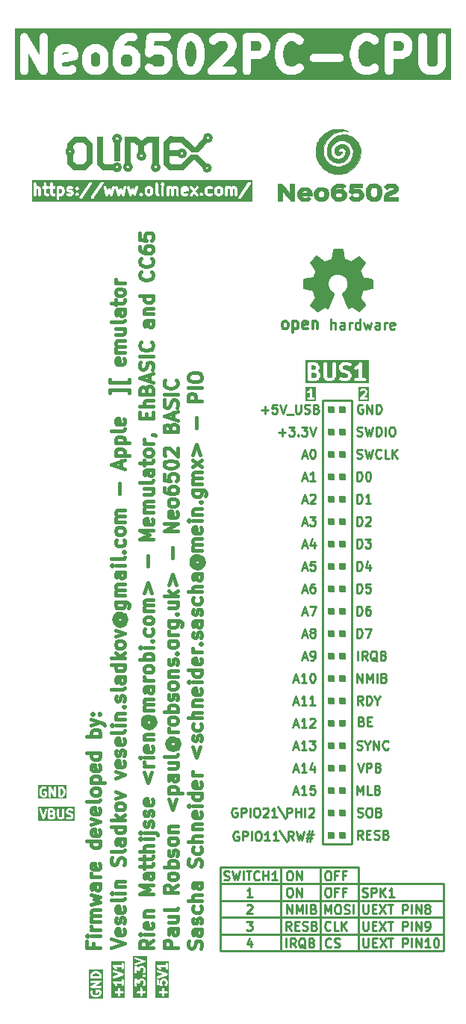
<source format=gbr>
%TF.GenerationSoftware,KiCad,Pcbnew,7.0.11-7.0.11~ubuntu22.04.1*%
%TF.CreationDate,2024-05-21T14:55:31+03:00*%
%TF.ProjectId,Neo6502PC-CPU_Rev_B,4e656f36-3530-4325-9043-2d4350555f52,B*%
%TF.SameCoordinates,PX365c040PY8f0d180*%
%TF.FileFunction,Legend,Top*%
%TF.FilePolarity,Positive*%
%FSLAX46Y46*%
G04 Gerber Fmt 4.6, Leading zero omitted, Abs format (unit mm)*
G04 Created by KiCad (PCBNEW 7.0.11-7.0.11~ubuntu22.04.1) date 2024-05-21 14:55:31*
%MOMM*%
%LPD*%
G01*
G04 APERTURE LIST*
%ADD10C,0.254000*%
%ADD11C,0.381000*%
%ADD12C,0.317500*%
%ADD13C,0.952500*%
%ADD14C,0.700000*%
%ADD15C,0.100000*%
%ADD16C,0.500000*%
%ADD17C,0.400000*%
%ADD18C,0.150000*%
%ADD19C,0.370000*%
%ADD20C,0.380000*%
%ADD21C,1.000000*%
%ADD22C,0.420000*%
%ADD23C,0.010000*%
G04 APERTURE END LIST*
D10*
X37603000Y20618358D02*
X37603000Y70910358D01*
X40905000Y20618358D02*
X40904999Y70910358D01*
X37603000Y20618358D02*
X40905000Y20618358D01*
X32911000Y8500000D02*
X32911000Y18025000D01*
X41674000Y8500000D02*
X41674000Y18025000D01*
X51326000Y12310000D02*
X26053000Y12310000D01*
X26053000Y18025000D02*
X26053000Y8500000D01*
X37356000Y8500000D02*
X37356000Y18025000D01*
X51326000Y10405000D02*
X26053000Y10405000D01*
X41674000Y18025000D02*
X26053000Y18025000D01*
X51326000Y8500000D02*
X51326000Y16120000D01*
X51326000Y16120000D02*
X26053000Y16120000D01*
X51326000Y14215000D02*
X26053000Y14215000D01*
X26053000Y8500000D02*
X51326000Y8500000D01*
X37603000Y70910358D02*
X40904999Y70910358D01*
D11*
G36*
X36903428Y73977439D02*
G01*
X36934438Y73946429D01*
X36985167Y73844971D01*
X36985167Y73680912D01*
X36934436Y73579452D01*
X36893489Y73538505D01*
X36792029Y73487775D01*
X36350167Y73487775D01*
X36350167Y74038108D01*
X36721420Y74038108D01*
X36903428Y73977439D01*
G37*
G36*
X36808821Y74834046D02*
G01*
X36849769Y74793098D01*
X36900500Y74691637D01*
X36900500Y74612247D01*
X36849770Y74510787D01*
X36808822Y74469839D01*
X36707363Y74419108D01*
X36350167Y74419108D01*
X36350167Y74884775D01*
X36707363Y74884775D01*
X36808821Y74834046D01*
G37*
G36*
X42864724Y72852775D02*
G01*
X35715167Y72852775D01*
X35715167Y73297275D01*
X35969167Y73297275D01*
X35973943Y73276350D01*
X35973943Y73254885D01*
X35983255Y73235548D01*
X35988032Y73214620D01*
X36001415Y73197838D01*
X36010728Y73178500D01*
X36027509Y73165118D01*
X36040892Y73148336D01*
X36060229Y73139024D01*
X36077012Y73125640D01*
X36097939Y73120864D01*
X36117277Y73111551D01*
X36138741Y73111551D01*
X36159667Y73106775D01*
X36837000Y73106775D01*
X36838411Y73107098D01*
X36839828Y73106796D01*
X36879662Y73116513D01*
X36919655Y73125640D01*
X36920787Y73126544D01*
X36922193Y73126886D01*
X37091528Y73211552D01*
X37115149Y73230971D01*
X37141039Y73247238D01*
X37225705Y73331905D01*
X37241972Y73357796D01*
X37261388Y73381413D01*
X37346055Y73550746D01*
X37346398Y73552153D01*
X37347302Y73553286D01*
X37356431Y73593287D01*
X37366146Y73633112D01*
X37365844Y73634529D01*
X37366167Y73635941D01*
X37747167Y73635941D01*
X37747489Y73634529D01*
X37747188Y73633112D01*
X37756902Y73593287D01*
X37766032Y73553286D01*
X37766935Y73552153D01*
X37767279Y73550746D01*
X37851946Y73381414D01*
X37871358Y73357800D01*
X37887629Y73331905D01*
X37972296Y73247238D01*
X37998184Y73230971D01*
X38021807Y73211552D01*
X38191141Y73126886D01*
X38192546Y73126544D01*
X38193679Y73125640D01*
X38233646Y73116518D01*
X38273507Y73106795D01*
X38274924Y73107097D01*
X38276334Y73106775D01*
X38615000Y73106775D01*
X38616411Y73107098D01*
X38617828Y73106796D01*
X38657662Y73116513D01*
X38697655Y73125640D01*
X38698787Y73126544D01*
X38700193Y73126886D01*
X38869528Y73211552D01*
X38893149Y73230971D01*
X38919039Y73247238D01*
X39003705Y73331905D01*
X39019972Y73357796D01*
X39039388Y73381413D01*
X39124055Y73550746D01*
X39124398Y73552153D01*
X39125302Y73553286D01*
X39134431Y73593287D01*
X39144146Y73633112D01*
X39143844Y73634529D01*
X39144167Y73635941D01*
X39144167Y74567275D01*
X39525167Y74567275D01*
X39525489Y74565863D01*
X39525188Y74564446D01*
X39534900Y74524629D01*
X39544032Y74484620D01*
X39544936Y74483487D01*
X39545279Y74482081D01*
X39629946Y74312747D01*
X39649361Y74289129D01*
X39665631Y74263236D01*
X39750298Y74178570D01*
X39776188Y74162303D01*
X39799806Y74142887D01*
X39969139Y74058220D01*
X39989467Y74053262D01*
X40008131Y74043796D01*
X40326508Y73964202D01*
X40449490Y73902711D01*
X40490436Y73861765D01*
X40541167Y73760304D01*
X40541167Y73680913D01*
X40490436Y73579452D01*
X40449490Y73538506D01*
X40348029Y73487775D01*
X40000580Y73487775D01*
X39775908Y73562665D01*
X39691529Y73570906D01*
X39611931Y73541719D01*
X39552878Y73480886D01*
X39526069Y73400457D01*
X39536811Y73316359D01*
X39582978Y73245251D01*
X39655426Y73201217D01*
X39909426Y73116551D01*
X39939855Y73113580D01*
X39969667Y73106775D01*
X40393001Y73106775D01*
X40394412Y73107098D01*
X40395829Y73106796D01*
X40435670Y73116514D01*
X40475656Y73125640D01*
X40476788Y73126543D01*
X40478195Y73126886D01*
X40647528Y73211552D01*
X40671149Y73230971D01*
X40697038Y73247237D01*
X40781705Y73331904D01*
X40797972Y73357794D01*
X40817390Y73381414D01*
X40902056Y73550747D01*
X40902399Y73552154D01*
X40903302Y73553286D01*
X40912420Y73593239D01*
X40922147Y73633113D01*
X40921845Y73634532D01*
X40922167Y73635941D01*
X40922167Y73805275D01*
X40921845Y73806685D01*
X40922147Y73808103D01*
X40912420Y73847978D01*
X40903302Y73887930D01*
X40902399Y73889063D01*
X40902056Y73890469D01*
X40817390Y74059802D01*
X40797972Y74083423D01*
X40781705Y74109312D01*
X40697038Y74193979D01*
X40671149Y74210246D01*
X40647528Y74229664D01*
X40478195Y74314330D01*
X40457865Y74319289D01*
X40439204Y74328753D01*
X40120823Y74408349D01*
X39997844Y74469839D01*
X39956896Y74510787D01*
X39908837Y74606904D01*
X41222667Y74606904D01*
X41223926Y74522132D01*
X41261840Y74446303D01*
X41328902Y74394432D01*
X41411828Y74376796D01*
X41494193Y74396886D01*
X41663528Y74481552D01*
X41687151Y74500973D01*
X41713038Y74517238D01*
X41726500Y74530701D01*
X41726500Y73487775D01*
X41409000Y73487775D01*
X41326345Y73468910D01*
X41260061Y73416050D01*
X41223276Y73339665D01*
X41223276Y73254885D01*
X41260061Y73178500D01*
X41326345Y73125640D01*
X41409000Y73106775D01*
X42425000Y73106775D01*
X42507655Y73125640D01*
X42573939Y73178500D01*
X42610724Y73254885D01*
X42610724Y73339665D01*
X42573939Y73416050D01*
X42507655Y73468910D01*
X42425000Y73487775D01*
X42107500Y73487775D01*
X42107500Y75075275D01*
X42100948Y75103979D01*
X42098443Y75133316D01*
X42091618Y75144858D01*
X42088635Y75157930D01*
X42070277Y75180950D01*
X42055292Y75206293D01*
X42044134Y75213732D01*
X42035775Y75224214D01*
X42009249Y75236988D01*
X41984750Y75253321D01*
X41971470Y75255182D01*
X41959390Y75260999D01*
X41929947Y75260999D01*
X41900790Y75265084D01*
X41888019Y75260999D01*
X41874610Y75260999D01*
X41848082Y75248225D01*
X41820040Y75239254D01*
X41810305Y75230032D01*
X41798225Y75224214D01*
X41779866Y75201194D01*
X41758494Y75180945D01*
X41599624Y74942641D01*
X41465490Y74808506D01*
X41323807Y74737664D01*
X41258314Y74683826D01*
X41222667Y74606904D01*
X39908837Y74606904D01*
X39906167Y74612245D01*
X39906167Y74691637D01*
X39956896Y74793096D01*
X39997846Y74834046D01*
X40099304Y74884775D01*
X40446753Y74884775D01*
X40671426Y74809884D01*
X40755805Y74801643D01*
X40835403Y74830829D01*
X40894456Y74891662D01*
X40921265Y74972091D01*
X40910523Y75056189D01*
X40864357Y75127297D01*
X40791909Y75171332D01*
X40537909Y75255999D01*
X40507477Y75258972D01*
X40477667Y75265775D01*
X40054334Y75265775D01*
X40052921Y75265453D01*
X40051505Y75265754D01*
X40011679Y75256040D01*
X39971679Y75246910D01*
X39970545Y75246007D01*
X39969139Y75245663D01*
X39799806Y75160996D01*
X39776187Y75141581D01*
X39750297Y75125312D01*
X39665630Y75040645D01*
X39649360Y75014752D01*
X39629946Y74991135D01*
X39545279Y74821803D01*
X39544935Y74820397D01*
X39544032Y74819263D01*
X39534902Y74779263D01*
X39525188Y74739437D01*
X39525489Y74738021D01*
X39525167Y74736608D01*
X39525167Y74567275D01*
X39144167Y74567275D01*
X39144167Y75075275D01*
X39125302Y75157930D01*
X39072442Y75224214D01*
X38996057Y75260999D01*
X38911277Y75260999D01*
X38834892Y75224214D01*
X38782032Y75157930D01*
X38763167Y75075275D01*
X38763167Y73680912D01*
X38712436Y73579452D01*
X38671489Y73538505D01*
X38570029Y73487775D01*
X38321305Y73487775D01*
X38219845Y73538505D01*
X38178897Y73579453D01*
X38128167Y73680913D01*
X38128167Y75075275D01*
X38109302Y75157930D01*
X38056442Y75224214D01*
X37980057Y75260999D01*
X37895277Y75260999D01*
X37818892Y75224214D01*
X37766032Y75157930D01*
X37747167Y75075275D01*
X37747167Y73635941D01*
X37366167Y73635941D01*
X37366167Y73889941D01*
X37365844Y73891354D01*
X37366146Y73892770D01*
X37356433Y73932588D01*
X37347302Y73972596D01*
X37346397Y73973730D01*
X37346055Y73975135D01*
X37261388Y74144469D01*
X37241972Y74168088D01*
X37225704Y74193979D01*
X37146983Y74272700D01*
X37157304Y74289126D01*
X37176723Y74312748D01*
X37261389Y74482082D01*
X37261731Y74483488D01*
X37262635Y74484620D01*
X37271757Y74524588D01*
X37281480Y74564448D01*
X37281178Y74565866D01*
X37281500Y74567275D01*
X37281500Y74736608D01*
X37281178Y74738018D01*
X37281480Y74739436D01*
X37271753Y74779311D01*
X37262635Y74819263D01*
X37261732Y74820396D01*
X37261389Y74821802D01*
X37176723Y74991135D01*
X37157305Y75014756D01*
X37141038Y75040645D01*
X37056371Y75125312D01*
X37030477Y75141582D01*
X37006861Y75160996D01*
X36837529Y75245663D01*
X36836122Y75246007D01*
X36834989Y75246910D01*
X36794988Y75256040D01*
X36755163Y75265754D01*
X36753746Y75265453D01*
X36752334Y75265775D01*
X36159667Y75265775D01*
X36138741Y75260999D01*
X36117277Y75260999D01*
X36097939Y75251687D01*
X36077012Y75246910D01*
X36060229Y75233527D01*
X36040892Y75224214D01*
X36027509Y75207433D01*
X36010728Y75194050D01*
X36001415Y75174713D01*
X35988032Y75157930D01*
X35983255Y75137003D01*
X35973943Y75117665D01*
X35973943Y75096201D01*
X35969167Y75075275D01*
X35969167Y73297275D01*
X35715167Y73297275D01*
X35715167Y75519775D01*
X42864724Y75519775D01*
X42864724Y72852775D01*
G37*
D10*
G36*
X36861136Y70871045D02*
G01*
X35737650Y70871045D01*
X35737650Y71864427D01*
X35882793Y71864427D01*
X35905361Y71796518D01*
X35961060Y71751592D01*
X36032207Y71743909D01*
X36066510Y71755310D01*
X36163272Y71803691D01*
X36165014Y71805312D01*
X36167341Y71805818D01*
X36173000Y71810055D01*
X36173000Y71270188D01*
X36009714Y71270188D01*
X35941053Y71250027D01*
X35894191Y71195946D01*
X35884007Y71125114D01*
X35913734Y71060021D01*
X35973934Y71021332D01*
X36009714Y71016188D01*
X36590286Y71016188D01*
X36658947Y71036349D01*
X36705809Y71090430D01*
X36715993Y71161262D01*
X36686266Y71226355D01*
X36626066Y71265044D01*
X36590286Y71270188D01*
X36427000Y71270188D01*
X36427000Y72159188D01*
X36417210Y72192529D01*
X36407978Y72226044D01*
X36407151Y72226785D01*
X36406839Y72227849D01*
X36380562Y72250618D01*
X36354691Y72273808D01*
X36353596Y72273985D01*
X36352758Y72274711D01*
X36318348Y72279659D01*
X36284041Y72285181D01*
X36283024Y72284738D01*
X36281926Y72284895D01*
X36250317Y72270461D01*
X36218457Y72256552D01*
X36217482Y72255465D01*
X36216833Y72255168D01*
X36215861Y72253657D01*
X36194330Y72229635D01*
X36104544Y72094957D01*
X36031244Y72021658D01*
X35952918Y71982494D01*
X35900522Y71933756D01*
X35882793Y71864427D01*
X35737650Y71864427D01*
X35737650Y72430324D01*
X36861136Y72430324D01*
X36861136Y70871045D01*
G37*
G36*
X42862429Y70871045D02*
G01*
X41690483Y70871045D01*
X41690483Y71125114D01*
X41835626Y71125114D01*
X41841356Y71112567D01*
X41842340Y71098807D01*
X41855931Y71080651D01*
X41865353Y71060021D01*
X41876958Y71052563D01*
X41885225Y71041520D01*
X41906470Y71033596D01*
X41925553Y71021332D01*
X41948004Y71018105D01*
X41952273Y71016512D01*
X41954981Y71017102D01*
X41961333Y71016188D01*
X42590286Y71016188D01*
X42658947Y71036349D01*
X42705809Y71090430D01*
X42715993Y71161262D01*
X42686266Y71226355D01*
X42626066Y71265044D01*
X42590286Y71270188D01*
X42267938Y71270188D01*
X42631707Y71633956D01*
X42637224Y71644061D01*
X42646193Y71651281D01*
X42662388Y71683598D01*
X42710769Y71828741D01*
X42710855Y71831120D01*
X42712142Y71833122D01*
X42717286Y71868902D01*
X42717286Y71965664D01*
X42714042Y71976710D01*
X42715279Y71988157D01*
X42703878Y72022460D01*
X42655497Y72119222D01*
X42653876Y72120965D01*
X42653370Y72123291D01*
X42631708Y72152229D01*
X42583327Y72200610D01*
X42581237Y72201752D01*
X42580022Y72203797D01*
X42550320Y72224399D01*
X42453558Y72272780D01*
X42442228Y72274819D01*
X42432542Y72281044D01*
X42396762Y72286188D01*
X42154857Y72286188D01*
X42143811Y72282945D01*
X42132364Y72284181D01*
X42098061Y72272780D01*
X42001299Y72224399D01*
X41999556Y72222779D01*
X41997230Y72222272D01*
X41968292Y72200610D01*
X41919911Y72152229D01*
X41885617Y72089422D01*
X41890721Y72018044D01*
X41933606Y71960757D01*
X42000654Y71935750D01*
X42070579Y71950961D01*
X42099517Y71972623D01*
X42133327Y72006433D01*
X42184837Y72032188D01*
X42366782Y72032188D01*
X42418292Y72006433D01*
X42437531Y71987194D01*
X42463286Y71935684D01*
X42463286Y71889512D01*
X42430903Y71792363D01*
X41871531Y71232991D01*
X41860662Y71213087D01*
X41845810Y71195946D01*
X41843846Y71182291D01*
X41837236Y71170184D01*
X41838853Y71147563D01*
X41835626Y71125114D01*
X41690483Y71125114D01*
X41690483Y72431331D01*
X42862429Y72431331D01*
X42862429Y70871045D01*
G37*
X42162905Y70405165D02*
X42066143Y70453546D01*
X42066143Y70453546D02*
X41921000Y70453546D01*
X41921000Y70453546D02*
X41775857Y70405165D01*
X41775857Y70405165D02*
X41679095Y70308403D01*
X41679095Y70308403D02*
X41630714Y70211641D01*
X41630714Y70211641D02*
X41582333Y70018117D01*
X41582333Y70018117D02*
X41582333Y69872974D01*
X41582333Y69872974D02*
X41630714Y69679450D01*
X41630714Y69679450D02*
X41679095Y69582688D01*
X41679095Y69582688D02*
X41775857Y69485926D01*
X41775857Y69485926D02*
X41921000Y69437546D01*
X41921000Y69437546D02*
X42017762Y69437546D01*
X42017762Y69437546D02*
X42162905Y69485926D01*
X42162905Y69485926D02*
X42211286Y69534307D01*
X42211286Y69534307D02*
X42211286Y69872974D01*
X42211286Y69872974D02*
X42017762Y69872974D01*
X42646714Y69437546D02*
X42646714Y70453546D01*
X42646714Y70453546D02*
X43227286Y69437546D01*
X43227286Y69437546D02*
X43227286Y70453546D01*
X43711095Y69437546D02*
X43711095Y70453546D01*
X43711095Y70453546D02*
X43953000Y70453546D01*
X43953000Y70453546D02*
X44098143Y70405165D01*
X44098143Y70405165D02*
X44194905Y70308403D01*
X44194905Y70308403D02*
X44243286Y70211641D01*
X44243286Y70211641D02*
X44291667Y70018117D01*
X44291667Y70018117D02*
X44291667Y69872974D01*
X44291667Y69872974D02*
X44243286Y69679450D01*
X44243286Y69679450D02*
X44194905Y69582688D01*
X44194905Y69582688D02*
X44098143Y69485926D01*
X44098143Y69485926D02*
X43953000Y69437546D01*
X43953000Y69437546D02*
X43711095Y69437546D01*
X30702666Y69824593D02*
X31476762Y69824593D01*
X31089714Y69437546D02*
X31089714Y70211641D01*
X32444381Y70453546D02*
X31960571Y70453546D01*
X31960571Y70453546D02*
X31912190Y69969736D01*
X31912190Y69969736D02*
X31960571Y70018117D01*
X31960571Y70018117D02*
X32057333Y70066498D01*
X32057333Y70066498D02*
X32299238Y70066498D01*
X32299238Y70066498D02*
X32396000Y70018117D01*
X32396000Y70018117D02*
X32444381Y69969736D01*
X32444381Y69969736D02*
X32492762Y69872974D01*
X32492762Y69872974D02*
X32492762Y69631069D01*
X32492762Y69631069D02*
X32444381Y69534307D01*
X32444381Y69534307D02*
X32396000Y69485926D01*
X32396000Y69485926D02*
X32299238Y69437546D01*
X32299238Y69437546D02*
X32057333Y69437546D01*
X32057333Y69437546D02*
X31960571Y69485926D01*
X31960571Y69485926D02*
X31912190Y69534307D01*
X32783047Y70453546D02*
X33121714Y69437546D01*
X33121714Y69437546D02*
X33460381Y70453546D01*
X33557143Y69340784D02*
X34331238Y69340784D01*
X34573142Y70453546D02*
X34573142Y69631069D01*
X34573142Y69631069D02*
X34621523Y69534307D01*
X34621523Y69534307D02*
X34669904Y69485926D01*
X34669904Y69485926D02*
X34766666Y69437546D01*
X34766666Y69437546D02*
X34960190Y69437546D01*
X34960190Y69437546D02*
X35056952Y69485926D01*
X35056952Y69485926D02*
X35105333Y69534307D01*
X35105333Y69534307D02*
X35153714Y69631069D01*
X35153714Y69631069D02*
X35153714Y70453546D01*
X35589142Y69485926D02*
X35734285Y69437546D01*
X35734285Y69437546D02*
X35976190Y69437546D01*
X35976190Y69437546D02*
X36072952Y69485926D01*
X36072952Y69485926D02*
X36121333Y69534307D01*
X36121333Y69534307D02*
X36169714Y69631069D01*
X36169714Y69631069D02*
X36169714Y69727831D01*
X36169714Y69727831D02*
X36121333Y69824593D01*
X36121333Y69824593D02*
X36072952Y69872974D01*
X36072952Y69872974D02*
X35976190Y69921355D01*
X35976190Y69921355D02*
X35782666Y69969736D01*
X35782666Y69969736D02*
X35685904Y70018117D01*
X35685904Y70018117D02*
X35637523Y70066498D01*
X35637523Y70066498D02*
X35589142Y70163260D01*
X35589142Y70163260D02*
X35589142Y70260022D01*
X35589142Y70260022D02*
X35637523Y70356784D01*
X35637523Y70356784D02*
X35685904Y70405165D01*
X35685904Y70405165D02*
X35782666Y70453546D01*
X35782666Y70453546D02*
X36024571Y70453546D01*
X36024571Y70453546D02*
X36169714Y70405165D01*
X36943809Y69969736D02*
X37088952Y69921355D01*
X37088952Y69921355D02*
X37137333Y69872974D01*
X37137333Y69872974D02*
X37185714Y69776212D01*
X37185714Y69776212D02*
X37185714Y69631069D01*
X37185714Y69631069D02*
X37137333Y69534307D01*
X37137333Y69534307D02*
X37088952Y69485926D01*
X37088952Y69485926D02*
X36992190Y69437546D01*
X36992190Y69437546D02*
X36605142Y69437546D01*
X36605142Y69437546D02*
X36605142Y70453546D01*
X36605142Y70453546D02*
X36943809Y70453546D01*
X36943809Y70453546D02*
X37040571Y70405165D01*
X37040571Y70405165D02*
X37088952Y70356784D01*
X37088952Y70356784D02*
X37137333Y70260022D01*
X37137333Y70260022D02*
X37137333Y70163260D01*
X37137333Y70163260D02*
X37088952Y70066498D01*
X37088952Y70066498D02*
X37040571Y70018117D01*
X37040571Y70018117D02*
X36943809Y69969736D01*
X36943809Y69969736D02*
X36605142Y69969736D01*
X32649999Y67284593D02*
X33424095Y67284593D01*
X33037047Y66897546D02*
X33037047Y67671641D01*
X33811142Y67913546D02*
X34440095Y67913546D01*
X34440095Y67913546D02*
X34101428Y67526498D01*
X34101428Y67526498D02*
X34246571Y67526498D01*
X34246571Y67526498D02*
X34343333Y67478117D01*
X34343333Y67478117D02*
X34391714Y67429736D01*
X34391714Y67429736D02*
X34440095Y67332974D01*
X34440095Y67332974D02*
X34440095Y67091069D01*
X34440095Y67091069D02*
X34391714Y66994307D01*
X34391714Y66994307D02*
X34343333Y66945926D01*
X34343333Y66945926D02*
X34246571Y66897546D01*
X34246571Y66897546D02*
X33956285Y66897546D01*
X33956285Y66897546D02*
X33859523Y66945926D01*
X33859523Y66945926D02*
X33811142Y66994307D01*
X34875523Y66994307D02*
X34923904Y66945926D01*
X34923904Y66945926D02*
X34875523Y66897546D01*
X34875523Y66897546D02*
X34827142Y66945926D01*
X34827142Y66945926D02*
X34875523Y66994307D01*
X34875523Y66994307D02*
X34875523Y66897546D01*
X35262571Y67913546D02*
X35891524Y67913546D01*
X35891524Y67913546D02*
X35552857Y67526498D01*
X35552857Y67526498D02*
X35698000Y67526498D01*
X35698000Y67526498D02*
X35794762Y67478117D01*
X35794762Y67478117D02*
X35843143Y67429736D01*
X35843143Y67429736D02*
X35891524Y67332974D01*
X35891524Y67332974D02*
X35891524Y67091069D01*
X35891524Y67091069D02*
X35843143Y66994307D01*
X35843143Y66994307D02*
X35794762Y66945926D01*
X35794762Y66945926D02*
X35698000Y66897546D01*
X35698000Y66897546D02*
X35407714Y66897546D01*
X35407714Y66897546D02*
X35310952Y66945926D01*
X35310952Y66945926D02*
X35262571Y66994307D01*
X36181809Y67913546D02*
X36520476Y66897546D01*
X36520476Y66897546D02*
X36859143Y67913546D01*
X41546047Y66945926D02*
X41691190Y66897546D01*
X41691190Y66897546D02*
X41933095Y66897546D01*
X41933095Y66897546D02*
X42029857Y66945926D01*
X42029857Y66945926D02*
X42078238Y66994307D01*
X42078238Y66994307D02*
X42126619Y67091069D01*
X42126619Y67091069D02*
X42126619Y67187831D01*
X42126619Y67187831D02*
X42078238Y67284593D01*
X42078238Y67284593D02*
X42029857Y67332974D01*
X42029857Y67332974D02*
X41933095Y67381355D01*
X41933095Y67381355D02*
X41739571Y67429736D01*
X41739571Y67429736D02*
X41642809Y67478117D01*
X41642809Y67478117D02*
X41594428Y67526498D01*
X41594428Y67526498D02*
X41546047Y67623260D01*
X41546047Y67623260D02*
X41546047Y67720022D01*
X41546047Y67720022D02*
X41594428Y67816784D01*
X41594428Y67816784D02*
X41642809Y67865165D01*
X41642809Y67865165D02*
X41739571Y67913546D01*
X41739571Y67913546D02*
X41981476Y67913546D01*
X41981476Y67913546D02*
X42126619Y67865165D01*
X42465285Y67913546D02*
X42707190Y66897546D01*
X42707190Y66897546D02*
X42900714Y67623260D01*
X42900714Y67623260D02*
X43094238Y66897546D01*
X43094238Y66897546D02*
X43336143Y67913546D01*
X43723190Y66897546D02*
X43723190Y67913546D01*
X43723190Y67913546D02*
X43965095Y67913546D01*
X43965095Y67913546D02*
X44110238Y67865165D01*
X44110238Y67865165D02*
X44207000Y67768403D01*
X44207000Y67768403D02*
X44255381Y67671641D01*
X44255381Y67671641D02*
X44303762Y67478117D01*
X44303762Y67478117D02*
X44303762Y67332974D01*
X44303762Y67332974D02*
X44255381Y67139450D01*
X44255381Y67139450D02*
X44207000Y67042688D01*
X44207000Y67042688D02*
X44110238Y66945926D01*
X44110238Y66945926D02*
X43965095Y66897546D01*
X43965095Y66897546D02*
X43723190Y66897546D01*
X44739190Y66897546D02*
X44739190Y67913546D01*
X45416524Y67913546D02*
X45610048Y67913546D01*
X45610048Y67913546D02*
X45706810Y67865165D01*
X45706810Y67865165D02*
X45803572Y67768403D01*
X45803572Y67768403D02*
X45851953Y67574879D01*
X45851953Y67574879D02*
X45851953Y67236212D01*
X45851953Y67236212D02*
X45803572Y67042688D01*
X45803572Y67042688D02*
X45706810Y66945926D01*
X45706810Y66945926D02*
X45610048Y66897546D01*
X45610048Y66897546D02*
X45416524Y66897546D01*
X45416524Y66897546D02*
X45319762Y66945926D01*
X45319762Y66945926D02*
X45223000Y67042688D01*
X45223000Y67042688D02*
X45174619Y67236212D01*
X45174619Y67236212D02*
X45174619Y67574879D01*
X45174619Y67574879D02*
X45223000Y67768403D01*
X45223000Y67768403D02*
X45319762Y67865165D01*
X45319762Y67865165D02*
X45416524Y67913546D01*
X41552095Y61817545D02*
X41552095Y62833545D01*
X41552095Y62833545D02*
X41794000Y62833545D01*
X41794000Y62833545D02*
X41939143Y62785164D01*
X41939143Y62785164D02*
X42035905Y62688402D01*
X42035905Y62688402D02*
X42084286Y62591640D01*
X42084286Y62591640D02*
X42132667Y62398116D01*
X42132667Y62398116D02*
X42132667Y62252973D01*
X42132667Y62252973D02*
X42084286Y62059449D01*
X42084286Y62059449D02*
X42035905Y61962687D01*
X42035905Y61962687D02*
X41939143Y61865925D01*
X41939143Y61865925D02*
X41794000Y61817545D01*
X41794000Y61817545D02*
X41552095Y61817545D01*
X42761619Y62833545D02*
X42858381Y62833545D01*
X42858381Y62833545D02*
X42955143Y62785164D01*
X42955143Y62785164D02*
X43003524Y62736783D01*
X43003524Y62736783D02*
X43051905Y62640021D01*
X43051905Y62640021D02*
X43100286Y62446497D01*
X43100286Y62446497D02*
X43100286Y62204592D01*
X43100286Y62204592D02*
X43051905Y62011068D01*
X43051905Y62011068D02*
X43003524Y61914306D01*
X43003524Y61914306D02*
X42955143Y61865925D01*
X42955143Y61865925D02*
X42858381Y61817545D01*
X42858381Y61817545D02*
X42761619Y61817545D01*
X42761619Y61817545D02*
X42664857Y61865925D01*
X42664857Y61865925D02*
X42616476Y61914306D01*
X42616476Y61914306D02*
X42568095Y62011068D01*
X42568095Y62011068D02*
X42519714Y62204592D01*
X42519714Y62204592D02*
X42519714Y62446497D01*
X42519714Y62446497D02*
X42568095Y62640021D01*
X42568095Y62640021D02*
X42616476Y62736783D01*
X42616476Y62736783D02*
X42664857Y62785164D01*
X42664857Y62785164D02*
X42761619Y62833545D01*
X41552095Y59277546D02*
X41552095Y60293546D01*
X41552095Y60293546D02*
X41794000Y60293546D01*
X41794000Y60293546D02*
X41939143Y60245165D01*
X41939143Y60245165D02*
X42035905Y60148403D01*
X42035905Y60148403D02*
X42084286Y60051641D01*
X42084286Y60051641D02*
X42132667Y59858117D01*
X42132667Y59858117D02*
X42132667Y59712974D01*
X42132667Y59712974D02*
X42084286Y59519450D01*
X42084286Y59519450D02*
X42035905Y59422688D01*
X42035905Y59422688D02*
X41939143Y59325926D01*
X41939143Y59325926D02*
X41794000Y59277546D01*
X41794000Y59277546D02*
X41552095Y59277546D01*
X43100286Y59277546D02*
X42519714Y59277546D01*
X42810000Y59277546D02*
X42810000Y60293546D01*
X42810000Y60293546D02*
X42713238Y60148403D01*
X42713238Y60148403D02*
X42616476Y60051641D01*
X42616476Y60051641D02*
X42519714Y60003260D01*
X41552095Y56737546D02*
X41552095Y57753546D01*
X41552095Y57753546D02*
X41794000Y57753546D01*
X41794000Y57753546D02*
X41939143Y57705165D01*
X41939143Y57705165D02*
X42035905Y57608403D01*
X42035905Y57608403D02*
X42084286Y57511641D01*
X42084286Y57511641D02*
X42132667Y57318117D01*
X42132667Y57318117D02*
X42132667Y57172974D01*
X42132667Y57172974D02*
X42084286Y56979450D01*
X42084286Y56979450D02*
X42035905Y56882688D01*
X42035905Y56882688D02*
X41939143Y56785926D01*
X41939143Y56785926D02*
X41794000Y56737546D01*
X41794000Y56737546D02*
X41552095Y56737546D01*
X42519714Y57656784D02*
X42568095Y57705165D01*
X42568095Y57705165D02*
X42664857Y57753546D01*
X42664857Y57753546D02*
X42906762Y57753546D01*
X42906762Y57753546D02*
X43003524Y57705165D01*
X43003524Y57705165D02*
X43051905Y57656784D01*
X43051905Y57656784D02*
X43100286Y57560022D01*
X43100286Y57560022D02*
X43100286Y57463260D01*
X43100286Y57463260D02*
X43051905Y57318117D01*
X43051905Y57318117D02*
X42471333Y56737546D01*
X42471333Y56737546D02*
X43100286Y56737546D01*
X41552095Y54197546D02*
X41552095Y55213546D01*
X41552095Y55213546D02*
X41794000Y55213546D01*
X41794000Y55213546D02*
X41939143Y55165165D01*
X41939143Y55165165D02*
X42035905Y55068403D01*
X42035905Y55068403D02*
X42084286Y54971641D01*
X42084286Y54971641D02*
X42132667Y54778117D01*
X42132667Y54778117D02*
X42132667Y54632974D01*
X42132667Y54632974D02*
X42084286Y54439450D01*
X42084286Y54439450D02*
X42035905Y54342688D01*
X42035905Y54342688D02*
X41939143Y54245926D01*
X41939143Y54245926D02*
X41794000Y54197546D01*
X41794000Y54197546D02*
X41552095Y54197546D01*
X42471333Y55213546D02*
X43100286Y55213546D01*
X43100286Y55213546D02*
X42761619Y54826498D01*
X42761619Y54826498D02*
X42906762Y54826498D01*
X42906762Y54826498D02*
X43003524Y54778117D01*
X43003524Y54778117D02*
X43051905Y54729736D01*
X43051905Y54729736D02*
X43100286Y54632974D01*
X43100286Y54632974D02*
X43100286Y54391069D01*
X43100286Y54391069D02*
X43051905Y54294307D01*
X43051905Y54294307D02*
X43003524Y54245926D01*
X43003524Y54245926D02*
X42906762Y54197546D01*
X42906762Y54197546D02*
X42616476Y54197546D01*
X42616476Y54197546D02*
X42519714Y54245926D01*
X42519714Y54245926D02*
X42471333Y54294307D01*
X41552095Y49117546D02*
X41552095Y50133546D01*
X41552095Y50133546D02*
X41794000Y50133546D01*
X41794000Y50133546D02*
X41939143Y50085165D01*
X41939143Y50085165D02*
X42035905Y49988403D01*
X42035905Y49988403D02*
X42084286Y49891641D01*
X42084286Y49891641D02*
X42132667Y49698117D01*
X42132667Y49698117D02*
X42132667Y49552974D01*
X42132667Y49552974D02*
X42084286Y49359450D01*
X42084286Y49359450D02*
X42035905Y49262688D01*
X42035905Y49262688D02*
X41939143Y49165926D01*
X41939143Y49165926D02*
X41794000Y49117546D01*
X41794000Y49117546D02*
X41552095Y49117546D01*
X43051905Y50133546D02*
X42568095Y50133546D01*
X42568095Y50133546D02*
X42519714Y49649736D01*
X42519714Y49649736D02*
X42568095Y49698117D01*
X42568095Y49698117D02*
X42664857Y49746498D01*
X42664857Y49746498D02*
X42906762Y49746498D01*
X42906762Y49746498D02*
X43003524Y49698117D01*
X43003524Y49698117D02*
X43051905Y49649736D01*
X43051905Y49649736D02*
X43100286Y49552974D01*
X43100286Y49552974D02*
X43100286Y49311069D01*
X43100286Y49311069D02*
X43051905Y49214307D01*
X43051905Y49214307D02*
X43003524Y49165926D01*
X43003524Y49165926D02*
X42906762Y49117546D01*
X42906762Y49117546D02*
X42664857Y49117546D01*
X42664857Y49117546D02*
X42568095Y49165926D01*
X42568095Y49165926D02*
X42519714Y49214307D01*
X41552096Y51657546D02*
X41552096Y52673546D01*
X41552096Y52673546D02*
X41794001Y52673546D01*
X41794001Y52673546D02*
X41939144Y52625165D01*
X41939144Y52625165D02*
X42035906Y52528403D01*
X42035906Y52528403D02*
X42084287Y52431641D01*
X42084287Y52431641D02*
X42132668Y52238117D01*
X42132668Y52238117D02*
X42132668Y52092974D01*
X42132668Y52092974D02*
X42084287Y51899450D01*
X42084287Y51899450D02*
X42035906Y51802688D01*
X42035906Y51802688D02*
X41939144Y51705926D01*
X41939144Y51705926D02*
X41794001Y51657546D01*
X41794001Y51657546D02*
X41552096Y51657546D01*
X43003525Y52334879D02*
X43003525Y51657546D01*
X42761620Y52721926D02*
X42519715Y51996212D01*
X42519715Y51996212D02*
X43148668Y51996212D01*
X41552095Y44037546D02*
X41552095Y45053546D01*
X41552095Y45053546D02*
X41794000Y45053546D01*
X41794000Y45053546D02*
X41939143Y45005165D01*
X41939143Y45005165D02*
X42035905Y44908403D01*
X42035905Y44908403D02*
X42084286Y44811641D01*
X42084286Y44811641D02*
X42132667Y44618117D01*
X42132667Y44618117D02*
X42132667Y44472974D01*
X42132667Y44472974D02*
X42084286Y44279450D01*
X42084286Y44279450D02*
X42035905Y44182688D01*
X42035905Y44182688D02*
X41939143Y44085926D01*
X41939143Y44085926D02*
X41794000Y44037546D01*
X41794000Y44037546D02*
X41552095Y44037546D01*
X42471333Y45053546D02*
X43148667Y45053546D01*
X43148667Y45053546D02*
X42713238Y44037546D01*
X41552095Y46577546D02*
X41552095Y47593546D01*
X41552095Y47593546D02*
X41794000Y47593546D01*
X41794000Y47593546D02*
X41939143Y47545165D01*
X41939143Y47545165D02*
X42035905Y47448403D01*
X42035905Y47448403D02*
X42084286Y47351641D01*
X42084286Y47351641D02*
X42132667Y47158117D01*
X42132667Y47158117D02*
X42132667Y47012974D01*
X42132667Y47012974D02*
X42084286Y46819450D01*
X42084286Y46819450D02*
X42035905Y46722688D01*
X42035905Y46722688D02*
X41939143Y46625926D01*
X41939143Y46625926D02*
X41794000Y46577546D01*
X41794000Y46577546D02*
X41552095Y46577546D01*
X43003524Y47593546D02*
X42810000Y47593546D01*
X42810000Y47593546D02*
X42713238Y47545165D01*
X42713238Y47545165D02*
X42664857Y47496784D01*
X42664857Y47496784D02*
X42568095Y47351641D01*
X42568095Y47351641D02*
X42519714Y47158117D01*
X42519714Y47158117D02*
X42519714Y46771069D01*
X42519714Y46771069D02*
X42568095Y46674307D01*
X42568095Y46674307D02*
X42616476Y46625926D01*
X42616476Y46625926D02*
X42713238Y46577546D01*
X42713238Y46577546D02*
X42906762Y46577546D01*
X42906762Y46577546D02*
X43003524Y46625926D01*
X43003524Y46625926D02*
X43051905Y46674307D01*
X43051905Y46674307D02*
X43100286Y46771069D01*
X43100286Y46771069D02*
X43100286Y47012974D01*
X43100286Y47012974D02*
X43051905Y47109736D01*
X43051905Y47109736D02*
X43003524Y47158117D01*
X43003524Y47158117D02*
X42906762Y47206498D01*
X42906762Y47206498D02*
X42713238Y47206498D01*
X42713238Y47206498D02*
X42616476Y47158117D01*
X42616476Y47158117D02*
X42568095Y47109736D01*
X42568095Y47109736D02*
X42519714Y47012974D01*
X41527904Y64405926D02*
X41673047Y64357546D01*
X41673047Y64357546D02*
X41914952Y64357546D01*
X41914952Y64357546D02*
X42011714Y64405926D01*
X42011714Y64405926D02*
X42060095Y64454307D01*
X42060095Y64454307D02*
X42108476Y64551069D01*
X42108476Y64551069D02*
X42108476Y64647831D01*
X42108476Y64647831D02*
X42060095Y64744593D01*
X42060095Y64744593D02*
X42011714Y64792974D01*
X42011714Y64792974D02*
X41914952Y64841355D01*
X41914952Y64841355D02*
X41721428Y64889736D01*
X41721428Y64889736D02*
X41624666Y64938117D01*
X41624666Y64938117D02*
X41576285Y64986498D01*
X41576285Y64986498D02*
X41527904Y65083260D01*
X41527904Y65083260D02*
X41527904Y65180022D01*
X41527904Y65180022D02*
X41576285Y65276784D01*
X41576285Y65276784D02*
X41624666Y65325165D01*
X41624666Y65325165D02*
X41721428Y65373546D01*
X41721428Y65373546D02*
X41963333Y65373546D01*
X41963333Y65373546D02*
X42108476Y65325165D01*
X42447142Y65373546D02*
X42689047Y64357546D01*
X42689047Y64357546D02*
X42882571Y65083260D01*
X42882571Y65083260D02*
X43076095Y64357546D01*
X43076095Y64357546D02*
X43318000Y65373546D01*
X44285619Y64454307D02*
X44237238Y64405926D01*
X44237238Y64405926D02*
X44092095Y64357546D01*
X44092095Y64357546D02*
X43995333Y64357546D01*
X43995333Y64357546D02*
X43850190Y64405926D01*
X43850190Y64405926D02*
X43753428Y64502688D01*
X43753428Y64502688D02*
X43705047Y64599450D01*
X43705047Y64599450D02*
X43656666Y64792974D01*
X43656666Y64792974D02*
X43656666Y64938117D01*
X43656666Y64938117D02*
X43705047Y65131641D01*
X43705047Y65131641D02*
X43753428Y65228403D01*
X43753428Y65228403D02*
X43850190Y65325165D01*
X43850190Y65325165D02*
X43995333Y65373546D01*
X43995333Y65373546D02*
X44092095Y65373546D01*
X44092095Y65373546D02*
X44237238Y65325165D01*
X44237238Y65325165D02*
X44285619Y65276784D01*
X45204857Y64357546D02*
X44721047Y64357546D01*
X44721047Y64357546D02*
X44721047Y65373546D01*
X45543523Y64357546D02*
X45543523Y65373546D01*
X46124095Y64357546D02*
X45688666Y64938117D01*
X46124095Y65373546D02*
X45543523Y64792974D01*
X42181048Y21177546D02*
X41842381Y21661355D01*
X41600476Y21177546D02*
X41600476Y22193546D01*
X41600476Y22193546D02*
X41987524Y22193546D01*
X41987524Y22193546D02*
X42084286Y22145165D01*
X42084286Y22145165D02*
X42132667Y22096784D01*
X42132667Y22096784D02*
X42181048Y22000022D01*
X42181048Y22000022D02*
X42181048Y21854879D01*
X42181048Y21854879D02*
X42132667Y21758117D01*
X42132667Y21758117D02*
X42084286Y21709736D01*
X42084286Y21709736D02*
X41987524Y21661355D01*
X41987524Y21661355D02*
X41600476Y21661355D01*
X42616476Y21709736D02*
X42955143Y21709736D01*
X43100286Y21177546D02*
X42616476Y21177546D01*
X42616476Y21177546D02*
X42616476Y22193546D01*
X42616476Y22193546D02*
X43100286Y22193546D01*
X43487333Y21225926D02*
X43632476Y21177546D01*
X43632476Y21177546D02*
X43874381Y21177546D01*
X43874381Y21177546D02*
X43971143Y21225926D01*
X43971143Y21225926D02*
X44019524Y21274307D01*
X44019524Y21274307D02*
X44067905Y21371069D01*
X44067905Y21371069D02*
X44067905Y21467831D01*
X44067905Y21467831D02*
X44019524Y21564593D01*
X44019524Y21564593D02*
X43971143Y21612974D01*
X43971143Y21612974D02*
X43874381Y21661355D01*
X43874381Y21661355D02*
X43680857Y21709736D01*
X43680857Y21709736D02*
X43584095Y21758117D01*
X43584095Y21758117D02*
X43535714Y21806498D01*
X43535714Y21806498D02*
X43487333Y21903260D01*
X43487333Y21903260D02*
X43487333Y22000022D01*
X43487333Y22000022D02*
X43535714Y22096784D01*
X43535714Y22096784D02*
X43584095Y22145165D01*
X43584095Y22145165D02*
X43680857Y22193546D01*
X43680857Y22193546D02*
X43922762Y22193546D01*
X43922762Y22193546D02*
X44067905Y22145165D01*
X44842000Y21709736D02*
X44987143Y21661355D01*
X44987143Y21661355D02*
X45035524Y21612974D01*
X45035524Y21612974D02*
X45083905Y21516212D01*
X45083905Y21516212D02*
X45083905Y21371069D01*
X45083905Y21371069D02*
X45035524Y21274307D01*
X45035524Y21274307D02*
X44987143Y21225926D01*
X44987143Y21225926D02*
X44890381Y21177546D01*
X44890381Y21177546D02*
X44503333Y21177546D01*
X44503333Y21177546D02*
X44503333Y22193546D01*
X44503333Y22193546D02*
X44842000Y22193546D01*
X44842000Y22193546D02*
X44938762Y22145165D01*
X44938762Y22145165D02*
X44987143Y22096784D01*
X44987143Y22096784D02*
X45035524Y22000022D01*
X45035524Y22000022D02*
X45035524Y21903260D01*
X45035524Y21903260D02*
X44987143Y21806498D01*
X44987143Y21806498D02*
X44938762Y21758117D01*
X44938762Y21758117D02*
X44842000Y21709736D01*
X44842000Y21709736D02*
X44503333Y21709736D01*
X41570237Y38957545D02*
X41570237Y39973545D01*
X41570237Y39973545D02*
X42150809Y38957545D01*
X42150809Y38957545D02*
X42150809Y39973545D01*
X42634618Y38957545D02*
X42634618Y39973545D01*
X42634618Y39973545D02*
X42973285Y39247830D01*
X42973285Y39247830D02*
X43311952Y39973545D01*
X43311952Y39973545D02*
X43311952Y38957545D01*
X43795761Y38957545D02*
X43795761Y39973545D01*
X44618238Y39489735D02*
X44763381Y39441354D01*
X44763381Y39441354D02*
X44811762Y39392973D01*
X44811762Y39392973D02*
X44860143Y39296211D01*
X44860143Y39296211D02*
X44860143Y39151068D01*
X44860143Y39151068D02*
X44811762Y39054306D01*
X44811762Y39054306D02*
X44763381Y39005925D01*
X44763381Y39005925D02*
X44666619Y38957545D01*
X44666619Y38957545D02*
X44279571Y38957545D01*
X44279571Y38957545D02*
X44279571Y39973545D01*
X44279571Y39973545D02*
X44618238Y39973545D01*
X44618238Y39973545D02*
X44715000Y39925164D01*
X44715000Y39925164D02*
X44763381Y39876783D01*
X44763381Y39876783D02*
X44811762Y39780021D01*
X44811762Y39780021D02*
X44811762Y39683259D01*
X44811762Y39683259D02*
X44763381Y39586497D01*
X44763381Y39586497D02*
X44715000Y39538116D01*
X44715000Y39538116D02*
X44618238Y39489735D01*
X44618238Y39489735D02*
X44279571Y39489735D01*
X41582332Y29813546D02*
X41920999Y28797546D01*
X41920999Y28797546D02*
X42259666Y29813546D01*
X42598332Y28797546D02*
X42598332Y29813546D01*
X42598332Y29813546D02*
X42985380Y29813546D01*
X42985380Y29813546D02*
X43082142Y29765165D01*
X43082142Y29765165D02*
X43130523Y29716784D01*
X43130523Y29716784D02*
X43178904Y29620022D01*
X43178904Y29620022D02*
X43178904Y29474879D01*
X43178904Y29474879D02*
X43130523Y29378117D01*
X43130523Y29378117D02*
X43082142Y29329736D01*
X43082142Y29329736D02*
X42985380Y29281355D01*
X42985380Y29281355D02*
X42598332Y29281355D01*
X43952999Y29329736D02*
X44098142Y29281355D01*
X44098142Y29281355D02*
X44146523Y29232974D01*
X44146523Y29232974D02*
X44194904Y29136212D01*
X44194904Y29136212D02*
X44194904Y28991069D01*
X44194904Y28991069D02*
X44146523Y28894307D01*
X44146523Y28894307D02*
X44098142Y28845926D01*
X44098142Y28845926D02*
X44001380Y28797546D01*
X44001380Y28797546D02*
X43614332Y28797546D01*
X43614332Y28797546D02*
X43614332Y29813546D01*
X43614332Y29813546D02*
X43952999Y29813546D01*
X43952999Y29813546D02*
X44049761Y29765165D01*
X44049761Y29765165D02*
X44098142Y29716784D01*
X44098142Y29716784D02*
X44146523Y29620022D01*
X44146523Y29620022D02*
X44146523Y29523260D01*
X44146523Y29523260D02*
X44098142Y29426498D01*
X44098142Y29426498D02*
X44049761Y29378117D01*
X44049761Y29378117D02*
X43952999Y29329736D01*
X43952999Y29329736D02*
X43614332Y29329736D01*
X41642809Y41497547D02*
X41642809Y42513547D01*
X42707191Y41497547D02*
X42368524Y41981356D01*
X42126619Y41497547D02*
X42126619Y42513547D01*
X42126619Y42513547D02*
X42513667Y42513547D01*
X42513667Y42513547D02*
X42610429Y42465166D01*
X42610429Y42465166D02*
X42658810Y42416785D01*
X42658810Y42416785D02*
X42707191Y42320023D01*
X42707191Y42320023D02*
X42707191Y42174880D01*
X42707191Y42174880D02*
X42658810Y42078118D01*
X42658810Y42078118D02*
X42610429Y42029737D01*
X42610429Y42029737D02*
X42513667Y41981356D01*
X42513667Y41981356D02*
X42126619Y41981356D01*
X43819953Y41400785D02*
X43723191Y41449166D01*
X43723191Y41449166D02*
X43626429Y41545927D01*
X43626429Y41545927D02*
X43481286Y41691070D01*
X43481286Y41691070D02*
X43384524Y41739451D01*
X43384524Y41739451D02*
X43287762Y41739451D01*
X43336143Y41497547D02*
X43239381Y41545927D01*
X43239381Y41545927D02*
X43142619Y41642689D01*
X43142619Y41642689D02*
X43094238Y41836213D01*
X43094238Y41836213D02*
X43094238Y42174880D01*
X43094238Y42174880D02*
X43142619Y42368404D01*
X43142619Y42368404D02*
X43239381Y42465166D01*
X43239381Y42465166D02*
X43336143Y42513547D01*
X43336143Y42513547D02*
X43529667Y42513547D01*
X43529667Y42513547D02*
X43626429Y42465166D01*
X43626429Y42465166D02*
X43723191Y42368404D01*
X43723191Y42368404D02*
X43771572Y42174880D01*
X43771572Y42174880D02*
X43771572Y41836213D01*
X43771572Y41836213D02*
X43723191Y41642689D01*
X43723191Y41642689D02*
X43626429Y41545927D01*
X43626429Y41545927D02*
X43529667Y41497547D01*
X43529667Y41497547D02*
X43336143Y41497547D01*
X44545667Y42029737D02*
X44690810Y41981356D01*
X44690810Y41981356D02*
X44739191Y41932975D01*
X44739191Y41932975D02*
X44787572Y41836213D01*
X44787572Y41836213D02*
X44787572Y41691070D01*
X44787572Y41691070D02*
X44739191Y41594308D01*
X44739191Y41594308D02*
X44690810Y41545927D01*
X44690810Y41545927D02*
X44594048Y41497547D01*
X44594048Y41497547D02*
X44207000Y41497547D01*
X44207000Y41497547D02*
X44207000Y42513547D01*
X44207000Y42513547D02*
X44545667Y42513547D01*
X44545667Y42513547D02*
X44642429Y42465166D01*
X44642429Y42465166D02*
X44690810Y42416785D01*
X44690810Y42416785D02*
X44739191Y42320023D01*
X44739191Y42320023D02*
X44739191Y42223261D01*
X44739191Y42223261D02*
X44690810Y42126499D01*
X44690810Y42126499D02*
X44642429Y42078118D01*
X44642429Y42078118D02*
X44545667Y42029737D01*
X44545667Y42029737D02*
X44207000Y42029737D01*
X42041952Y34536736D02*
X42187095Y34488355D01*
X42187095Y34488355D02*
X42235476Y34439974D01*
X42235476Y34439974D02*
X42283857Y34343212D01*
X42283857Y34343212D02*
X42283857Y34198069D01*
X42283857Y34198069D02*
X42235476Y34101307D01*
X42235476Y34101307D02*
X42187095Y34052926D01*
X42187095Y34052926D02*
X42090333Y34004546D01*
X42090333Y34004546D02*
X41703285Y34004546D01*
X41703285Y34004546D02*
X41703285Y35020546D01*
X41703285Y35020546D02*
X42041952Y35020546D01*
X42041952Y35020546D02*
X42138714Y34972165D01*
X42138714Y34972165D02*
X42187095Y34923784D01*
X42187095Y34923784D02*
X42235476Y34827022D01*
X42235476Y34827022D02*
X42235476Y34730260D01*
X42235476Y34730260D02*
X42187095Y34633498D01*
X42187095Y34633498D02*
X42138714Y34585117D01*
X42138714Y34585117D02*
X42041952Y34536736D01*
X42041952Y34536736D02*
X41703285Y34536736D01*
X42719285Y34536736D02*
X43057952Y34536736D01*
X43203095Y34004546D02*
X42719285Y34004546D01*
X42719285Y34004546D02*
X42719285Y35020546D01*
X42719285Y35020546D02*
X43203095Y35020546D01*
X41552095Y26257546D02*
X41552095Y27273546D01*
X41552095Y27273546D02*
X41890762Y26547831D01*
X41890762Y26547831D02*
X42229429Y27273546D01*
X42229429Y27273546D02*
X42229429Y26257546D01*
X43197048Y26257546D02*
X42713238Y26257546D01*
X42713238Y26257546D02*
X42713238Y27273546D01*
X43874381Y26789736D02*
X44019524Y26741355D01*
X44019524Y26741355D02*
X44067905Y26692974D01*
X44067905Y26692974D02*
X44116286Y26596212D01*
X44116286Y26596212D02*
X44116286Y26451069D01*
X44116286Y26451069D02*
X44067905Y26354307D01*
X44067905Y26354307D02*
X44019524Y26305926D01*
X44019524Y26305926D02*
X43922762Y26257546D01*
X43922762Y26257546D02*
X43535714Y26257546D01*
X43535714Y26257546D02*
X43535714Y27273546D01*
X43535714Y27273546D02*
X43874381Y27273546D01*
X43874381Y27273546D02*
X43971143Y27225165D01*
X43971143Y27225165D02*
X44019524Y27176784D01*
X44019524Y27176784D02*
X44067905Y27080022D01*
X44067905Y27080022D02*
X44067905Y26983260D01*
X44067905Y26983260D02*
X44019524Y26886498D01*
X44019524Y26886498D02*
X43971143Y26838117D01*
X43971143Y26838117D02*
X43874381Y26789736D01*
X43874381Y26789736D02*
X43535714Y26789736D01*
X42181048Y36417546D02*
X41842381Y36901355D01*
X41600476Y36417546D02*
X41600476Y37433546D01*
X41600476Y37433546D02*
X41987524Y37433546D01*
X41987524Y37433546D02*
X42084286Y37385165D01*
X42084286Y37385165D02*
X42132667Y37336784D01*
X42132667Y37336784D02*
X42181048Y37240022D01*
X42181048Y37240022D02*
X42181048Y37094879D01*
X42181048Y37094879D02*
X42132667Y36998117D01*
X42132667Y36998117D02*
X42084286Y36949736D01*
X42084286Y36949736D02*
X41987524Y36901355D01*
X41987524Y36901355D02*
X41600476Y36901355D01*
X42616476Y36417546D02*
X42616476Y37433546D01*
X42616476Y37433546D02*
X42858381Y37433546D01*
X42858381Y37433546D02*
X43003524Y37385165D01*
X43003524Y37385165D02*
X43100286Y37288403D01*
X43100286Y37288403D02*
X43148667Y37191641D01*
X43148667Y37191641D02*
X43197048Y36998117D01*
X43197048Y36998117D02*
X43197048Y36852974D01*
X43197048Y36852974D02*
X43148667Y36659450D01*
X43148667Y36659450D02*
X43100286Y36562688D01*
X43100286Y36562688D02*
X43003524Y36465926D01*
X43003524Y36465926D02*
X42858381Y36417546D01*
X42858381Y36417546D02*
X42616476Y36417546D01*
X43826000Y36901355D02*
X43826000Y36417546D01*
X43487333Y37433546D02*
X43826000Y36901355D01*
X43826000Y36901355D02*
X44164667Y37433546D01*
X41552095Y31385926D02*
X41697238Y31337546D01*
X41697238Y31337546D02*
X41939143Y31337546D01*
X41939143Y31337546D02*
X42035905Y31385926D01*
X42035905Y31385926D02*
X42084286Y31434307D01*
X42084286Y31434307D02*
X42132667Y31531069D01*
X42132667Y31531069D02*
X42132667Y31627831D01*
X42132667Y31627831D02*
X42084286Y31724593D01*
X42084286Y31724593D02*
X42035905Y31772974D01*
X42035905Y31772974D02*
X41939143Y31821355D01*
X41939143Y31821355D02*
X41745619Y31869736D01*
X41745619Y31869736D02*
X41648857Y31918117D01*
X41648857Y31918117D02*
X41600476Y31966498D01*
X41600476Y31966498D02*
X41552095Y32063260D01*
X41552095Y32063260D02*
X41552095Y32160022D01*
X41552095Y32160022D02*
X41600476Y32256784D01*
X41600476Y32256784D02*
X41648857Y32305165D01*
X41648857Y32305165D02*
X41745619Y32353546D01*
X41745619Y32353546D02*
X41987524Y32353546D01*
X41987524Y32353546D02*
X42132667Y32305165D01*
X42761619Y31821355D02*
X42761619Y31337546D01*
X42422952Y32353546D02*
X42761619Y31821355D01*
X42761619Y31821355D02*
X43100286Y32353546D01*
X43438952Y31337546D02*
X43438952Y32353546D01*
X43438952Y32353546D02*
X44019524Y31337546D01*
X44019524Y31337546D02*
X44019524Y32353546D01*
X45083905Y31434307D02*
X45035524Y31385926D01*
X45035524Y31385926D02*
X44890381Y31337546D01*
X44890381Y31337546D02*
X44793619Y31337546D01*
X44793619Y31337546D02*
X44648476Y31385926D01*
X44648476Y31385926D02*
X44551714Y31482688D01*
X44551714Y31482688D02*
X44503333Y31579450D01*
X44503333Y31579450D02*
X44454952Y31772974D01*
X44454952Y31772974D02*
X44454952Y31918117D01*
X44454952Y31918117D02*
X44503333Y32111641D01*
X44503333Y32111641D02*
X44551714Y32208403D01*
X44551714Y32208403D02*
X44648476Y32305165D01*
X44648476Y32305165D02*
X44793619Y32353546D01*
X44793619Y32353546D02*
X44890381Y32353546D01*
X44890381Y32353546D02*
X45035524Y32305165D01*
X45035524Y32305165D02*
X45083905Y32256784D01*
X41606523Y23765926D02*
X41751666Y23717546D01*
X41751666Y23717546D02*
X41993571Y23717546D01*
X41993571Y23717546D02*
X42090333Y23765926D01*
X42090333Y23765926D02*
X42138714Y23814307D01*
X42138714Y23814307D02*
X42187095Y23911069D01*
X42187095Y23911069D02*
X42187095Y24007831D01*
X42187095Y24007831D02*
X42138714Y24104593D01*
X42138714Y24104593D02*
X42090333Y24152974D01*
X42090333Y24152974D02*
X41993571Y24201355D01*
X41993571Y24201355D02*
X41800047Y24249736D01*
X41800047Y24249736D02*
X41703285Y24298117D01*
X41703285Y24298117D02*
X41654904Y24346498D01*
X41654904Y24346498D02*
X41606523Y24443260D01*
X41606523Y24443260D02*
X41606523Y24540022D01*
X41606523Y24540022D02*
X41654904Y24636784D01*
X41654904Y24636784D02*
X41703285Y24685165D01*
X41703285Y24685165D02*
X41800047Y24733546D01*
X41800047Y24733546D02*
X42041952Y24733546D01*
X42041952Y24733546D02*
X42187095Y24685165D01*
X42816047Y24733546D02*
X43009571Y24733546D01*
X43009571Y24733546D02*
X43106333Y24685165D01*
X43106333Y24685165D02*
X43203095Y24588403D01*
X43203095Y24588403D02*
X43251476Y24394879D01*
X43251476Y24394879D02*
X43251476Y24056212D01*
X43251476Y24056212D02*
X43203095Y23862688D01*
X43203095Y23862688D02*
X43106333Y23765926D01*
X43106333Y23765926D02*
X43009571Y23717546D01*
X43009571Y23717546D02*
X42816047Y23717546D01*
X42816047Y23717546D02*
X42719285Y23765926D01*
X42719285Y23765926D02*
X42622523Y23862688D01*
X42622523Y23862688D02*
X42574142Y24056212D01*
X42574142Y24056212D02*
X42574142Y24394879D01*
X42574142Y24394879D02*
X42622523Y24588403D01*
X42622523Y24588403D02*
X42719285Y24685165D01*
X42719285Y24685165D02*
X42816047Y24733546D01*
X44025571Y24249736D02*
X44170714Y24201355D01*
X44170714Y24201355D02*
X44219095Y24152974D01*
X44219095Y24152974D02*
X44267476Y24056212D01*
X44267476Y24056212D02*
X44267476Y23911069D01*
X44267476Y23911069D02*
X44219095Y23814307D01*
X44219095Y23814307D02*
X44170714Y23765926D01*
X44170714Y23765926D02*
X44073952Y23717546D01*
X44073952Y23717546D02*
X43686904Y23717546D01*
X43686904Y23717546D02*
X43686904Y24733546D01*
X43686904Y24733546D02*
X44025571Y24733546D01*
X44025571Y24733546D02*
X44122333Y24685165D01*
X44122333Y24685165D02*
X44170714Y24636784D01*
X44170714Y24636784D02*
X44219095Y24540022D01*
X44219095Y24540022D02*
X44219095Y24443260D01*
X44219095Y24443260D02*
X44170714Y24346498D01*
X44170714Y24346498D02*
X44122333Y24298117D01*
X44122333Y24298117D02*
X44025571Y24249736D01*
X44025571Y24249736D02*
X43686904Y24249736D01*
X35353285Y59567831D02*
X35837095Y59567831D01*
X35256523Y59277546D02*
X35595190Y60293546D01*
X35595190Y60293546D02*
X35933857Y59277546D01*
X36224142Y60196784D02*
X36272523Y60245165D01*
X36272523Y60245165D02*
X36369285Y60293546D01*
X36369285Y60293546D02*
X36611190Y60293546D01*
X36611190Y60293546D02*
X36707952Y60245165D01*
X36707952Y60245165D02*
X36756333Y60196784D01*
X36756333Y60196784D02*
X36804714Y60100022D01*
X36804714Y60100022D02*
X36804714Y60003260D01*
X36804714Y60003260D02*
X36756333Y59858117D01*
X36756333Y59858117D02*
X36175761Y59277546D01*
X36175761Y59277546D02*
X36804714Y59277546D01*
X34361476Y36707831D02*
X34845286Y36707831D01*
X34264714Y36417546D02*
X34603381Y37433546D01*
X34603381Y37433546D02*
X34942048Y36417546D01*
X35812905Y36417546D02*
X35232333Y36417546D01*
X35522619Y36417546D02*
X35522619Y37433546D01*
X35522619Y37433546D02*
X35425857Y37288403D01*
X35425857Y37288403D02*
X35329095Y37191641D01*
X35329095Y37191641D02*
X35232333Y37143260D01*
X36780524Y36417546D02*
X36199952Y36417546D01*
X36490238Y36417546D02*
X36490238Y37433546D01*
X36490238Y37433546D02*
X36393476Y37288403D01*
X36393476Y37288403D02*
X36296714Y37191641D01*
X36296714Y37191641D02*
X36199952Y37143260D01*
X34361476Y29087831D02*
X34845286Y29087831D01*
X34264714Y28797546D02*
X34603381Y29813546D01*
X34603381Y29813546D02*
X34942048Y28797546D01*
X35812905Y28797546D02*
X35232333Y28797546D01*
X35522619Y28797546D02*
X35522619Y29813546D01*
X35522619Y29813546D02*
X35425857Y29668403D01*
X35425857Y29668403D02*
X35329095Y29571641D01*
X35329095Y29571641D02*
X35232333Y29523260D01*
X36683762Y29474879D02*
X36683762Y28797546D01*
X36441857Y29861926D02*
X36199952Y29136212D01*
X36199952Y29136212D02*
X36828905Y29136212D01*
X34361476Y26547831D02*
X34845286Y26547831D01*
X34264714Y26257546D02*
X34603381Y27273546D01*
X34603381Y27273546D02*
X34942048Y26257546D01*
X35812905Y26257546D02*
X35232333Y26257546D01*
X35522619Y26257546D02*
X35522619Y27273546D01*
X35522619Y27273546D02*
X35425857Y27128403D01*
X35425857Y27128403D02*
X35329095Y27031641D01*
X35329095Y27031641D02*
X35232333Y26983260D01*
X36732143Y27273546D02*
X36248333Y27273546D01*
X36248333Y27273546D02*
X36199952Y26789736D01*
X36199952Y26789736D02*
X36248333Y26838117D01*
X36248333Y26838117D02*
X36345095Y26886498D01*
X36345095Y26886498D02*
X36587000Y26886498D01*
X36587000Y26886498D02*
X36683762Y26838117D01*
X36683762Y26838117D02*
X36732143Y26789736D01*
X36732143Y26789736D02*
X36780524Y26692974D01*
X36780524Y26692974D02*
X36780524Y26451069D01*
X36780524Y26451069D02*
X36732143Y26354307D01*
X36732143Y26354307D02*
X36683762Y26305926D01*
X36683762Y26305926D02*
X36587000Y26257546D01*
X36587000Y26257546D02*
X36345095Y26257546D01*
X36345095Y26257546D02*
X36248333Y26305926D01*
X36248333Y26305926D02*
X36199952Y26354307D01*
X35353285Y49407831D02*
X35837095Y49407831D01*
X35256523Y49117546D02*
X35595190Y50133546D01*
X35595190Y50133546D02*
X35933857Y49117546D01*
X36707952Y50133546D02*
X36514428Y50133546D01*
X36514428Y50133546D02*
X36417666Y50085165D01*
X36417666Y50085165D02*
X36369285Y50036784D01*
X36369285Y50036784D02*
X36272523Y49891641D01*
X36272523Y49891641D02*
X36224142Y49698117D01*
X36224142Y49698117D02*
X36224142Y49311069D01*
X36224142Y49311069D02*
X36272523Y49214307D01*
X36272523Y49214307D02*
X36320904Y49165926D01*
X36320904Y49165926D02*
X36417666Y49117546D01*
X36417666Y49117546D02*
X36611190Y49117546D01*
X36611190Y49117546D02*
X36707952Y49165926D01*
X36707952Y49165926D02*
X36756333Y49214307D01*
X36756333Y49214307D02*
X36804714Y49311069D01*
X36804714Y49311069D02*
X36804714Y49552974D01*
X36804714Y49552974D02*
X36756333Y49649736D01*
X36756333Y49649736D02*
X36707952Y49698117D01*
X36707952Y49698117D02*
X36611190Y49746498D01*
X36611190Y49746498D02*
X36417666Y49746498D01*
X36417666Y49746498D02*
X36320904Y49698117D01*
X36320904Y49698117D02*
X36272523Y49649736D01*
X36272523Y49649736D02*
X36224142Y49552974D01*
X35353285Y54487831D02*
X35837095Y54487831D01*
X35256523Y54197546D02*
X35595190Y55213546D01*
X35595190Y55213546D02*
X35933857Y54197546D01*
X36707952Y54874879D02*
X36707952Y54197546D01*
X36466047Y55261926D02*
X36224142Y54536212D01*
X36224142Y54536212D02*
X36853095Y54536212D01*
X35353285Y62107831D02*
X35837095Y62107831D01*
X35256523Y61817546D02*
X35595190Y62833546D01*
X35595190Y62833546D02*
X35933857Y61817546D01*
X36804714Y61817546D02*
X36224142Y61817546D01*
X36514428Y61817546D02*
X36514428Y62833546D01*
X36514428Y62833546D02*
X36417666Y62688403D01*
X36417666Y62688403D02*
X36320904Y62591641D01*
X36320904Y62591641D02*
X36224142Y62543260D01*
X34361476Y31627831D02*
X34845286Y31627831D01*
X34264714Y31337546D02*
X34603381Y32353546D01*
X34603381Y32353546D02*
X34942048Y31337546D01*
X35812905Y31337546D02*
X35232333Y31337546D01*
X35522619Y31337546D02*
X35522619Y32353546D01*
X35522619Y32353546D02*
X35425857Y32208403D01*
X35425857Y32208403D02*
X35329095Y32111641D01*
X35329095Y32111641D02*
X35232333Y32063260D01*
X36151571Y32353546D02*
X36780524Y32353546D01*
X36780524Y32353546D02*
X36441857Y31966498D01*
X36441857Y31966498D02*
X36587000Y31966498D01*
X36587000Y31966498D02*
X36683762Y31918117D01*
X36683762Y31918117D02*
X36732143Y31869736D01*
X36732143Y31869736D02*
X36780524Y31772974D01*
X36780524Y31772974D02*
X36780524Y31531069D01*
X36780524Y31531069D02*
X36732143Y31434307D01*
X36732143Y31434307D02*
X36683762Y31385926D01*
X36683762Y31385926D02*
X36587000Y31337546D01*
X36587000Y31337546D02*
X36296714Y31337546D01*
X36296714Y31337546D02*
X36199952Y31385926D01*
X36199952Y31385926D02*
X36151571Y31434307D01*
X35353286Y57027831D02*
X35837096Y57027831D01*
X35256524Y56737546D02*
X35595191Y57753546D01*
X35595191Y57753546D02*
X35933858Y56737546D01*
X36175762Y57753546D02*
X36804715Y57753546D01*
X36804715Y57753546D02*
X36466048Y57366498D01*
X36466048Y57366498D02*
X36611191Y57366498D01*
X36611191Y57366498D02*
X36707953Y57318117D01*
X36707953Y57318117D02*
X36756334Y57269736D01*
X36756334Y57269736D02*
X36804715Y57172974D01*
X36804715Y57172974D02*
X36804715Y56931069D01*
X36804715Y56931069D02*
X36756334Y56834307D01*
X36756334Y56834307D02*
X36707953Y56785926D01*
X36707953Y56785926D02*
X36611191Y56737546D01*
X36611191Y56737546D02*
X36320905Y56737546D01*
X36320905Y56737546D02*
X36224143Y56785926D01*
X36224143Y56785926D02*
X36175762Y56834307D01*
X35353285Y44327831D02*
X35837095Y44327831D01*
X35256523Y44037546D02*
X35595190Y45053546D01*
X35595190Y45053546D02*
X35933857Y44037546D01*
X36417666Y44618117D02*
X36320904Y44666498D01*
X36320904Y44666498D02*
X36272523Y44714879D01*
X36272523Y44714879D02*
X36224142Y44811641D01*
X36224142Y44811641D02*
X36224142Y44860022D01*
X36224142Y44860022D02*
X36272523Y44956784D01*
X36272523Y44956784D02*
X36320904Y45005165D01*
X36320904Y45005165D02*
X36417666Y45053546D01*
X36417666Y45053546D02*
X36611190Y45053546D01*
X36611190Y45053546D02*
X36707952Y45005165D01*
X36707952Y45005165D02*
X36756333Y44956784D01*
X36756333Y44956784D02*
X36804714Y44860022D01*
X36804714Y44860022D02*
X36804714Y44811641D01*
X36804714Y44811641D02*
X36756333Y44714879D01*
X36756333Y44714879D02*
X36707952Y44666498D01*
X36707952Y44666498D02*
X36611190Y44618117D01*
X36611190Y44618117D02*
X36417666Y44618117D01*
X36417666Y44618117D02*
X36320904Y44569736D01*
X36320904Y44569736D02*
X36272523Y44521355D01*
X36272523Y44521355D02*
X36224142Y44424593D01*
X36224142Y44424593D02*
X36224142Y44231069D01*
X36224142Y44231069D02*
X36272523Y44134307D01*
X36272523Y44134307D02*
X36320904Y44085926D01*
X36320904Y44085926D02*
X36417666Y44037546D01*
X36417666Y44037546D02*
X36611190Y44037546D01*
X36611190Y44037546D02*
X36707952Y44085926D01*
X36707952Y44085926D02*
X36756333Y44134307D01*
X36756333Y44134307D02*
X36804714Y44231069D01*
X36804714Y44231069D02*
X36804714Y44424593D01*
X36804714Y44424593D02*
X36756333Y44521355D01*
X36756333Y44521355D02*
X36707952Y44569736D01*
X36707952Y44569736D02*
X36611190Y44618117D01*
X35353285Y64647831D02*
X35837095Y64647831D01*
X35256523Y64357546D02*
X35595190Y65373546D01*
X35595190Y65373546D02*
X35933857Y64357546D01*
X36466047Y65373546D02*
X36562809Y65373546D01*
X36562809Y65373546D02*
X36659571Y65325165D01*
X36659571Y65325165D02*
X36707952Y65276784D01*
X36707952Y65276784D02*
X36756333Y65180022D01*
X36756333Y65180022D02*
X36804714Y64986498D01*
X36804714Y64986498D02*
X36804714Y64744593D01*
X36804714Y64744593D02*
X36756333Y64551069D01*
X36756333Y64551069D02*
X36707952Y64454307D01*
X36707952Y64454307D02*
X36659571Y64405926D01*
X36659571Y64405926D02*
X36562809Y64357546D01*
X36562809Y64357546D02*
X36466047Y64357546D01*
X36466047Y64357546D02*
X36369285Y64405926D01*
X36369285Y64405926D02*
X36320904Y64454307D01*
X36320904Y64454307D02*
X36272523Y64551069D01*
X36272523Y64551069D02*
X36224142Y64744593D01*
X36224142Y64744593D02*
X36224142Y64986498D01*
X36224142Y64986498D02*
X36272523Y65180022D01*
X36272523Y65180022D02*
X36320904Y65276784D01*
X36320904Y65276784D02*
X36369285Y65325165D01*
X36369285Y65325165D02*
X36466047Y65373546D01*
X35353285Y41787831D02*
X35837095Y41787831D01*
X35256523Y41497546D02*
X35595190Y42513546D01*
X35595190Y42513546D02*
X35933857Y41497546D01*
X36320904Y41497546D02*
X36514428Y41497546D01*
X36514428Y41497546D02*
X36611190Y41545926D01*
X36611190Y41545926D02*
X36659571Y41594307D01*
X36659571Y41594307D02*
X36756333Y41739450D01*
X36756333Y41739450D02*
X36804714Y41932974D01*
X36804714Y41932974D02*
X36804714Y42320022D01*
X36804714Y42320022D02*
X36756333Y42416784D01*
X36756333Y42416784D02*
X36707952Y42465165D01*
X36707952Y42465165D02*
X36611190Y42513546D01*
X36611190Y42513546D02*
X36417666Y42513546D01*
X36417666Y42513546D02*
X36320904Y42465165D01*
X36320904Y42465165D02*
X36272523Y42416784D01*
X36272523Y42416784D02*
X36224142Y42320022D01*
X36224142Y42320022D02*
X36224142Y42078117D01*
X36224142Y42078117D02*
X36272523Y41981355D01*
X36272523Y41981355D02*
X36320904Y41932974D01*
X36320904Y41932974D02*
X36417666Y41884593D01*
X36417666Y41884593D02*
X36611190Y41884593D01*
X36611190Y41884593D02*
X36707952Y41932974D01*
X36707952Y41932974D02*
X36756333Y41981355D01*
X36756333Y41981355D02*
X36804714Y42078117D01*
X34361476Y39247831D02*
X34845286Y39247831D01*
X34264714Y38957546D02*
X34603381Y39973546D01*
X34603381Y39973546D02*
X34942048Y38957546D01*
X35812905Y38957546D02*
X35232333Y38957546D01*
X35522619Y38957546D02*
X35522619Y39973546D01*
X35522619Y39973546D02*
X35425857Y39828403D01*
X35425857Y39828403D02*
X35329095Y39731641D01*
X35329095Y39731641D02*
X35232333Y39683260D01*
X36441857Y39973546D02*
X36538619Y39973546D01*
X36538619Y39973546D02*
X36635381Y39925165D01*
X36635381Y39925165D02*
X36683762Y39876784D01*
X36683762Y39876784D02*
X36732143Y39780022D01*
X36732143Y39780022D02*
X36780524Y39586498D01*
X36780524Y39586498D02*
X36780524Y39344593D01*
X36780524Y39344593D02*
X36732143Y39151069D01*
X36732143Y39151069D02*
X36683762Y39054307D01*
X36683762Y39054307D02*
X36635381Y39005926D01*
X36635381Y39005926D02*
X36538619Y38957546D01*
X36538619Y38957546D02*
X36441857Y38957546D01*
X36441857Y38957546D02*
X36345095Y39005926D01*
X36345095Y39005926D02*
X36296714Y39054307D01*
X36296714Y39054307D02*
X36248333Y39151069D01*
X36248333Y39151069D02*
X36199952Y39344593D01*
X36199952Y39344593D02*
X36199952Y39586498D01*
X36199952Y39586498D02*
X36248333Y39780022D01*
X36248333Y39780022D02*
X36296714Y39876784D01*
X36296714Y39876784D02*
X36345095Y39925165D01*
X36345095Y39925165D02*
X36441857Y39973546D01*
X34361476Y34167831D02*
X34845286Y34167831D01*
X34264714Y33877546D02*
X34603381Y34893546D01*
X34603381Y34893546D02*
X34942048Y33877546D01*
X35812905Y33877546D02*
X35232333Y33877546D01*
X35522619Y33877546D02*
X35522619Y34893546D01*
X35522619Y34893546D02*
X35425857Y34748403D01*
X35425857Y34748403D02*
X35329095Y34651641D01*
X35329095Y34651641D02*
X35232333Y34603260D01*
X36199952Y34796784D02*
X36248333Y34845165D01*
X36248333Y34845165D02*
X36345095Y34893546D01*
X36345095Y34893546D02*
X36587000Y34893546D01*
X36587000Y34893546D02*
X36683762Y34845165D01*
X36683762Y34845165D02*
X36732143Y34796784D01*
X36732143Y34796784D02*
X36780524Y34700022D01*
X36780524Y34700022D02*
X36780524Y34603260D01*
X36780524Y34603260D02*
X36732143Y34458117D01*
X36732143Y34458117D02*
X36151571Y33877546D01*
X36151571Y33877546D02*
X36780524Y33877546D01*
X35353285Y51947831D02*
X35837095Y51947831D01*
X35256523Y51657546D02*
X35595190Y52673546D01*
X35595190Y52673546D02*
X35933857Y51657546D01*
X36756333Y52673546D02*
X36272523Y52673546D01*
X36272523Y52673546D02*
X36224142Y52189736D01*
X36224142Y52189736D02*
X36272523Y52238117D01*
X36272523Y52238117D02*
X36369285Y52286498D01*
X36369285Y52286498D02*
X36611190Y52286498D01*
X36611190Y52286498D02*
X36707952Y52238117D01*
X36707952Y52238117D02*
X36756333Y52189736D01*
X36756333Y52189736D02*
X36804714Y52092974D01*
X36804714Y52092974D02*
X36804714Y51851069D01*
X36804714Y51851069D02*
X36756333Y51754307D01*
X36756333Y51754307D02*
X36707952Y51705926D01*
X36707952Y51705926D02*
X36611190Y51657546D01*
X36611190Y51657546D02*
X36369285Y51657546D01*
X36369285Y51657546D02*
X36272523Y51705926D01*
X36272523Y51705926D02*
X36224142Y51754307D01*
X35353286Y46867831D02*
X35837096Y46867831D01*
X35256524Y46577546D02*
X35595191Y47593546D01*
X35595191Y47593546D02*
X35933858Y46577546D01*
X36175762Y47593546D02*
X36853096Y47593546D01*
X36853096Y47593546D02*
X36417667Y46577546D01*
X27911809Y24685165D02*
X27815047Y24733546D01*
X27815047Y24733546D02*
X27669904Y24733546D01*
X27669904Y24733546D02*
X27524761Y24685165D01*
X27524761Y24685165D02*
X27427999Y24588403D01*
X27427999Y24588403D02*
X27379618Y24491641D01*
X27379618Y24491641D02*
X27331237Y24298117D01*
X27331237Y24298117D02*
X27331237Y24152974D01*
X27331237Y24152974D02*
X27379618Y23959450D01*
X27379618Y23959450D02*
X27427999Y23862688D01*
X27427999Y23862688D02*
X27524761Y23765926D01*
X27524761Y23765926D02*
X27669904Y23717546D01*
X27669904Y23717546D02*
X27766666Y23717546D01*
X27766666Y23717546D02*
X27911809Y23765926D01*
X27911809Y23765926D02*
X27960190Y23814307D01*
X27960190Y23814307D02*
X27960190Y24152974D01*
X27960190Y24152974D02*
X27766666Y24152974D01*
X28395618Y23717546D02*
X28395618Y24733546D01*
X28395618Y24733546D02*
X28782666Y24733546D01*
X28782666Y24733546D02*
X28879428Y24685165D01*
X28879428Y24685165D02*
X28927809Y24636784D01*
X28927809Y24636784D02*
X28976190Y24540022D01*
X28976190Y24540022D02*
X28976190Y24394879D01*
X28976190Y24394879D02*
X28927809Y24298117D01*
X28927809Y24298117D02*
X28879428Y24249736D01*
X28879428Y24249736D02*
X28782666Y24201355D01*
X28782666Y24201355D02*
X28395618Y24201355D01*
X29411618Y23717546D02*
X29411618Y24733546D01*
X30088952Y24733546D02*
X30282476Y24733546D01*
X30282476Y24733546D02*
X30379238Y24685165D01*
X30379238Y24685165D02*
X30476000Y24588403D01*
X30476000Y24588403D02*
X30524381Y24394879D01*
X30524381Y24394879D02*
X30524381Y24056212D01*
X30524381Y24056212D02*
X30476000Y23862688D01*
X30476000Y23862688D02*
X30379238Y23765926D01*
X30379238Y23765926D02*
X30282476Y23717546D01*
X30282476Y23717546D02*
X30088952Y23717546D01*
X30088952Y23717546D02*
X29992190Y23765926D01*
X29992190Y23765926D02*
X29895428Y23862688D01*
X29895428Y23862688D02*
X29847047Y24056212D01*
X29847047Y24056212D02*
X29847047Y24394879D01*
X29847047Y24394879D02*
X29895428Y24588403D01*
X29895428Y24588403D02*
X29992190Y24685165D01*
X29992190Y24685165D02*
X30088952Y24733546D01*
X30911428Y24636784D02*
X30959809Y24685165D01*
X30959809Y24685165D02*
X31056571Y24733546D01*
X31056571Y24733546D02*
X31298476Y24733546D01*
X31298476Y24733546D02*
X31395238Y24685165D01*
X31395238Y24685165D02*
X31443619Y24636784D01*
X31443619Y24636784D02*
X31492000Y24540022D01*
X31492000Y24540022D02*
X31492000Y24443260D01*
X31492000Y24443260D02*
X31443619Y24298117D01*
X31443619Y24298117D02*
X30863047Y23717546D01*
X30863047Y23717546D02*
X31492000Y23717546D01*
X32459619Y23717546D02*
X31879047Y23717546D01*
X32169333Y23717546D02*
X32169333Y24733546D01*
X32169333Y24733546D02*
X32072571Y24588403D01*
X32072571Y24588403D02*
X31975809Y24491641D01*
X31975809Y24491641D02*
X31879047Y24443260D01*
X32556381Y24830307D02*
X33427238Y23524022D01*
X33572380Y23717546D02*
X33572380Y24733546D01*
X33572380Y24733546D02*
X33959428Y24733546D01*
X33959428Y24733546D02*
X34056190Y24685165D01*
X34056190Y24685165D02*
X34104571Y24636784D01*
X34104571Y24636784D02*
X34152952Y24540022D01*
X34152952Y24540022D02*
X34152952Y24394879D01*
X34152952Y24394879D02*
X34104571Y24298117D01*
X34104571Y24298117D02*
X34056190Y24249736D01*
X34056190Y24249736D02*
X33959428Y24201355D01*
X33959428Y24201355D02*
X33572380Y24201355D01*
X34588380Y23717546D02*
X34588380Y24733546D01*
X34588380Y24249736D02*
X35168952Y24249736D01*
X35168952Y23717546D02*
X35168952Y24733546D01*
X35652761Y23717546D02*
X35652761Y24733546D01*
X36088190Y24636784D02*
X36136571Y24685165D01*
X36136571Y24685165D02*
X36233333Y24733546D01*
X36233333Y24733546D02*
X36475238Y24733546D01*
X36475238Y24733546D02*
X36572000Y24685165D01*
X36572000Y24685165D02*
X36620381Y24636784D01*
X36620381Y24636784D02*
X36668762Y24540022D01*
X36668762Y24540022D02*
X36668762Y24443260D01*
X36668762Y24443260D02*
X36620381Y24298117D01*
X36620381Y24298117D02*
X36039809Y23717546D01*
X36039809Y23717546D02*
X36668762Y23717546D01*
X28081143Y22010807D02*
X27984381Y22059188D01*
X27984381Y22059188D02*
X27839238Y22059188D01*
X27839238Y22059188D02*
X27694095Y22010807D01*
X27694095Y22010807D02*
X27597333Y21914045D01*
X27597333Y21914045D02*
X27548952Y21817283D01*
X27548952Y21817283D02*
X27500571Y21623759D01*
X27500571Y21623759D02*
X27500571Y21478616D01*
X27500571Y21478616D02*
X27548952Y21285092D01*
X27548952Y21285092D02*
X27597333Y21188330D01*
X27597333Y21188330D02*
X27694095Y21091568D01*
X27694095Y21091568D02*
X27839238Y21043188D01*
X27839238Y21043188D02*
X27936000Y21043188D01*
X27936000Y21043188D02*
X28081143Y21091568D01*
X28081143Y21091568D02*
X28129524Y21139949D01*
X28129524Y21139949D02*
X28129524Y21478616D01*
X28129524Y21478616D02*
X27936000Y21478616D01*
X28564952Y21043188D02*
X28564952Y22059188D01*
X28564952Y22059188D02*
X28952000Y22059188D01*
X28952000Y22059188D02*
X29048762Y22010807D01*
X29048762Y22010807D02*
X29097143Y21962426D01*
X29097143Y21962426D02*
X29145524Y21865664D01*
X29145524Y21865664D02*
X29145524Y21720521D01*
X29145524Y21720521D02*
X29097143Y21623759D01*
X29097143Y21623759D02*
X29048762Y21575378D01*
X29048762Y21575378D02*
X28952000Y21526997D01*
X28952000Y21526997D02*
X28564952Y21526997D01*
X29580952Y21043188D02*
X29580952Y22059188D01*
X30258286Y22059188D02*
X30451810Y22059188D01*
X30451810Y22059188D02*
X30548572Y22010807D01*
X30548572Y22010807D02*
X30645334Y21914045D01*
X30645334Y21914045D02*
X30693715Y21720521D01*
X30693715Y21720521D02*
X30693715Y21381854D01*
X30693715Y21381854D02*
X30645334Y21188330D01*
X30645334Y21188330D02*
X30548572Y21091568D01*
X30548572Y21091568D02*
X30451810Y21043188D01*
X30451810Y21043188D02*
X30258286Y21043188D01*
X30258286Y21043188D02*
X30161524Y21091568D01*
X30161524Y21091568D02*
X30064762Y21188330D01*
X30064762Y21188330D02*
X30016381Y21381854D01*
X30016381Y21381854D02*
X30016381Y21720521D01*
X30016381Y21720521D02*
X30064762Y21914045D01*
X30064762Y21914045D02*
X30161524Y22010807D01*
X30161524Y22010807D02*
X30258286Y22059188D01*
X31661334Y21043188D02*
X31080762Y21043188D01*
X31371048Y21043188D02*
X31371048Y22059188D01*
X31371048Y22059188D02*
X31274286Y21914045D01*
X31274286Y21914045D02*
X31177524Y21817283D01*
X31177524Y21817283D02*
X31080762Y21768902D01*
X32628953Y21043188D02*
X32048381Y21043188D01*
X32338667Y21043188D02*
X32338667Y22059188D01*
X32338667Y22059188D02*
X32241905Y21914045D01*
X32241905Y21914045D02*
X32145143Y21817283D01*
X32145143Y21817283D02*
X32048381Y21768902D01*
X32725715Y22155949D02*
X33596572Y20849664D01*
X34322286Y21043188D02*
X33983619Y21526997D01*
X33741714Y21043188D02*
X33741714Y22059188D01*
X33741714Y22059188D02*
X34128762Y22059188D01*
X34128762Y22059188D02*
X34225524Y22010807D01*
X34225524Y22010807D02*
X34273905Y21962426D01*
X34273905Y21962426D02*
X34322286Y21865664D01*
X34322286Y21865664D02*
X34322286Y21720521D01*
X34322286Y21720521D02*
X34273905Y21623759D01*
X34273905Y21623759D02*
X34225524Y21575378D01*
X34225524Y21575378D02*
X34128762Y21526997D01*
X34128762Y21526997D02*
X33741714Y21526997D01*
X34660952Y22059188D02*
X34902857Y21043188D01*
X34902857Y21043188D02*
X35096381Y21768902D01*
X35096381Y21768902D02*
X35289905Y21043188D01*
X35289905Y21043188D02*
X35531810Y22059188D01*
X35870476Y21720521D02*
X36596191Y21720521D01*
X36160762Y22155949D02*
X35870476Y20849664D01*
X36499429Y21285092D02*
X35773714Y21285092D01*
X36209143Y20849664D02*
X36499429Y22155949D01*
D11*
X18435219Y9734372D02*
X17709505Y9226372D01*
X18435219Y8863515D02*
X16911219Y8863515D01*
X16911219Y8863515D02*
X16911219Y9444086D01*
X16911219Y9444086D02*
X16983790Y9589229D01*
X16983790Y9589229D02*
X17056362Y9661800D01*
X17056362Y9661800D02*
X17201505Y9734372D01*
X17201505Y9734372D02*
X17419219Y9734372D01*
X17419219Y9734372D02*
X17564362Y9661800D01*
X17564362Y9661800D02*
X17636933Y9589229D01*
X17636933Y9589229D02*
X17709505Y9444086D01*
X17709505Y9444086D02*
X17709505Y8863515D01*
X18435219Y10387515D02*
X17419219Y10387515D01*
X16911219Y10387515D02*
X16983790Y10314943D01*
X16983790Y10314943D02*
X17056362Y10387515D01*
X17056362Y10387515D02*
X16983790Y10460086D01*
X16983790Y10460086D02*
X16911219Y10387515D01*
X16911219Y10387515D02*
X17056362Y10387515D01*
X18362648Y11693800D02*
X18435219Y11548657D01*
X18435219Y11548657D02*
X18435219Y11258371D01*
X18435219Y11258371D02*
X18362648Y11113229D01*
X18362648Y11113229D02*
X18217505Y11040657D01*
X18217505Y11040657D02*
X17636933Y11040657D01*
X17636933Y11040657D02*
X17491790Y11113229D01*
X17491790Y11113229D02*
X17419219Y11258371D01*
X17419219Y11258371D02*
X17419219Y11548657D01*
X17419219Y11548657D02*
X17491790Y11693800D01*
X17491790Y11693800D02*
X17636933Y11766371D01*
X17636933Y11766371D02*
X17782076Y11766371D01*
X17782076Y11766371D02*
X17927219Y11040657D01*
X17419219Y12419515D02*
X18435219Y12419515D01*
X17564362Y12419515D02*
X17491790Y12492086D01*
X17491790Y12492086D02*
X17419219Y12637229D01*
X17419219Y12637229D02*
X17419219Y12854943D01*
X17419219Y12854943D02*
X17491790Y13000086D01*
X17491790Y13000086D02*
X17636933Y13072657D01*
X17636933Y13072657D02*
X18435219Y13072657D01*
X18435219Y14959515D02*
X16911219Y14959515D01*
X16911219Y14959515D02*
X17999790Y15467515D01*
X17999790Y15467515D02*
X16911219Y15975515D01*
X16911219Y15975515D02*
X18435219Y15975515D01*
X18435219Y17354371D02*
X17636933Y17354371D01*
X17636933Y17354371D02*
X17491790Y17281800D01*
X17491790Y17281800D02*
X17419219Y17136657D01*
X17419219Y17136657D02*
X17419219Y16846371D01*
X17419219Y16846371D02*
X17491790Y16701229D01*
X18362648Y17354371D02*
X18435219Y17209229D01*
X18435219Y17209229D02*
X18435219Y16846371D01*
X18435219Y16846371D02*
X18362648Y16701229D01*
X18362648Y16701229D02*
X18217505Y16628657D01*
X18217505Y16628657D02*
X18072362Y16628657D01*
X18072362Y16628657D02*
X17927219Y16701229D01*
X17927219Y16701229D02*
X17854648Y16846371D01*
X17854648Y16846371D02*
X17854648Y17209229D01*
X17854648Y17209229D02*
X17782076Y17354371D01*
X17419219Y17862371D02*
X17419219Y18442943D01*
X16911219Y18080086D02*
X18217505Y18080086D01*
X18217505Y18080086D02*
X18362648Y18152657D01*
X18362648Y18152657D02*
X18435219Y18297800D01*
X18435219Y18297800D02*
X18435219Y18442943D01*
X17419219Y18733228D02*
X17419219Y19313800D01*
X16911219Y18950943D02*
X18217505Y18950943D01*
X18217505Y18950943D02*
X18362648Y19023514D01*
X18362648Y19023514D02*
X18435219Y19168657D01*
X18435219Y19168657D02*
X18435219Y19313800D01*
X18435219Y19821800D02*
X16911219Y19821800D01*
X18435219Y20474942D02*
X17636933Y20474942D01*
X17636933Y20474942D02*
X17491790Y20402371D01*
X17491790Y20402371D02*
X17419219Y20257228D01*
X17419219Y20257228D02*
X17419219Y20039514D01*
X17419219Y20039514D02*
X17491790Y19894371D01*
X17491790Y19894371D02*
X17564362Y19821800D01*
X18435219Y21200657D02*
X17419219Y21200657D01*
X16911219Y21200657D02*
X16983790Y21128085D01*
X16983790Y21128085D02*
X17056362Y21200657D01*
X17056362Y21200657D02*
X16983790Y21273228D01*
X16983790Y21273228D02*
X16911219Y21200657D01*
X16911219Y21200657D02*
X17056362Y21200657D01*
X17419219Y21926371D02*
X18725505Y21926371D01*
X18725505Y21926371D02*
X18870648Y21853799D01*
X18870648Y21853799D02*
X18943219Y21708656D01*
X18943219Y21708656D02*
X18943219Y21636085D01*
X16911219Y21926371D02*
X16983790Y21853799D01*
X16983790Y21853799D02*
X17056362Y21926371D01*
X17056362Y21926371D02*
X16983790Y21998942D01*
X16983790Y21998942D02*
X16911219Y21926371D01*
X16911219Y21926371D02*
X17056362Y21926371D01*
X18362648Y22579513D02*
X18435219Y22724656D01*
X18435219Y22724656D02*
X18435219Y23014942D01*
X18435219Y23014942D02*
X18362648Y23160085D01*
X18362648Y23160085D02*
X18217505Y23232656D01*
X18217505Y23232656D02*
X18144933Y23232656D01*
X18144933Y23232656D02*
X17999790Y23160085D01*
X17999790Y23160085D02*
X17927219Y23014942D01*
X17927219Y23014942D02*
X17927219Y22797227D01*
X17927219Y22797227D02*
X17854648Y22652085D01*
X17854648Y22652085D02*
X17709505Y22579513D01*
X17709505Y22579513D02*
X17636933Y22579513D01*
X17636933Y22579513D02*
X17491790Y22652085D01*
X17491790Y22652085D02*
X17419219Y22797227D01*
X17419219Y22797227D02*
X17419219Y23014942D01*
X17419219Y23014942D02*
X17491790Y23160085D01*
X18362648Y23813227D02*
X18435219Y23958370D01*
X18435219Y23958370D02*
X18435219Y24248656D01*
X18435219Y24248656D02*
X18362648Y24393799D01*
X18362648Y24393799D02*
X18217505Y24466370D01*
X18217505Y24466370D02*
X18144933Y24466370D01*
X18144933Y24466370D02*
X17999790Y24393799D01*
X17999790Y24393799D02*
X17927219Y24248656D01*
X17927219Y24248656D02*
X17927219Y24030941D01*
X17927219Y24030941D02*
X17854648Y23885799D01*
X17854648Y23885799D02*
X17709505Y23813227D01*
X17709505Y23813227D02*
X17636933Y23813227D01*
X17636933Y23813227D02*
X17491790Y23885799D01*
X17491790Y23885799D02*
X17419219Y24030941D01*
X17419219Y24030941D02*
X17419219Y24248656D01*
X17419219Y24248656D02*
X17491790Y24393799D01*
X18362648Y25700084D02*
X18435219Y25554941D01*
X18435219Y25554941D02*
X18435219Y25264655D01*
X18435219Y25264655D02*
X18362648Y25119513D01*
X18362648Y25119513D02*
X18217505Y25046941D01*
X18217505Y25046941D02*
X17636933Y25046941D01*
X17636933Y25046941D02*
X17491790Y25119513D01*
X17491790Y25119513D02*
X17419219Y25264655D01*
X17419219Y25264655D02*
X17419219Y25554941D01*
X17419219Y25554941D02*
X17491790Y25700084D01*
X17491790Y25700084D02*
X17636933Y25772655D01*
X17636933Y25772655D02*
X17782076Y25772655D01*
X17782076Y25772655D02*
X17927219Y25046941D01*
X17419219Y28748084D02*
X17854648Y27586942D01*
X17854648Y27586942D02*
X18290076Y28748084D01*
X18435219Y29473799D02*
X17419219Y29473799D01*
X17709505Y29473799D02*
X17564362Y29546370D01*
X17564362Y29546370D02*
X17491790Y29618941D01*
X17491790Y29618941D02*
X17419219Y29764084D01*
X17419219Y29764084D02*
X17419219Y29909227D01*
X18435219Y30417228D02*
X17419219Y30417228D01*
X16911219Y30417228D02*
X16983790Y30344656D01*
X16983790Y30344656D02*
X17056362Y30417228D01*
X17056362Y30417228D02*
X16983790Y30489799D01*
X16983790Y30489799D02*
X16911219Y30417228D01*
X16911219Y30417228D02*
X17056362Y30417228D01*
X18362648Y31723513D02*
X18435219Y31578370D01*
X18435219Y31578370D02*
X18435219Y31288084D01*
X18435219Y31288084D02*
X18362648Y31142942D01*
X18362648Y31142942D02*
X18217505Y31070370D01*
X18217505Y31070370D02*
X17636933Y31070370D01*
X17636933Y31070370D02*
X17491790Y31142942D01*
X17491790Y31142942D02*
X17419219Y31288084D01*
X17419219Y31288084D02*
X17419219Y31578370D01*
X17419219Y31578370D02*
X17491790Y31723513D01*
X17491790Y31723513D02*
X17636933Y31796084D01*
X17636933Y31796084D02*
X17782076Y31796084D01*
X17782076Y31796084D02*
X17927219Y31070370D01*
X17419219Y32449228D02*
X18435219Y32449228D01*
X17564362Y32449228D02*
X17491790Y32521799D01*
X17491790Y32521799D02*
X17419219Y32666942D01*
X17419219Y32666942D02*
X17419219Y32884656D01*
X17419219Y32884656D02*
X17491790Y33029799D01*
X17491790Y33029799D02*
X17636933Y33102370D01*
X17636933Y33102370D02*
X18435219Y33102370D01*
X17709505Y34771513D02*
X17636933Y34698942D01*
X17636933Y34698942D02*
X17564362Y34553799D01*
X17564362Y34553799D02*
X17564362Y34408656D01*
X17564362Y34408656D02*
X17636933Y34263513D01*
X17636933Y34263513D02*
X17709505Y34190942D01*
X17709505Y34190942D02*
X17854648Y34118370D01*
X17854648Y34118370D02*
X17999790Y34118370D01*
X17999790Y34118370D02*
X18144933Y34190942D01*
X18144933Y34190942D02*
X18217505Y34263513D01*
X18217505Y34263513D02*
X18290076Y34408656D01*
X18290076Y34408656D02*
X18290076Y34553799D01*
X18290076Y34553799D02*
X18217505Y34698942D01*
X18217505Y34698942D02*
X18144933Y34771513D01*
X17564362Y34771513D02*
X18144933Y34771513D01*
X18144933Y34771513D02*
X18217505Y34844085D01*
X18217505Y34844085D02*
X18217505Y34916656D01*
X18217505Y34916656D02*
X18144933Y35061799D01*
X18144933Y35061799D02*
X17999790Y35134370D01*
X17999790Y35134370D02*
X17636933Y35134370D01*
X17636933Y35134370D02*
X17419219Y34989227D01*
X17419219Y34989227D02*
X17274076Y34771513D01*
X17274076Y34771513D02*
X17201505Y34481227D01*
X17201505Y34481227D02*
X17274076Y34190942D01*
X17274076Y34190942D02*
X17419219Y33973227D01*
X17419219Y33973227D02*
X17636933Y33828085D01*
X17636933Y33828085D02*
X17927219Y33755513D01*
X17927219Y33755513D02*
X18217505Y33828085D01*
X18217505Y33828085D02*
X18435219Y33973227D01*
X18435219Y33973227D02*
X18580362Y34190942D01*
X18580362Y34190942D02*
X18652933Y34481227D01*
X18652933Y34481227D02*
X18580362Y34771513D01*
X18580362Y34771513D02*
X18435219Y34989227D01*
X18435219Y35787514D02*
X17419219Y35787514D01*
X17564362Y35787514D02*
X17491790Y35860085D01*
X17491790Y35860085D02*
X17419219Y36005228D01*
X17419219Y36005228D02*
X17419219Y36222942D01*
X17419219Y36222942D02*
X17491790Y36368085D01*
X17491790Y36368085D02*
X17636933Y36440656D01*
X17636933Y36440656D02*
X18435219Y36440656D01*
X17636933Y36440656D02*
X17491790Y36513228D01*
X17491790Y36513228D02*
X17419219Y36658371D01*
X17419219Y36658371D02*
X17419219Y36876085D01*
X17419219Y36876085D02*
X17491790Y37021228D01*
X17491790Y37021228D02*
X17636933Y37093799D01*
X17636933Y37093799D02*
X18435219Y37093799D01*
X18435219Y38472656D02*
X17636933Y38472656D01*
X17636933Y38472656D02*
X17491790Y38400085D01*
X17491790Y38400085D02*
X17419219Y38254942D01*
X17419219Y38254942D02*
X17419219Y37964656D01*
X17419219Y37964656D02*
X17491790Y37819514D01*
X18362648Y38472656D02*
X18435219Y38327514D01*
X18435219Y38327514D02*
X18435219Y37964656D01*
X18435219Y37964656D02*
X18362648Y37819514D01*
X18362648Y37819514D02*
X18217505Y37746942D01*
X18217505Y37746942D02*
X18072362Y37746942D01*
X18072362Y37746942D02*
X17927219Y37819514D01*
X17927219Y37819514D02*
X17854648Y37964656D01*
X17854648Y37964656D02*
X17854648Y38327514D01*
X17854648Y38327514D02*
X17782076Y38472656D01*
X18435219Y39198371D02*
X17419219Y39198371D01*
X17709505Y39198371D02*
X17564362Y39270942D01*
X17564362Y39270942D02*
X17491790Y39343513D01*
X17491790Y39343513D02*
X17419219Y39488656D01*
X17419219Y39488656D02*
X17419219Y39633799D01*
X18435219Y40359514D02*
X18362648Y40214371D01*
X18362648Y40214371D02*
X18290076Y40141800D01*
X18290076Y40141800D02*
X18144933Y40069228D01*
X18144933Y40069228D02*
X17709505Y40069228D01*
X17709505Y40069228D02*
X17564362Y40141800D01*
X17564362Y40141800D02*
X17491790Y40214371D01*
X17491790Y40214371D02*
X17419219Y40359514D01*
X17419219Y40359514D02*
X17419219Y40577228D01*
X17419219Y40577228D02*
X17491790Y40722371D01*
X17491790Y40722371D02*
X17564362Y40794942D01*
X17564362Y40794942D02*
X17709505Y40867514D01*
X17709505Y40867514D02*
X18144933Y40867514D01*
X18144933Y40867514D02*
X18290076Y40794942D01*
X18290076Y40794942D02*
X18362648Y40722371D01*
X18362648Y40722371D02*
X18435219Y40577228D01*
X18435219Y40577228D02*
X18435219Y40359514D01*
X18435219Y41520657D02*
X16911219Y41520657D01*
X17491790Y41520657D02*
X17419219Y41665799D01*
X17419219Y41665799D02*
X17419219Y41956085D01*
X17419219Y41956085D02*
X17491790Y42101228D01*
X17491790Y42101228D02*
X17564362Y42173799D01*
X17564362Y42173799D02*
X17709505Y42246371D01*
X17709505Y42246371D02*
X18144933Y42246371D01*
X18144933Y42246371D02*
X18290076Y42173799D01*
X18290076Y42173799D02*
X18362648Y42101228D01*
X18362648Y42101228D02*
X18435219Y41956085D01*
X18435219Y41956085D02*
X18435219Y41665799D01*
X18435219Y41665799D02*
X18362648Y41520657D01*
X18435219Y42899514D02*
X17419219Y42899514D01*
X16911219Y42899514D02*
X16983790Y42826942D01*
X16983790Y42826942D02*
X17056362Y42899514D01*
X17056362Y42899514D02*
X16983790Y42972085D01*
X16983790Y42972085D02*
X16911219Y42899514D01*
X16911219Y42899514D02*
X17056362Y42899514D01*
X18290076Y43625228D02*
X18362648Y43697799D01*
X18362648Y43697799D02*
X18435219Y43625228D01*
X18435219Y43625228D02*
X18362648Y43552656D01*
X18362648Y43552656D02*
X18290076Y43625228D01*
X18290076Y43625228D02*
X18435219Y43625228D01*
X18362648Y45004084D02*
X18435219Y44858942D01*
X18435219Y44858942D02*
X18435219Y44568656D01*
X18435219Y44568656D02*
X18362648Y44423513D01*
X18362648Y44423513D02*
X18290076Y44350942D01*
X18290076Y44350942D02*
X18144933Y44278370D01*
X18144933Y44278370D02*
X17709505Y44278370D01*
X17709505Y44278370D02*
X17564362Y44350942D01*
X17564362Y44350942D02*
X17491790Y44423513D01*
X17491790Y44423513D02*
X17419219Y44568656D01*
X17419219Y44568656D02*
X17419219Y44858942D01*
X17419219Y44858942D02*
X17491790Y45004084D01*
X18435219Y45874942D02*
X18362648Y45729799D01*
X18362648Y45729799D02*
X18290076Y45657228D01*
X18290076Y45657228D02*
X18144933Y45584656D01*
X18144933Y45584656D02*
X17709505Y45584656D01*
X17709505Y45584656D02*
X17564362Y45657228D01*
X17564362Y45657228D02*
X17491790Y45729799D01*
X17491790Y45729799D02*
X17419219Y45874942D01*
X17419219Y45874942D02*
X17419219Y46092656D01*
X17419219Y46092656D02*
X17491790Y46237799D01*
X17491790Y46237799D02*
X17564362Y46310370D01*
X17564362Y46310370D02*
X17709505Y46382942D01*
X17709505Y46382942D02*
X18144933Y46382942D01*
X18144933Y46382942D02*
X18290076Y46310370D01*
X18290076Y46310370D02*
X18362648Y46237799D01*
X18362648Y46237799D02*
X18435219Y46092656D01*
X18435219Y46092656D02*
X18435219Y45874942D01*
X18435219Y47036085D02*
X17419219Y47036085D01*
X17564362Y47036085D02*
X17491790Y47108656D01*
X17491790Y47108656D02*
X17419219Y47253799D01*
X17419219Y47253799D02*
X17419219Y47471513D01*
X17419219Y47471513D02*
X17491790Y47616656D01*
X17491790Y47616656D02*
X17636933Y47689227D01*
X17636933Y47689227D02*
X18435219Y47689227D01*
X17636933Y47689227D02*
X17491790Y47761799D01*
X17491790Y47761799D02*
X17419219Y47906942D01*
X17419219Y47906942D02*
X17419219Y48124656D01*
X17419219Y48124656D02*
X17491790Y48269799D01*
X17491790Y48269799D02*
X17636933Y48342370D01*
X17636933Y48342370D02*
X18435219Y48342370D01*
X17419219Y49068085D02*
X17854648Y50229227D01*
X17854648Y50229227D02*
X18290076Y49068085D01*
X17854648Y52116085D02*
X17854648Y53277227D01*
X18435219Y55164085D02*
X16911219Y55164085D01*
X16911219Y55164085D02*
X17999790Y55672085D01*
X17999790Y55672085D02*
X16911219Y56180085D01*
X16911219Y56180085D02*
X18435219Y56180085D01*
X18362648Y57486370D02*
X18435219Y57341227D01*
X18435219Y57341227D02*
X18435219Y57050941D01*
X18435219Y57050941D02*
X18362648Y56905799D01*
X18362648Y56905799D02*
X18217505Y56833227D01*
X18217505Y56833227D02*
X17636933Y56833227D01*
X17636933Y56833227D02*
X17491790Y56905799D01*
X17491790Y56905799D02*
X17419219Y57050941D01*
X17419219Y57050941D02*
X17419219Y57341227D01*
X17419219Y57341227D02*
X17491790Y57486370D01*
X17491790Y57486370D02*
X17636933Y57558941D01*
X17636933Y57558941D02*
X17782076Y57558941D01*
X17782076Y57558941D02*
X17927219Y56833227D01*
X18435219Y58212085D02*
X17419219Y58212085D01*
X17564362Y58212085D02*
X17491790Y58284656D01*
X17491790Y58284656D02*
X17419219Y58429799D01*
X17419219Y58429799D02*
X17419219Y58647513D01*
X17419219Y58647513D02*
X17491790Y58792656D01*
X17491790Y58792656D02*
X17636933Y58865227D01*
X17636933Y58865227D02*
X18435219Y58865227D01*
X17636933Y58865227D02*
X17491790Y58937799D01*
X17491790Y58937799D02*
X17419219Y59082942D01*
X17419219Y59082942D02*
X17419219Y59300656D01*
X17419219Y59300656D02*
X17491790Y59445799D01*
X17491790Y59445799D02*
X17636933Y59518370D01*
X17636933Y59518370D02*
X18435219Y59518370D01*
X17419219Y60897227D02*
X18435219Y60897227D01*
X17419219Y60244085D02*
X18217505Y60244085D01*
X18217505Y60244085D02*
X18362648Y60316656D01*
X18362648Y60316656D02*
X18435219Y60461799D01*
X18435219Y60461799D02*
X18435219Y60679513D01*
X18435219Y60679513D02*
X18362648Y60824656D01*
X18362648Y60824656D02*
X18290076Y60897227D01*
X18435219Y61840656D02*
X18362648Y61695513D01*
X18362648Y61695513D02*
X18217505Y61622942D01*
X18217505Y61622942D02*
X16911219Y61622942D01*
X18435219Y63074370D02*
X17636933Y63074370D01*
X17636933Y63074370D02*
X17491790Y63001799D01*
X17491790Y63001799D02*
X17419219Y62856656D01*
X17419219Y62856656D02*
X17419219Y62566370D01*
X17419219Y62566370D02*
X17491790Y62421228D01*
X18362648Y63074370D02*
X18435219Y62929228D01*
X18435219Y62929228D02*
X18435219Y62566370D01*
X18435219Y62566370D02*
X18362648Y62421228D01*
X18362648Y62421228D02*
X18217505Y62348656D01*
X18217505Y62348656D02*
X18072362Y62348656D01*
X18072362Y62348656D02*
X17927219Y62421228D01*
X17927219Y62421228D02*
X17854648Y62566370D01*
X17854648Y62566370D02*
X17854648Y62929228D01*
X17854648Y62929228D02*
X17782076Y63074370D01*
X17419219Y63582370D02*
X17419219Y64162942D01*
X16911219Y63800085D02*
X18217505Y63800085D01*
X18217505Y63800085D02*
X18362648Y63872656D01*
X18362648Y63872656D02*
X18435219Y64017799D01*
X18435219Y64017799D02*
X18435219Y64162942D01*
X18435219Y64888656D02*
X18362648Y64743513D01*
X18362648Y64743513D02*
X18290076Y64670942D01*
X18290076Y64670942D02*
X18144933Y64598370D01*
X18144933Y64598370D02*
X17709505Y64598370D01*
X17709505Y64598370D02*
X17564362Y64670942D01*
X17564362Y64670942D02*
X17491790Y64743513D01*
X17491790Y64743513D02*
X17419219Y64888656D01*
X17419219Y64888656D02*
X17419219Y65106370D01*
X17419219Y65106370D02*
X17491790Y65251513D01*
X17491790Y65251513D02*
X17564362Y65324084D01*
X17564362Y65324084D02*
X17709505Y65396656D01*
X17709505Y65396656D02*
X18144933Y65396656D01*
X18144933Y65396656D02*
X18290076Y65324084D01*
X18290076Y65324084D02*
X18362648Y65251513D01*
X18362648Y65251513D02*
X18435219Y65106370D01*
X18435219Y65106370D02*
X18435219Y64888656D01*
X18435219Y66049799D02*
X17419219Y66049799D01*
X17709505Y66049799D02*
X17564362Y66122370D01*
X17564362Y66122370D02*
X17491790Y66194941D01*
X17491790Y66194941D02*
X17419219Y66340084D01*
X17419219Y66340084D02*
X17419219Y66485227D01*
X18362648Y67065799D02*
X18435219Y67065799D01*
X18435219Y67065799D02*
X18580362Y66993228D01*
X18580362Y66993228D02*
X18652933Y66920656D01*
X17636933Y68880085D02*
X17636933Y69388085D01*
X18435219Y69605799D02*
X18435219Y68880085D01*
X18435219Y68880085D02*
X16911219Y68880085D01*
X16911219Y68880085D02*
X16911219Y69605799D01*
X18435219Y70258942D02*
X16911219Y70258942D01*
X18435219Y70912084D02*
X17636933Y70912084D01*
X17636933Y70912084D02*
X17491790Y70839513D01*
X17491790Y70839513D02*
X17419219Y70694370D01*
X17419219Y70694370D02*
X17419219Y70476656D01*
X17419219Y70476656D02*
X17491790Y70331513D01*
X17491790Y70331513D02*
X17564362Y70258942D01*
X17636933Y72145799D02*
X17709505Y72363513D01*
X17709505Y72363513D02*
X17782076Y72436084D01*
X17782076Y72436084D02*
X17927219Y72508656D01*
X17927219Y72508656D02*
X18144933Y72508656D01*
X18144933Y72508656D02*
X18290076Y72436084D01*
X18290076Y72436084D02*
X18362648Y72363513D01*
X18362648Y72363513D02*
X18435219Y72218370D01*
X18435219Y72218370D02*
X18435219Y71637799D01*
X18435219Y71637799D02*
X16911219Y71637799D01*
X16911219Y71637799D02*
X16911219Y72145799D01*
X16911219Y72145799D02*
X16983790Y72290941D01*
X16983790Y72290941D02*
X17056362Y72363513D01*
X17056362Y72363513D02*
X17201505Y72436084D01*
X17201505Y72436084D02*
X17346648Y72436084D01*
X17346648Y72436084D02*
X17491790Y72363513D01*
X17491790Y72363513D02*
X17564362Y72290941D01*
X17564362Y72290941D02*
X17636933Y72145799D01*
X17636933Y72145799D02*
X17636933Y71637799D01*
X17999790Y73089227D02*
X17999790Y73814941D01*
X18435219Y72944084D02*
X16911219Y73452084D01*
X16911219Y73452084D02*
X18435219Y73960084D01*
X18362648Y74395513D02*
X18435219Y74613227D01*
X18435219Y74613227D02*
X18435219Y74976085D01*
X18435219Y74976085D02*
X18362648Y75121227D01*
X18362648Y75121227D02*
X18290076Y75193799D01*
X18290076Y75193799D02*
X18144933Y75266370D01*
X18144933Y75266370D02*
X17999790Y75266370D01*
X17999790Y75266370D02*
X17854648Y75193799D01*
X17854648Y75193799D02*
X17782076Y75121227D01*
X17782076Y75121227D02*
X17709505Y74976085D01*
X17709505Y74976085D02*
X17636933Y74685799D01*
X17636933Y74685799D02*
X17564362Y74540656D01*
X17564362Y74540656D02*
X17491790Y74468085D01*
X17491790Y74468085D02*
X17346648Y74395513D01*
X17346648Y74395513D02*
X17201505Y74395513D01*
X17201505Y74395513D02*
X17056362Y74468085D01*
X17056362Y74468085D02*
X16983790Y74540656D01*
X16983790Y74540656D02*
X16911219Y74685799D01*
X16911219Y74685799D02*
X16911219Y75048656D01*
X16911219Y75048656D02*
X16983790Y75266370D01*
X18435219Y75919514D02*
X16911219Y75919514D01*
X18290076Y77516085D02*
X18362648Y77443513D01*
X18362648Y77443513D02*
X18435219Y77225799D01*
X18435219Y77225799D02*
X18435219Y77080656D01*
X18435219Y77080656D02*
X18362648Y76862942D01*
X18362648Y76862942D02*
X18217505Y76717799D01*
X18217505Y76717799D02*
X18072362Y76645228D01*
X18072362Y76645228D02*
X17782076Y76572656D01*
X17782076Y76572656D02*
X17564362Y76572656D01*
X17564362Y76572656D02*
X17274076Y76645228D01*
X17274076Y76645228D02*
X17128933Y76717799D01*
X17128933Y76717799D02*
X16983790Y76862942D01*
X16983790Y76862942D02*
X16911219Y77080656D01*
X16911219Y77080656D02*
X16911219Y77225799D01*
X16911219Y77225799D02*
X16983790Y77443513D01*
X16983790Y77443513D02*
X17056362Y77516085D01*
X18435219Y79983513D02*
X17636933Y79983513D01*
X17636933Y79983513D02*
X17491790Y79910942D01*
X17491790Y79910942D02*
X17419219Y79765799D01*
X17419219Y79765799D02*
X17419219Y79475513D01*
X17419219Y79475513D02*
X17491790Y79330371D01*
X18362648Y79983513D02*
X18435219Y79838371D01*
X18435219Y79838371D02*
X18435219Y79475513D01*
X18435219Y79475513D02*
X18362648Y79330371D01*
X18362648Y79330371D02*
X18217505Y79257799D01*
X18217505Y79257799D02*
X18072362Y79257799D01*
X18072362Y79257799D02*
X17927219Y79330371D01*
X17927219Y79330371D02*
X17854648Y79475513D01*
X17854648Y79475513D02*
X17854648Y79838371D01*
X17854648Y79838371D02*
X17782076Y79983513D01*
X17419219Y80709228D02*
X18435219Y80709228D01*
X17564362Y80709228D02*
X17491790Y80781799D01*
X17491790Y80781799D02*
X17419219Y80926942D01*
X17419219Y80926942D02*
X17419219Y81144656D01*
X17419219Y81144656D02*
X17491790Y81289799D01*
X17491790Y81289799D02*
X17636933Y81362370D01*
X17636933Y81362370D02*
X18435219Y81362370D01*
X18435219Y82741227D02*
X16911219Y82741227D01*
X18362648Y82741227D02*
X18435219Y82596085D01*
X18435219Y82596085D02*
X18435219Y82305799D01*
X18435219Y82305799D02*
X18362648Y82160656D01*
X18362648Y82160656D02*
X18290076Y82088085D01*
X18290076Y82088085D02*
X18144933Y82015513D01*
X18144933Y82015513D02*
X17709505Y82015513D01*
X17709505Y82015513D02*
X17564362Y82088085D01*
X17564362Y82088085D02*
X17491790Y82160656D01*
X17491790Y82160656D02*
X17419219Y82305799D01*
X17419219Y82305799D02*
X17419219Y82596085D01*
X17419219Y82596085D02*
X17491790Y82741227D01*
X18290076Y85498942D02*
X18362648Y85426370D01*
X18362648Y85426370D02*
X18435219Y85208656D01*
X18435219Y85208656D02*
X18435219Y85063513D01*
X18435219Y85063513D02*
X18362648Y84845799D01*
X18362648Y84845799D02*
X18217505Y84700656D01*
X18217505Y84700656D02*
X18072362Y84628085D01*
X18072362Y84628085D02*
X17782076Y84555513D01*
X17782076Y84555513D02*
X17564362Y84555513D01*
X17564362Y84555513D02*
X17274076Y84628085D01*
X17274076Y84628085D02*
X17128933Y84700656D01*
X17128933Y84700656D02*
X16983790Y84845799D01*
X16983790Y84845799D02*
X16911219Y85063513D01*
X16911219Y85063513D02*
X16911219Y85208656D01*
X16911219Y85208656D02*
X16983790Y85426370D01*
X16983790Y85426370D02*
X17056362Y85498942D01*
X18290076Y87022942D02*
X18362648Y86950370D01*
X18362648Y86950370D02*
X18435219Y86732656D01*
X18435219Y86732656D02*
X18435219Y86587513D01*
X18435219Y86587513D02*
X18362648Y86369799D01*
X18362648Y86369799D02*
X18217505Y86224656D01*
X18217505Y86224656D02*
X18072362Y86152085D01*
X18072362Y86152085D02*
X17782076Y86079513D01*
X17782076Y86079513D02*
X17564362Y86079513D01*
X17564362Y86079513D02*
X17274076Y86152085D01*
X17274076Y86152085D02*
X17128933Y86224656D01*
X17128933Y86224656D02*
X16983790Y86369799D01*
X16983790Y86369799D02*
X16911219Y86587513D01*
X16911219Y86587513D02*
X16911219Y86732656D01*
X16911219Y86732656D02*
X16983790Y86950370D01*
X16983790Y86950370D02*
X17056362Y87022942D01*
X16911219Y88329227D02*
X16911219Y88038942D01*
X16911219Y88038942D02*
X16983790Y87893799D01*
X16983790Y87893799D02*
X17056362Y87821227D01*
X17056362Y87821227D02*
X17274076Y87676085D01*
X17274076Y87676085D02*
X17564362Y87603513D01*
X17564362Y87603513D02*
X18144933Y87603513D01*
X18144933Y87603513D02*
X18290076Y87676085D01*
X18290076Y87676085D02*
X18362648Y87748656D01*
X18362648Y87748656D02*
X18435219Y87893799D01*
X18435219Y87893799D02*
X18435219Y88184085D01*
X18435219Y88184085D02*
X18362648Y88329227D01*
X18362648Y88329227D02*
X18290076Y88401799D01*
X18290076Y88401799D02*
X18144933Y88474370D01*
X18144933Y88474370D02*
X17782076Y88474370D01*
X17782076Y88474370D02*
X17636933Y88401799D01*
X17636933Y88401799D02*
X17564362Y88329227D01*
X17564362Y88329227D02*
X17491790Y88184085D01*
X17491790Y88184085D02*
X17491790Y87893799D01*
X17491790Y87893799D02*
X17564362Y87748656D01*
X17564362Y87748656D02*
X17636933Y87676085D01*
X17636933Y87676085D02*
X17782076Y87603513D01*
X16911219Y89853228D02*
X16911219Y89127514D01*
X16911219Y89127514D02*
X17636933Y89054942D01*
X17636933Y89054942D02*
X17564362Y89127514D01*
X17564362Y89127514D02*
X17491790Y89272656D01*
X17491790Y89272656D02*
X17491790Y89635514D01*
X17491790Y89635514D02*
X17564362Y89780656D01*
X17564362Y89780656D02*
X17636933Y89853228D01*
X17636933Y89853228D02*
X17782076Y89925799D01*
X17782076Y89925799D02*
X18144933Y89925799D01*
X18144933Y89925799D02*
X18290076Y89853228D01*
X18290076Y89853228D02*
X18362648Y89780656D01*
X18362648Y89780656D02*
X18435219Y89635514D01*
X18435219Y89635514D02*
X18435219Y89272656D01*
X18435219Y89272656D02*
X18362648Y89127514D01*
X18362648Y89127514D02*
X18290076Y89054942D01*
X23862648Y8790943D02*
X23935219Y9008657D01*
X23935219Y9008657D02*
X23935219Y9371515D01*
X23935219Y9371515D02*
X23862648Y9516657D01*
X23862648Y9516657D02*
X23790076Y9589229D01*
X23790076Y9589229D02*
X23644933Y9661800D01*
X23644933Y9661800D02*
X23499790Y9661800D01*
X23499790Y9661800D02*
X23354648Y9589229D01*
X23354648Y9589229D02*
X23282076Y9516657D01*
X23282076Y9516657D02*
X23209505Y9371515D01*
X23209505Y9371515D02*
X23136933Y9081229D01*
X23136933Y9081229D02*
X23064362Y8936086D01*
X23064362Y8936086D02*
X22991790Y8863515D01*
X22991790Y8863515D02*
X22846648Y8790943D01*
X22846648Y8790943D02*
X22701505Y8790943D01*
X22701505Y8790943D02*
X22556362Y8863515D01*
X22556362Y8863515D02*
X22483790Y8936086D01*
X22483790Y8936086D02*
X22411219Y9081229D01*
X22411219Y9081229D02*
X22411219Y9444086D01*
X22411219Y9444086D02*
X22483790Y9661800D01*
X23935219Y10968086D02*
X23136933Y10968086D01*
X23136933Y10968086D02*
X22991790Y10895515D01*
X22991790Y10895515D02*
X22919219Y10750372D01*
X22919219Y10750372D02*
X22919219Y10460086D01*
X22919219Y10460086D02*
X22991790Y10314944D01*
X23862648Y10968086D02*
X23935219Y10822944D01*
X23935219Y10822944D02*
X23935219Y10460086D01*
X23935219Y10460086D02*
X23862648Y10314944D01*
X23862648Y10314944D02*
X23717505Y10242372D01*
X23717505Y10242372D02*
X23572362Y10242372D01*
X23572362Y10242372D02*
X23427219Y10314944D01*
X23427219Y10314944D02*
X23354648Y10460086D01*
X23354648Y10460086D02*
X23354648Y10822944D01*
X23354648Y10822944D02*
X23282076Y10968086D01*
X23862648Y11621229D02*
X23935219Y11766372D01*
X23935219Y11766372D02*
X23935219Y12056658D01*
X23935219Y12056658D02*
X23862648Y12201801D01*
X23862648Y12201801D02*
X23717505Y12274372D01*
X23717505Y12274372D02*
X23644933Y12274372D01*
X23644933Y12274372D02*
X23499790Y12201801D01*
X23499790Y12201801D02*
X23427219Y12056658D01*
X23427219Y12056658D02*
X23427219Y11838943D01*
X23427219Y11838943D02*
X23354648Y11693801D01*
X23354648Y11693801D02*
X23209505Y11621229D01*
X23209505Y11621229D02*
X23136933Y11621229D01*
X23136933Y11621229D02*
X22991790Y11693801D01*
X22991790Y11693801D02*
X22919219Y11838943D01*
X22919219Y11838943D02*
X22919219Y12056658D01*
X22919219Y12056658D02*
X22991790Y12201801D01*
X23862648Y13580657D02*
X23935219Y13435515D01*
X23935219Y13435515D02*
X23935219Y13145229D01*
X23935219Y13145229D02*
X23862648Y13000086D01*
X23862648Y13000086D02*
X23790076Y12927515D01*
X23790076Y12927515D02*
X23644933Y12854943D01*
X23644933Y12854943D02*
X23209505Y12854943D01*
X23209505Y12854943D02*
X23064362Y12927515D01*
X23064362Y12927515D02*
X22991790Y13000086D01*
X22991790Y13000086D02*
X22919219Y13145229D01*
X22919219Y13145229D02*
X22919219Y13435515D01*
X22919219Y13435515D02*
X22991790Y13580657D01*
X23935219Y14233801D02*
X22411219Y14233801D01*
X23935219Y14886943D02*
X23136933Y14886943D01*
X23136933Y14886943D02*
X22991790Y14814372D01*
X22991790Y14814372D02*
X22919219Y14669229D01*
X22919219Y14669229D02*
X22919219Y14451515D01*
X22919219Y14451515D02*
X22991790Y14306372D01*
X22991790Y14306372D02*
X23064362Y14233801D01*
X23935219Y16265800D02*
X23136933Y16265800D01*
X23136933Y16265800D02*
X22991790Y16193229D01*
X22991790Y16193229D02*
X22919219Y16048086D01*
X22919219Y16048086D02*
X22919219Y15757800D01*
X22919219Y15757800D02*
X22991790Y15612658D01*
X23862648Y16265800D02*
X23935219Y16120658D01*
X23935219Y16120658D02*
X23935219Y15757800D01*
X23935219Y15757800D02*
X23862648Y15612658D01*
X23862648Y15612658D02*
X23717505Y15540086D01*
X23717505Y15540086D02*
X23572362Y15540086D01*
X23572362Y15540086D02*
X23427219Y15612658D01*
X23427219Y15612658D02*
X23354648Y15757800D01*
X23354648Y15757800D02*
X23354648Y16120658D01*
X23354648Y16120658D02*
X23282076Y16265800D01*
X23862648Y18080086D02*
X23935219Y18297800D01*
X23935219Y18297800D02*
X23935219Y18660658D01*
X23935219Y18660658D02*
X23862648Y18805800D01*
X23862648Y18805800D02*
X23790076Y18878372D01*
X23790076Y18878372D02*
X23644933Y18950943D01*
X23644933Y18950943D02*
X23499790Y18950943D01*
X23499790Y18950943D02*
X23354648Y18878372D01*
X23354648Y18878372D02*
X23282076Y18805800D01*
X23282076Y18805800D02*
X23209505Y18660658D01*
X23209505Y18660658D02*
X23136933Y18370372D01*
X23136933Y18370372D02*
X23064362Y18225229D01*
X23064362Y18225229D02*
X22991790Y18152658D01*
X22991790Y18152658D02*
X22846648Y18080086D01*
X22846648Y18080086D02*
X22701505Y18080086D01*
X22701505Y18080086D02*
X22556362Y18152658D01*
X22556362Y18152658D02*
X22483790Y18225229D01*
X22483790Y18225229D02*
X22411219Y18370372D01*
X22411219Y18370372D02*
X22411219Y18733229D01*
X22411219Y18733229D02*
X22483790Y18950943D01*
X23862648Y20257229D02*
X23935219Y20112087D01*
X23935219Y20112087D02*
X23935219Y19821801D01*
X23935219Y19821801D02*
X23862648Y19676658D01*
X23862648Y19676658D02*
X23790076Y19604087D01*
X23790076Y19604087D02*
X23644933Y19531515D01*
X23644933Y19531515D02*
X23209505Y19531515D01*
X23209505Y19531515D02*
X23064362Y19604087D01*
X23064362Y19604087D02*
X22991790Y19676658D01*
X22991790Y19676658D02*
X22919219Y19821801D01*
X22919219Y19821801D02*
X22919219Y20112087D01*
X22919219Y20112087D02*
X22991790Y20257229D01*
X23935219Y20910373D02*
X22411219Y20910373D01*
X23935219Y21563515D02*
X23136933Y21563515D01*
X23136933Y21563515D02*
X22991790Y21490944D01*
X22991790Y21490944D02*
X22919219Y21345801D01*
X22919219Y21345801D02*
X22919219Y21128087D01*
X22919219Y21128087D02*
X22991790Y20982944D01*
X22991790Y20982944D02*
X23064362Y20910373D01*
X22919219Y22289230D02*
X23935219Y22289230D01*
X23064362Y22289230D02*
X22991790Y22361801D01*
X22991790Y22361801D02*
X22919219Y22506944D01*
X22919219Y22506944D02*
X22919219Y22724658D01*
X22919219Y22724658D02*
X22991790Y22869801D01*
X22991790Y22869801D02*
X23136933Y22942372D01*
X23136933Y22942372D02*
X23935219Y22942372D01*
X23862648Y24248658D02*
X23935219Y24103515D01*
X23935219Y24103515D02*
X23935219Y23813229D01*
X23935219Y23813229D02*
X23862648Y23668087D01*
X23862648Y23668087D02*
X23717505Y23595515D01*
X23717505Y23595515D02*
X23136933Y23595515D01*
X23136933Y23595515D02*
X22991790Y23668087D01*
X22991790Y23668087D02*
X22919219Y23813229D01*
X22919219Y23813229D02*
X22919219Y24103515D01*
X22919219Y24103515D02*
X22991790Y24248658D01*
X22991790Y24248658D02*
X23136933Y24321229D01*
X23136933Y24321229D02*
X23282076Y24321229D01*
X23282076Y24321229D02*
X23427219Y23595515D01*
X23935219Y24974373D02*
X22919219Y24974373D01*
X22411219Y24974373D02*
X22483790Y24901801D01*
X22483790Y24901801D02*
X22556362Y24974373D01*
X22556362Y24974373D02*
X22483790Y25046944D01*
X22483790Y25046944D02*
X22411219Y24974373D01*
X22411219Y24974373D02*
X22556362Y24974373D01*
X23935219Y26353229D02*
X22411219Y26353229D01*
X23862648Y26353229D02*
X23935219Y26208087D01*
X23935219Y26208087D02*
X23935219Y25917801D01*
X23935219Y25917801D02*
X23862648Y25772658D01*
X23862648Y25772658D02*
X23790076Y25700087D01*
X23790076Y25700087D02*
X23644933Y25627515D01*
X23644933Y25627515D02*
X23209505Y25627515D01*
X23209505Y25627515D02*
X23064362Y25700087D01*
X23064362Y25700087D02*
X22991790Y25772658D01*
X22991790Y25772658D02*
X22919219Y25917801D01*
X22919219Y25917801D02*
X22919219Y26208087D01*
X22919219Y26208087D02*
X22991790Y26353229D01*
X23862648Y27659515D02*
X23935219Y27514372D01*
X23935219Y27514372D02*
X23935219Y27224086D01*
X23935219Y27224086D02*
X23862648Y27078944D01*
X23862648Y27078944D02*
X23717505Y27006372D01*
X23717505Y27006372D02*
X23136933Y27006372D01*
X23136933Y27006372D02*
X22991790Y27078944D01*
X22991790Y27078944D02*
X22919219Y27224086D01*
X22919219Y27224086D02*
X22919219Y27514372D01*
X22919219Y27514372D02*
X22991790Y27659515D01*
X22991790Y27659515D02*
X23136933Y27732086D01*
X23136933Y27732086D02*
X23282076Y27732086D01*
X23282076Y27732086D02*
X23427219Y27006372D01*
X23935219Y28385230D02*
X22919219Y28385230D01*
X23209505Y28385230D02*
X23064362Y28457801D01*
X23064362Y28457801D02*
X22991790Y28530372D01*
X22991790Y28530372D02*
X22919219Y28675515D01*
X22919219Y28675515D02*
X22919219Y28820658D01*
X22919219Y31650944D02*
X23354648Y30489802D01*
X23354648Y30489802D02*
X23790076Y31650944D01*
X23862648Y32304087D02*
X23935219Y32449230D01*
X23935219Y32449230D02*
X23935219Y32739516D01*
X23935219Y32739516D02*
X23862648Y32884659D01*
X23862648Y32884659D02*
X23717505Y32957230D01*
X23717505Y32957230D02*
X23644933Y32957230D01*
X23644933Y32957230D02*
X23499790Y32884659D01*
X23499790Y32884659D02*
X23427219Y32739516D01*
X23427219Y32739516D02*
X23427219Y32521801D01*
X23427219Y32521801D02*
X23354648Y32376659D01*
X23354648Y32376659D02*
X23209505Y32304087D01*
X23209505Y32304087D02*
X23136933Y32304087D01*
X23136933Y32304087D02*
X22991790Y32376659D01*
X22991790Y32376659D02*
X22919219Y32521801D01*
X22919219Y32521801D02*
X22919219Y32739516D01*
X22919219Y32739516D02*
X22991790Y32884659D01*
X23862648Y34263515D02*
X23935219Y34118373D01*
X23935219Y34118373D02*
X23935219Y33828087D01*
X23935219Y33828087D02*
X23862648Y33682944D01*
X23862648Y33682944D02*
X23790076Y33610373D01*
X23790076Y33610373D02*
X23644933Y33537801D01*
X23644933Y33537801D02*
X23209505Y33537801D01*
X23209505Y33537801D02*
X23064362Y33610373D01*
X23064362Y33610373D02*
X22991790Y33682944D01*
X22991790Y33682944D02*
X22919219Y33828087D01*
X22919219Y33828087D02*
X22919219Y34118373D01*
X22919219Y34118373D02*
X22991790Y34263515D01*
X23935219Y34916659D02*
X22411219Y34916659D01*
X23935219Y35569801D02*
X23136933Y35569801D01*
X23136933Y35569801D02*
X22991790Y35497230D01*
X22991790Y35497230D02*
X22919219Y35352087D01*
X22919219Y35352087D02*
X22919219Y35134373D01*
X22919219Y35134373D02*
X22991790Y34989230D01*
X22991790Y34989230D02*
X23064362Y34916659D01*
X22919219Y36295516D02*
X23935219Y36295516D01*
X23064362Y36295516D02*
X22991790Y36368087D01*
X22991790Y36368087D02*
X22919219Y36513230D01*
X22919219Y36513230D02*
X22919219Y36730944D01*
X22919219Y36730944D02*
X22991790Y36876087D01*
X22991790Y36876087D02*
X23136933Y36948658D01*
X23136933Y36948658D02*
X23935219Y36948658D01*
X23862648Y38254944D02*
X23935219Y38109801D01*
X23935219Y38109801D02*
X23935219Y37819515D01*
X23935219Y37819515D02*
X23862648Y37674373D01*
X23862648Y37674373D02*
X23717505Y37601801D01*
X23717505Y37601801D02*
X23136933Y37601801D01*
X23136933Y37601801D02*
X22991790Y37674373D01*
X22991790Y37674373D02*
X22919219Y37819515D01*
X22919219Y37819515D02*
X22919219Y38109801D01*
X22919219Y38109801D02*
X22991790Y38254944D01*
X22991790Y38254944D02*
X23136933Y38327515D01*
X23136933Y38327515D02*
X23282076Y38327515D01*
X23282076Y38327515D02*
X23427219Y37601801D01*
X23935219Y38980659D02*
X22919219Y38980659D01*
X22411219Y38980659D02*
X22483790Y38908087D01*
X22483790Y38908087D02*
X22556362Y38980659D01*
X22556362Y38980659D02*
X22483790Y39053230D01*
X22483790Y39053230D02*
X22411219Y38980659D01*
X22411219Y38980659D02*
X22556362Y38980659D01*
X23935219Y40359515D02*
X22411219Y40359515D01*
X23862648Y40359515D02*
X23935219Y40214373D01*
X23935219Y40214373D02*
X23935219Y39924087D01*
X23935219Y39924087D02*
X23862648Y39778944D01*
X23862648Y39778944D02*
X23790076Y39706373D01*
X23790076Y39706373D02*
X23644933Y39633801D01*
X23644933Y39633801D02*
X23209505Y39633801D01*
X23209505Y39633801D02*
X23064362Y39706373D01*
X23064362Y39706373D02*
X22991790Y39778944D01*
X22991790Y39778944D02*
X22919219Y39924087D01*
X22919219Y39924087D02*
X22919219Y40214373D01*
X22919219Y40214373D02*
X22991790Y40359515D01*
X23862648Y41665801D02*
X23935219Y41520658D01*
X23935219Y41520658D02*
X23935219Y41230372D01*
X23935219Y41230372D02*
X23862648Y41085230D01*
X23862648Y41085230D02*
X23717505Y41012658D01*
X23717505Y41012658D02*
X23136933Y41012658D01*
X23136933Y41012658D02*
X22991790Y41085230D01*
X22991790Y41085230D02*
X22919219Y41230372D01*
X22919219Y41230372D02*
X22919219Y41520658D01*
X22919219Y41520658D02*
X22991790Y41665801D01*
X22991790Y41665801D02*
X23136933Y41738372D01*
X23136933Y41738372D02*
X23282076Y41738372D01*
X23282076Y41738372D02*
X23427219Y41012658D01*
X23935219Y42391516D02*
X22919219Y42391516D01*
X23209505Y42391516D02*
X23064362Y42464087D01*
X23064362Y42464087D02*
X22991790Y42536658D01*
X22991790Y42536658D02*
X22919219Y42681801D01*
X22919219Y42681801D02*
X22919219Y42826944D01*
X23790076Y43334945D02*
X23862648Y43407516D01*
X23862648Y43407516D02*
X23935219Y43334945D01*
X23935219Y43334945D02*
X23862648Y43262373D01*
X23862648Y43262373D02*
X23790076Y43334945D01*
X23790076Y43334945D02*
X23935219Y43334945D01*
X23862648Y43988087D02*
X23935219Y44133230D01*
X23935219Y44133230D02*
X23935219Y44423516D01*
X23935219Y44423516D02*
X23862648Y44568659D01*
X23862648Y44568659D02*
X23717505Y44641230D01*
X23717505Y44641230D02*
X23644933Y44641230D01*
X23644933Y44641230D02*
X23499790Y44568659D01*
X23499790Y44568659D02*
X23427219Y44423516D01*
X23427219Y44423516D02*
X23427219Y44205801D01*
X23427219Y44205801D02*
X23354648Y44060659D01*
X23354648Y44060659D02*
X23209505Y43988087D01*
X23209505Y43988087D02*
X23136933Y43988087D01*
X23136933Y43988087D02*
X22991790Y44060659D01*
X22991790Y44060659D02*
X22919219Y44205801D01*
X22919219Y44205801D02*
X22919219Y44423516D01*
X22919219Y44423516D02*
X22991790Y44568659D01*
X23935219Y45947515D02*
X23136933Y45947515D01*
X23136933Y45947515D02*
X22991790Y45874944D01*
X22991790Y45874944D02*
X22919219Y45729801D01*
X22919219Y45729801D02*
X22919219Y45439515D01*
X22919219Y45439515D02*
X22991790Y45294373D01*
X23862648Y45947515D02*
X23935219Y45802373D01*
X23935219Y45802373D02*
X23935219Y45439515D01*
X23935219Y45439515D02*
X23862648Y45294373D01*
X23862648Y45294373D02*
X23717505Y45221801D01*
X23717505Y45221801D02*
X23572362Y45221801D01*
X23572362Y45221801D02*
X23427219Y45294373D01*
X23427219Y45294373D02*
X23354648Y45439515D01*
X23354648Y45439515D02*
X23354648Y45802373D01*
X23354648Y45802373D02*
X23282076Y45947515D01*
X23862648Y46600658D02*
X23935219Y46745801D01*
X23935219Y46745801D02*
X23935219Y47036087D01*
X23935219Y47036087D02*
X23862648Y47181230D01*
X23862648Y47181230D02*
X23717505Y47253801D01*
X23717505Y47253801D02*
X23644933Y47253801D01*
X23644933Y47253801D02*
X23499790Y47181230D01*
X23499790Y47181230D02*
X23427219Y47036087D01*
X23427219Y47036087D02*
X23427219Y46818372D01*
X23427219Y46818372D02*
X23354648Y46673230D01*
X23354648Y46673230D02*
X23209505Y46600658D01*
X23209505Y46600658D02*
X23136933Y46600658D01*
X23136933Y46600658D02*
X22991790Y46673230D01*
X22991790Y46673230D02*
X22919219Y46818372D01*
X22919219Y46818372D02*
X22919219Y47036087D01*
X22919219Y47036087D02*
X22991790Y47181230D01*
X23862648Y48560086D02*
X23935219Y48414944D01*
X23935219Y48414944D02*
X23935219Y48124658D01*
X23935219Y48124658D02*
X23862648Y47979515D01*
X23862648Y47979515D02*
X23790076Y47906944D01*
X23790076Y47906944D02*
X23644933Y47834372D01*
X23644933Y47834372D02*
X23209505Y47834372D01*
X23209505Y47834372D02*
X23064362Y47906944D01*
X23064362Y47906944D02*
X22991790Y47979515D01*
X22991790Y47979515D02*
X22919219Y48124658D01*
X22919219Y48124658D02*
X22919219Y48414944D01*
X22919219Y48414944D02*
X22991790Y48560086D01*
X23935219Y49213230D02*
X22411219Y49213230D01*
X23935219Y49866372D02*
X23136933Y49866372D01*
X23136933Y49866372D02*
X22991790Y49793801D01*
X22991790Y49793801D02*
X22919219Y49648658D01*
X22919219Y49648658D02*
X22919219Y49430944D01*
X22919219Y49430944D02*
X22991790Y49285801D01*
X22991790Y49285801D02*
X23064362Y49213230D01*
X23935219Y51245229D02*
X23136933Y51245229D01*
X23136933Y51245229D02*
X22991790Y51172658D01*
X22991790Y51172658D02*
X22919219Y51027515D01*
X22919219Y51027515D02*
X22919219Y50737229D01*
X22919219Y50737229D02*
X22991790Y50592087D01*
X23862648Y51245229D02*
X23935219Y51100087D01*
X23935219Y51100087D02*
X23935219Y50737229D01*
X23935219Y50737229D02*
X23862648Y50592087D01*
X23862648Y50592087D02*
X23717505Y50519515D01*
X23717505Y50519515D02*
X23572362Y50519515D01*
X23572362Y50519515D02*
X23427219Y50592087D01*
X23427219Y50592087D02*
X23354648Y50737229D01*
X23354648Y50737229D02*
X23354648Y51100087D01*
X23354648Y51100087D02*
X23282076Y51245229D01*
X23209505Y52914372D02*
X23136933Y52841801D01*
X23136933Y52841801D02*
X23064362Y52696658D01*
X23064362Y52696658D02*
X23064362Y52551515D01*
X23064362Y52551515D02*
X23136933Y52406372D01*
X23136933Y52406372D02*
X23209505Y52333801D01*
X23209505Y52333801D02*
X23354648Y52261229D01*
X23354648Y52261229D02*
X23499790Y52261229D01*
X23499790Y52261229D02*
X23644933Y52333801D01*
X23644933Y52333801D02*
X23717505Y52406372D01*
X23717505Y52406372D02*
X23790076Y52551515D01*
X23790076Y52551515D02*
X23790076Y52696658D01*
X23790076Y52696658D02*
X23717505Y52841801D01*
X23717505Y52841801D02*
X23644933Y52914372D01*
X23064362Y52914372D02*
X23644933Y52914372D01*
X23644933Y52914372D02*
X23717505Y52986944D01*
X23717505Y52986944D02*
X23717505Y53059515D01*
X23717505Y53059515D02*
X23644933Y53204658D01*
X23644933Y53204658D02*
X23499790Y53277229D01*
X23499790Y53277229D02*
X23136933Y53277229D01*
X23136933Y53277229D02*
X22919219Y53132086D01*
X22919219Y53132086D02*
X22774076Y52914372D01*
X22774076Y52914372D02*
X22701505Y52624086D01*
X22701505Y52624086D02*
X22774076Y52333801D01*
X22774076Y52333801D02*
X22919219Y52116086D01*
X22919219Y52116086D02*
X23136933Y51970944D01*
X23136933Y51970944D02*
X23427219Y51898372D01*
X23427219Y51898372D02*
X23717505Y51970944D01*
X23717505Y51970944D02*
X23935219Y52116086D01*
X23935219Y52116086D02*
X24080362Y52333801D01*
X24080362Y52333801D02*
X24152933Y52624086D01*
X24152933Y52624086D02*
X24080362Y52914372D01*
X24080362Y52914372D02*
X23935219Y53132086D01*
X23935219Y53930373D02*
X22919219Y53930373D01*
X23064362Y53930373D02*
X22991790Y54002944D01*
X22991790Y54002944D02*
X22919219Y54148087D01*
X22919219Y54148087D02*
X22919219Y54365801D01*
X22919219Y54365801D02*
X22991790Y54510944D01*
X22991790Y54510944D02*
X23136933Y54583515D01*
X23136933Y54583515D02*
X23935219Y54583515D01*
X23136933Y54583515D02*
X22991790Y54656087D01*
X22991790Y54656087D02*
X22919219Y54801230D01*
X22919219Y54801230D02*
X22919219Y55018944D01*
X22919219Y55018944D02*
X22991790Y55164087D01*
X22991790Y55164087D02*
X23136933Y55236658D01*
X23136933Y55236658D02*
X23935219Y55236658D01*
X23862648Y56542944D02*
X23935219Y56397801D01*
X23935219Y56397801D02*
X23935219Y56107515D01*
X23935219Y56107515D02*
X23862648Y55962373D01*
X23862648Y55962373D02*
X23717505Y55889801D01*
X23717505Y55889801D02*
X23136933Y55889801D01*
X23136933Y55889801D02*
X22991790Y55962373D01*
X22991790Y55962373D02*
X22919219Y56107515D01*
X22919219Y56107515D02*
X22919219Y56397801D01*
X22919219Y56397801D02*
X22991790Y56542944D01*
X22991790Y56542944D02*
X23136933Y56615515D01*
X23136933Y56615515D02*
X23282076Y56615515D01*
X23282076Y56615515D02*
X23427219Y55889801D01*
X23935219Y57268659D02*
X22919219Y57268659D01*
X22411219Y57268659D02*
X22483790Y57196087D01*
X22483790Y57196087D02*
X22556362Y57268659D01*
X22556362Y57268659D02*
X22483790Y57341230D01*
X22483790Y57341230D02*
X22411219Y57268659D01*
X22411219Y57268659D02*
X22556362Y57268659D01*
X22919219Y57994373D02*
X23935219Y57994373D01*
X23064362Y57994373D02*
X22991790Y58066944D01*
X22991790Y58066944D02*
X22919219Y58212087D01*
X22919219Y58212087D02*
X22919219Y58429801D01*
X22919219Y58429801D02*
X22991790Y58574944D01*
X22991790Y58574944D02*
X23136933Y58647515D01*
X23136933Y58647515D02*
X23935219Y58647515D01*
X23790076Y59373230D02*
X23862648Y59445801D01*
X23862648Y59445801D02*
X23935219Y59373230D01*
X23935219Y59373230D02*
X23862648Y59300658D01*
X23862648Y59300658D02*
X23790076Y59373230D01*
X23790076Y59373230D02*
X23935219Y59373230D01*
X22919219Y60752086D02*
X24152933Y60752086D01*
X24152933Y60752086D02*
X24298076Y60679515D01*
X24298076Y60679515D02*
X24370648Y60606944D01*
X24370648Y60606944D02*
X24443219Y60461801D01*
X24443219Y60461801D02*
X24443219Y60244086D01*
X24443219Y60244086D02*
X24370648Y60098944D01*
X23862648Y60752086D02*
X23935219Y60606944D01*
X23935219Y60606944D02*
X23935219Y60316658D01*
X23935219Y60316658D02*
X23862648Y60171515D01*
X23862648Y60171515D02*
X23790076Y60098944D01*
X23790076Y60098944D02*
X23644933Y60026372D01*
X23644933Y60026372D02*
X23209505Y60026372D01*
X23209505Y60026372D02*
X23064362Y60098944D01*
X23064362Y60098944D02*
X22991790Y60171515D01*
X22991790Y60171515D02*
X22919219Y60316658D01*
X22919219Y60316658D02*
X22919219Y60606944D01*
X22919219Y60606944D02*
X22991790Y60752086D01*
X23935219Y61477801D02*
X22919219Y61477801D01*
X23064362Y61477801D02*
X22991790Y61550372D01*
X22991790Y61550372D02*
X22919219Y61695515D01*
X22919219Y61695515D02*
X22919219Y61913229D01*
X22919219Y61913229D02*
X22991790Y62058372D01*
X22991790Y62058372D02*
X23136933Y62130943D01*
X23136933Y62130943D02*
X23935219Y62130943D01*
X23136933Y62130943D02*
X22991790Y62203515D01*
X22991790Y62203515D02*
X22919219Y62348658D01*
X22919219Y62348658D02*
X22919219Y62566372D01*
X22919219Y62566372D02*
X22991790Y62711515D01*
X22991790Y62711515D02*
X23136933Y62784086D01*
X23136933Y62784086D02*
X23935219Y62784086D01*
X23935219Y63364658D02*
X22919219Y64162943D01*
X22919219Y63364658D02*
X23935219Y64162943D01*
X22919219Y64743515D02*
X23354648Y65904657D01*
X23354648Y65904657D02*
X23790076Y64743515D01*
X23354648Y67791515D02*
X23354648Y68952657D01*
X23935219Y70839515D02*
X22411219Y70839515D01*
X22411219Y70839515D02*
X22411219Y71420086D01*
X22411219Y71420086D02*
X22483790Y71565229D01*
X22483790Y71565229D02*
X22556362Y71637800D01*
X22556362Y71637800D02*
X22701505Y71710372D01*
X22701505Y71710372D02*
X22919219Y71710372D01*
X22919219Y71710372D02*
X23064362Y71637800D01*
X23064362Y71637800D02*
X23136933Y71565229D01*
X23136933Y71565229D02*
X23209505Y71420086D01*
X23209505Y71420086D02*
X23209505Y70839515D01*
X23935219Y72363515D02*
X22411219Y72363515D01*
X22411219Y73379514D02*
X22411219Y73669800D01*
X22411219Y73669800D02*
X22483790Y73814943D01*
X22483790Y73814943D02*
X22628933Y73960086D01*
X22628933Y73960086D02*
X22919219Y74032657D01*
X22919219Y74032657D02*
X23427219Y74032657D01*
X23427219Y74032657D02*
X23717505Y73960086D01*
X23717505Y73960086D02*
X23862648Y73814943D01*
X23862648Y73814943D02*
X23935219Y73669800D01*
X23935219Y73669800D02*
X23935219Y73379514D01*
X23935219Y73379514D02*
X23862648Y73234371D01*
X23862648Y73234371D02*
X23717505Y73089229D01*
X23717505Y73089229D02*
X23427219Y73016657D01*
X23427219Y73016657D02*
X22919219Y73016657D01*
X22919219Y73016657D02*
X22628933Y73089229D01*
X22628933Y73089229D02*
X22483790Y73234371D01*
X22483790Y73234371D02*
X22411219Y73379514D01*
X21185219Y8863515D02*
X19661219Y8863515D01*
X19661219Y8863515D02*
X19661219Y9444086D01*
X19661219Y9444086D02*
X19733790Y9589229D01*
X19733790Y9589229D02*
X19806362Y9661800D01*
X19806362Y9661800D02*
X19951505Y9734372D01*
X19951505Y9734372D02*
X20169219Y9734372D01*
X20169219Y9734372D02*
X20314362Y9661800D01*
X20314362Y9661800D02*
X20386933Y9589229D01*
X20386933Y9589229D02*
X20459505Y9444086D01*
X20459505Y9444086D02*
X20459505Y8863515D01*
X21185219Y11040657D02*
X20386933Y11040657D01*
X20386933Y11040657D02*
X20241790Y10968086D01*
X20241790Y10968086D02*
X20169219Y10822943D01*
X20169219Y10822943D02*
X20169219Y10532657D01*
X20169219Y10532657D02*
X20241790Y10387515D01*
X21112648Y11040657D02*
X21185219Y10895515D01*
X21185219Y10895515D02*
X21185219Y10532657D01*
X21185219Y10532657D02*
X21112648Y10387515D01*
X21112648Y10387515D02*
X20967505Y10314943D01*
X20967505Y10314943D02*
X20822362Y10314943D01*
X20822362Y10314943D02*
X20677219Y10387515D01*
X20677219Y10387515D02*
X20604648Y10532657D01*
X20604648Y10532657D02*
X20604648Y10895515D01*
X20604648Y10895515D02*
X20532076Y11040657D01*
X20169219Y12419514D02*
X21185219Y12419514D01*
X20169219Y11766372D02*
X20967505Y11766372D01*
X20967505Y11766372D02*
X21112648Y11838943D01*
X21112648Y11838943D02*
X21185219Y11984086D01*
X21185219Y11984086D02*
X21185219Y12201800D01*
X21185219Y12201800D02*
X21112648Y12346943D01*
X21112648Y12346943D02*
X21040076Y12419514D01*
X21185219Y13362943D02*
X21112648Y13217800D01*
X21112648Y13217800D02*
X20967505Y13145229D01*
X20967505Y13145229D02*
X19661219Y13145229D01*
X21185219Y15975515D02*
X20459505Y15467515D01*
X21185219Y15104658D02*
X19661219Y15104658D01*
X19661219Y15104658D02*
X19661219Y15685229D01*
X19661219Y15685229D02*
X19733790Y15830372D01*
X19733790Y15830372D02*
X19806362Y15902943D01*
X19806362Y15902943D02*
X19951505Y15975515D01*
X19951505Y15975515D02*
X20169219Y15975515D01*
X20169219Y15975515D02*
X20314362Y15902943D01*
X20314362Y15902943D02*
X20386933Y15830372D01*
X20386933Y15830372D02*
X20459505Y15685229D01*
X20459505Y15685229D02*
X20459505Y15104658D01*
X21185219Y16846372D02*
X21112648Y16701229D01*
X21112648Y16701229D02*
X21040076Y16628658D01*
X21040076Y16628658D02*
X20894933Y16556086D01*
X20894933Y16556086D02*
X20459505Y16556086D01*
X20459505Y16556086D02*
X20314362Y16628658D01*
X20314362Y16628658D02*
X20241790Y16701229D01*
X20241790Y16701229D02*
X20169219Y16846372D01*
X20169219Y16846372D02*
X20169219Y17064086D01*
X20169219Y17064086D02*
X20241790Y17209229D01*
X20241790Y17209229D02*
X20314362Y17281800D01*
X20314362Y17281800D02*
X20459505Y17354372D01*
X20459505Y17354372D02*
X20894933Y17354372D01*
X20894933Y17354372D02*
X21040076Y17281800D01*
X21040076Y17281800D02*
X21112648Y17209229D01*
X21112648Y17209229D02*
X21185219Y17064086D01*
X21185219Y17064086D02*
X21185219Y16846372D01*
X21185219Y18007515D02*
X19661219Y18007515D01*
X20241790Y18007515D02*
X20169219Y18152657D01*
X20169219Y18152657D02*
X20169219Y18442943D01*
X20169219Y18442943D02*
X20241790Y18588086D01*
X20241790Y18588086D02*
X20314362Y18660657D01*
X20314362Y18660657D02*
X20459505Y18733229D01*
X20459505Y18733229D02*
X20894933Y18733229D01*
X20894933Y18733229D02*
X21040076Y18660657D01*
X21040076Y18660657D02*
X21112648Y18588086D01*
X21112648Y18588086D02*
X21185219Y18442943D01*
X21185219Y18442943D02*
X21185219Y18152657D01*
X21185219Y18152657D02*
X21112648Y18007515D01*
X21112648Y19313800D02*
X21185219Y19458943D01*
X21185219Y19458943D02*
X21185219Y19749229D01*
X21185219Y19749229D02*
X21112648Y19894372D01*
X21112648Y19894372D02*
X20967505Y19966943D01*
X20967505Y19966943D02*
X20894933Y19966943D01*
X20894933Y19966943D02*
X20749790Y19894372D01*
X20749790Y19894372D02*
X20677219Y19749229D01*
X20677219Y19749229D02*
X20677219Y19531514D01*
X20677219Y19531514D02*
X20604648Y19386372D01*
X20604648Y19386372D02*
X20459505Y19313800D01*
X20459505Y19313800D02*
X20386933Y19313800D01*
X20386933Y19313800D02*
X20241790Y19386372D01*
X20241790Y19386372D02*
X20169219Y19531514D01*
X20169219Y19531514D02*
X20169219Y19749229D01*
X20169219Y19749229D02*
X20241790Y19894372D01*
X21185219Y20837800D02*
X21112648Y20692657D01*
X21112648Y20692657D02*
X21040076Y20620086D01*
X21040076Y20620086D02*
X20894933Y20547514D01*
X20894933Y20547514D02*
X20459505Y20547514D01*
X20459505Y20547514D02*
X20314362Y20620086D01*
X20314362Y20620086D02*
X20241790Y20692657D01*
X20241790Y20692657D02*
X20169219Y20837800D01*
X20169219Y20837800D02*
X20169219Y21055514D01*
X20169219Y21055514D02*
X20241790Y21200657D01*
X20241790Y21200657D02*
X20314362Y21273228D01*
X20314362Y21273228D02*
X20459505Y21345800D01*
X20459505Y21345800D02*
X20894933Y21345800D01*
X20894933Y21345800D02*
X21040076Y21273228D01*
X21040076Y21273228D02*
X21112648Y21200657D01*
X21112648Y21200657D02*
X21185219Y21055514D01*
X21185219Y21055514D02*
X21185219Y20837800D01*
X20169219Y21998943D02*
X21185219Y21998943D01*
X20314362Y21998943D02*
X20241790Y22071514D01*
X20241790Y22071514D02*
X20169219Y22216657D01*
X20169219Y22216657D02*
X20169219Y22434371D01*
X20169219Y22434371D02*
X20241790Y22579514D01*
X20241790Y22579514D02*
X20386933Y22652085D01*
X20386933Y22652085D02*
X21185219Y22652085D01*
X20169219Y25700085D02*
X20604648Y24538943D01*
X20604648Y24538943D02*
X21040076Y25700085D01*
X20169219Y26425800D02*
X21693219Y26425800D01*
X20241790Y26425800D02*
X20169219Y26570942D01*
X20169219Y26570942D02*
X20169219Y26861228D01*
X20169219Y26861228D02*
X20241790Y27006371D01*
X20241790Y27006371D02*
X20314362Y27078942D01*
X20314362Y27078942D02*
X20459505Y27151514D01*
X20459505Y27151514D02*
X20894933Y27151514D01*
X20894933Y27151514D02*
X21040076Y27078942D01*
X21040076Y27078942D02*
X21112648Y27006371D01*
X21112648Y27006371D02*
X21185219Y26861228D01*
X21185219Y26861228D02*
X21185219Y26570942D01*
X21185219Y26570942D02*
X21112648Y26425800D01*
X21185219Y28457799D02*
X20386933Y28457799D01*
X20386933Y28457799D02*
X20241790Y28385228D01*
X20241790Y28385228D02*
X20169219Y28240085D01*
X20169219Y28240085D02*
X20169219Y27949799D01*
X20169219Y27949799D02*
X20241790Y27804657D01*
X21112648Y28457799D02*
X21185219Y28312657D01*
X21185219Y28312657D02*
X21185219Y27949799D01*
X21185219Y27949799D02*
X21112648Y27804657D01*
X21112648Y27804657D02*
X20967505Y27732085D01*
X20967505Y27732085D02*
X20822362Y27732085D01*
X20822362Y27732085D02*
X20677219Y27804657D01*
X20677219Y27804657D02*
X20604648Y27949799D01*
X20604648Y27949799D02*
X20604648Y28312657D01*
X20604648Y28312657D02*
X20532076Y28457799D01*
X20169219Y29836656D02*
X21185219Y29836656D01*
X20169219Y29183514D02*
X20967505Y29183514D01*
X20967505Y29183514D02*
X21112648Y29256085D01*
X21112648Y29256085D02*
X21185219Y29401228D01*
X21185219Y29401228D02*
X21185219Y29618942D01*
X21185219Y29618942D02*
X21112648Y29764085D01*
X21112648Y29764085D02*
X21040076Y29836656D01*
X21185219Y30780085D02*
X21112648Y30634942D01*
X21112648Y30634942D02*
X20967505Y30562371D01*
X20967505Y30562371D02*
X19661219Y30562371D01*
X20459505Y32304085D02*
X20386933Y32231514D01*
X20386933Y32231514D02*
X20314362Y32086371D01*
X20314362Y32086371D02*
X20314362Y31941228D01*
X20314362Y31941228D02*
X20386933Y31796085D01*
X20386933Y31796085D02*
X20459505Y31723514D01*
X20459505Y31723514D02*
X20604648Y31650942D01*
X20604648Y31650942D02*
X20749790Y31650942D01*
X20749790Y31650942D02*
X20894933Y31723514D01*
X20894933Y31723514D02*
X20967505Y31796085D01*
X20967505Y31796085D02*
X21040076Y31941228D01*
X21040076Y31941228D02*
X21040076Y32086371D01*
X21040076Y32086371D02*
X20967505Y32231514D01*
X20967505Y32231514D02*
X20894933Y32304085D01*
X20314362Y32304085D02*
X20894933Y32304085D01*
X20894933Y32304085D02*
X20967505Y32376657D01*
X20967505Y32376657D02*
X20967505Y32449228D01*
X20967505Y32449228D02*
X20894933Y32594371D01*
X20894933Y32594371D02*
X20749790Y32666942D01*
X20749790Y32666942D02*
X20386933Y32666942D01*
X20386933Y32666942D02*
X20169219Y32521799D01*
X20169219Y32521799D02*
X20024076Y32304085D01*
X20024076Y32304085D02*
X19951505Y32013799D01*
X19951505Y32013799D02*
X20024076Y31723514D01*
X20024076Y31723514D02*
X20169219Y31505799D01*
X20169219Y31505799D02*
X20386933Y31360657D01*
X20386933Y31360657D02*
X20677219Y31288085D01*
X20677219Y31288085D02*
X20967505Y31360657D01*
X20967505Y31360657D02*
X21185219Y31505799D01*
X21185219Y31505799D02*
X21330362Y31723514D01*
X21330362Y31723514D02*
X21402933Y32013799D01*
X21402933Y32013799D02*
X21330362Y32304085D01*
X21330362Y32304085D02*
X21185219Y32521799D01*
X21185219Y33320086D02*
X20169219Y33320086D01*
X20459505Y33320086D02*
X20314362Y33392657D01*
X20314362Y33392657D02*
X20241790Y33465228D01*
X20241790Y33465228D02*
X20169219Y33610371D01*
X20169219Y33610371D02*
X20169219Y33755514D01*
X21185219Y34481229D02*
X21112648Y34336086D01*
X21112648Y34336086D02*
X21040076Y34263515D01*
X21040076Y34263515D02*
X20894933Y34190943D01*
X20894933Y34190943D02*
X20459505Y34190943D01*
X20459505Y34190943D02*
X20314362Y34263515D01*
X20314362Y34263515D02*
X20241790Y34336086D01*
X20241790Y34336086D02*
X20169219Y34481229D01*
X20169219Y34481229D02*
X20169219Y34698943D01*
X20169219Y34698943D02*
X20241790Y34844086D01*
X20241790Y34844086D02*
X20314362Y34916657D01*
X20314362Y34916657D02*
X20459505Y34989229D01*
X20459505Y34989229D02*
X20894933Y34989229D01*
X20894933Y34989229D02*
X21040076Y34916657D01*
X21040076Y34916657D02*
X21112648Y34844086D01*
X21112648Y34844086D02*
X21185219Y34698943D01*
X21185219Y34698943D02*
X21185219Y34481229D01*
X21185219Y35642372D02*
X19661219Y35642372D01*
X20241790Y35642372D02*
X20169219Y35787514D01*
X20169219Y35787514D02*
X20169219Y36077800D01*
X20169219Y36077800D02*
X20241790Y36222943D01*
X20241790Y36222943D02*
X20314362Y36295514D01*
X20314362Y36295514D02*
X20459505Y36368086D01*
X20459505Y36368086D02*
X20894933Y36368086D01*
X20894933Y36368086D02*
X21040076Y36295514D01*
X21040076Y36295514D02*
X21112648Y36222943D01*
X21112648Y36222943D02*
X21185219Y36077800D01*
X21185219Y36077800D02*
X21185219Y35787514D01*
X21185219Y35787514D02*
X21112648Y35642372D01*
X21112648Y36948657D02*
X21185219Y37093800D01*
X21185219Y37093800D02*
X21185219Y37384086D01*
X21185219Y37384086D02*
X21112648Y37529229D01*
X21112648Y37529229D02*
X20967505Y37601800D01*
X20967505Y37601800D02*
X20894933Y37601800D01*
X20894933Y37601800D02*
X20749790Y37529229D01*
X20749790Y37529229D02*
X20677219Y37384086D01*
X20677219Y37384086D02*
X20677219Y37166371D01*
X20677219Y37166371D02*
X20604648Y37021229D01*
X20604648Y37021229D02*
X20459505Y36948657D01*
X20459505Y36948657D02*
X20386933Y36948657D01*
X20386933Y36948657D02*
X20241790Y37021229D01*
X20241790Y37021229D02*
X20169219Y37166371D01*
X20169219Y37166371D02*
X20169219Y37384086D01*
X20169219Y37384086D02*
X20241790Y37529229D01*
X21185219Y38472657D02*
X21112648Y38327514D01*
X21112648Y38327514D02*
X21040076Y38254943D01*
X21040076Y38254943D02*
X20894933Y38182371D01*
X20894933Y38182371D02*
X20459505Y38182371D01*
X20459505Y38182371D02*
X20314362Y38254943D01*
X20314362Y38254943D02*
X20241790Y38327514D01*
X20241790Y38327514D02*
X20169219Y38472657D01*
X20169219Y38472657D02*
X20169219Y38690371D01*
X20169219Y38690371D02*
X20241790Y38835514D01*
X20241790Y38835514D02*
X20314362Y38908085D01*
X20314362Y38908085D02*
X20459505Y38980657D01*
X20459505Y38980657D02*
X20894933Y38980657D01*
X20894933Y38980657D02*
X21040076Y38908085D01*
X21040076Y38908085D02*
X21112648Y38835514D01*
X21112648Y38835514D02*
X21185219Y38690371D01*
X21185219Y38690371D02*
X21185219Y38472657D01*
X20169219Y39633800D02*
X21185219Y39633800D01*
X20314362Y39633800D02*
X20241790Y39706371D01*
X20241790Y39706371D02*
X20169219Y39851514D01*
X20169219Y39851514D02*
X20169219Y40069228D01*
X20169219Y40069228D02*
X20241790Y40214371D01*
X20241790Y40214371D02*
X20386933Y40286942D01*
X20386933Y40286942D02*
X21185219Y40286942D01*
X21112648Y40940085D02*
X21185219Y41085228D01*
X21185219Y41085228D02*
X21185219Y41375514D01*
X21185219Y41375514D02*
X21112648Y41520657D01*
X21112648Y41520657D02*
X20967505Y41593228D01*
X20967505Y41593228D02*
X20894933Y41593228D01*
X20894933Y41593228D02*
X20749790Y41520657D01*
X20749790Y41520657D02*
X20677219Y41375514D01*
X20677219Y41375514D02*
X20677219Y41157799D01*
X20677219Y41157799D02*
X20604648Y41012657D01*
X20604648Y41012657D02*
X20459505Y40940085D01*
X20459505Y40940085D02*
X20386933Y40940085D01*
X20386933Y40940085D02*
X20241790Y41012657D01*
X20241790Y41012657D02*
X20169219Y41157799D01*
X20169219Y41157799D02*
X20169219Y41375514D01*
X20169219Y41375514D02*
X20241790Y41520657D01*
X21040076Y42246371D02*
X21112648Y42318942D01*
X21112648Y42318942D02*
X21185219Y42246371D01*
X21185219Y42246371D02*
X21112648Y42173799D01*
X21112648Y42173799D02*
X21040076Y42246371D01*
X21040076Y42246371D02*
X21185219Y42246371D01*
X21185219Y43189799D02*
X21112648Y43044656D01*
X21112648Y43044656D02*
X21040076Y42972085D01*
X21040076Y42972085D02*
X20894933Y42899513D01*
X20894933Y42899513D02*
X20459505Y42899513D01*
X20459505Y42899513D02*
X20314362Y42972085D01*
X20314362Y42972085D02*
X20241790Y43044656D01*
X20241790Y43044656D02*
X20169219Y43189799D01*
X20169219Y43189799D02*
X20169219Y43407513D01*
X20169219Y43407513D02*
X20241790Y43552656D01*
X20241790Y43552656D02*
X20314362Y43625227D01*
X20314362Y43625227D02*
X20459505Y43697799D01*
X20459505Y43697799D02*
X20894933Y43697799D01*
X20894933Y43697799D02*
X21040076Y43625227D01*
X21040076Y43625227D02*
X21112648Y43552656D01*
X21112648Y43552656D02*
X21185219Y43407513D01*
X21185219Y43407513D02*
X21185219Y43189799D01*
X21185219Y44350942D02*
X20169219Y44350942D01*
X20459505Y44350942D02*
X20314362Y44423513D01*
X20314362Y44423513D02*
X20241790Y44496084D01*
X20241790Y44496084D02*
X20169219Y44641227D01*
X20169219Y44641227D02*
X20169219Y44786370D01*
X20169219Y45947513D02*
X21402933Y45947513D01*
X21402933Y45947513D02*
X21548076Y45874942D01*
X21548076Y45874942D02*
X21620648Y45802371D01*
X21620648Y45802371D02*
X21693219Y45657228D01*
X21693219Y45657228D02*
X21693219Y45439513D01*
X21693219Y45439513D02*
X21620648Y45294371D01*
X21112648Y45947513D02*
X21185219Y45802371D01*
X21185219Y45802371D02*
X21185219Y45512085D01*
X21185219Y45512085D02*
X21112648Y45366942D01*
X21112648Y45366942D02*
X21040076Y45294371D01*
X21040076Y45294371D02*
X20894933Y45221799D01*
X20894933Y45221799D02*
X20459505Y45221799D01*
X20459505Y45221799D02*
X20314362Y45294371D01*
X20314362Y45294371D02*
X20241790Y45366942D01*
X20241790Y45366942D02*
X20169219Y45512085D01*
X20169219Y45512085D02*
X20169219Y45802371D01*
X20169219Y45802371D02*
X20241790Y45947513D01*
X21040076Y46673228D02*
X21112648Y46745799D01*
X21112648Y46745799D02*
X21185219Y46673228D01*
X21185219Y46673228D02*
X21112648Y46600656D01*
X21112648Y46600656D02*
X21040076Y46673228D01*
X21040076Y46673228D02*
X21185219Y46673228D01*
X20169219Y48052084D02*
X21185219Y48052084D01*
X20169219Y47398942D02*
X20967505Y47398942D01*
X20967505Y47398942D02*
X21112648Y47471513D01*
X21112648Y47471513D02*
X21185219Y47616656D01*
X21185219Y47616656D02*
X21185219Y47834370D01*
X21185219Y47834370D02*
X21112648Y47979513D01*
X21112648Y47979513D02*
X21040076Y48052084D01*
X21185219Y48777799D02*
X19661219Y48777799D01*
X20604648Y48922941D02*
X21185219Y49358370D01*
X20169219Y49358370D02*
X20749790Y48777799D01*
X20169219Y50011513D02*
X20604648Y51172655D01*
X20604648Y51172655D02*
X21040076Y50011513D01*
X20604648Y53059513D02*
X20604648Y54220655D01*
X21185219Y56107513D02*
X19661219Y56107513D01*
X19661219Y56107513D02*
X21185219Y56978370D01*
X21185219Y56978370D02*
X19661219Y56978370D01*
X21112648Y58284655D02*
X21185219Y58139512D01*
X21185219Y58139512D02*
X21185219Y57849226D01*
X21185219Y57849226D02*
X21112648Y57704084D01*
X21112648Y57704084D02*
X20967505Y57631512D01*
X20967505Y57631512D02*
X20386933Y57631512D01*
X20386933Y57631512D02*
X20241790Y57704084D01*
X20241790Y57704084D02*
X20169219Y57849226D01*
X20169219Y57849226D02*
X20169219Y58139512D01*
X20169219Y58139512D02*
X20241790Y58284655D01*
X20241790Y58284655D02*
X20386933Y58357226D01*
X20386933Y58357226D02*
X20532076Y58357226D01*
X20532076Y58357226D02*
X20677219Y57631512D01*
X21185219Y59228084D02*
X21112648Y59082941D01*
X21112648Y59082941D02*
X21040076Y59010370D01*
X21040076Y59010370D02*
X20894933Y58937798D01*
X20894933Y58937798D02*
X20459505Y58937798D01*
X20459505Y58937798D02*
X20314362Y59010370D01*
X20314362Y59010370D02*
X20241790Y59082941D01*
X20241790Y59082941D02*
X20169219Y59228084D01*
X20169219Y59228084D02*
X20169219Y59445798D01*
X20169219Y59445798D02*
X20241790Y59590941D01*
X20241790Y59590941D02*
X20314362Y59663512D01*
X20314362Y59663512D02*
X20459505Y59736084D01*
X20459505Y59736084D02*
X20894933Y59736084D01*
X20894933Y59736084D02*
X21040076Y59663512D01*
X21040076Y59663512D02*
X21112648Y59590941D01*
X21112648Y59590941D02*
X21185219Y59445798D01*
X21185219Y59445798D02*
X21185219Y59228084D01*
X19661219Y61042369D02*
X19661219Y60752084D01*
X19661219Y60752084D02*
X19733790Y60606941D01*
X19733790Y60606941D02*
X19806362Y60534369D01*
X19806362Y60534369D02*
X20024076Y60389227D01*
X20024076Y60389227D02*
X20314362Y60316655D01*
X20314362Y60316655D02*
X20894933Y60316655D01*
X20894933Y60316655D02*
X21040076Y60389227D01*
X21040076Y60389227D02*
X21112648Y60461798D01*
X21112648Y60461798D02*
X21185219Y60606941D01*
X21185219Y60606941D02*
X21185219Y60897227D01*
X21185219Y60897227D02*
X21112648Y61042369D01*
X21112648Y61042369D02*
X21040076Y61114941D01*
X21040076Y61114941D02*
X20894933Y61187512D01*
X20894933Y61187512D02*
X20532076Y61187512D01*
X20532076Y61187512D02*
X20386933Y61114941D01*
X20386933Y61114941D02*
X20314362Y61042369D01*
X20314362Y61042369D02*
X20241790Y60897227D01*
X20241790Y60897227D02*
X20241790Y60606941D01*
X20241790Y60606941D02*
X20314362Y60461798D01*
X20314362Y60461798D02*
X20386933Y60389227D01*
X20386933Y60389227D02*
X20532076Y60316655D01*
X19661219Y62566370D02*
X19661219Y61840656D01*
X19661219Y61840656D02*
X20386933Y61768084D01*
X20386933Y61768084D02*
X20314362Y61840656D01*
X20314362Y61840656D02*
X20241790Y61985798D01*
X20241790Y61985798D02*
X20241790Y62348656D01*
X20241790Y62348656D02*
X20314362Y62493798D01*
X20314362Y62493798D02*
X20386933Y62566370D01*
X20386933Y62566370D02*
X20532076Y62638941D01*
X20532076Y62638941D02*
X20894933Y62638941D01*
X20894933Y62638941D02*
X21040076Y62566370D01*
X21040076Y62566370D02*
X21112648Y62493798D01*
X21112648Y62493798D02*
X21185219Y62348656D01*
X21185219Y62348656D02*
X21185219Y61985798D01*
X21185219Y61985798D02*
X21112648Y61840656D01*
X21112648Y61840656D02*
X21040076Y61768084D01*
X19661219Y63582370D02*
X19661219Y63727513D01*
X19661219Y63727513D02*
X19733790Y63872656D01*
X19733790Y63872656D02*
X19806362Y63945227D01*
X19806362Y63945227D02*
X19951505Y64017799D01*
X19951505Y64017799D02*
X20241790Y64090370D01*
X20241790Y64090370D02*
X20604648Y64090370D01*
X20604648Y64090370D02*
X20894933Y64017799D01*
X20894933Y64017799D02*
X21040076Y63945227D01*
X21040076Y63945227D02*
X21112648Y63872656D01*
X21112648Y63872656D02*
X21185219Y63727513D01*
X21185219Y63727513D02*
X21185219Y63582370D01*
X21185219Y63582370D02*
X21112648Y63437227D01*
X21112648Y63437227D02*
X21040076Y63364656D01*
X21040076Y63364656D02*
X20894933Y63292085D01*
X20894933Y63292085D02*
X20604648Y63219513D01*
X20604648Y63219513D02*
X20241790Y63219513D01*
X20241790Y63219513D02*
X19951505Y63292085D01*
X19951505Y63292085D02*
X19806362Y63364656D01*
X19806362Y63364656D02*
X19733790Y63437227D01*
X19733790Y63437227D02*
X19661219Y63582370D01*
X19806362Y64670942D02*
X19733790Y64743514D01*
X19733790Y64743514D02*
X19661219Y64888656D01*
X19661219Y64888656D02*
X19661219Y65251514D01*
X19661219Y65251514D02*
X19733790Y65396656D01*
X19733790Y65396656D02*
X19806362Y65469228D01*
X19806362Y65469228D02*
X19951505Y65541799D01*
X19951505Y65541799D02*
X20096648Y65541799D01*
X20096648Y65541799D02*
X20314362Y65469228D01*
X20314362Y65469228D02*
X21185219Y64598371D01*
X21185219Y64598371D02*
X21185219Y65541799D01*
X20386933Y67864086D02*
X20459505Y68081800D01*
X20459505Y68081800D02*
X20532076Y68154371D01*
X20532076Y68154371D02*
X20677219Y68226943D01*
X20677219Y68226943D02*
X20894933Y68226943D01*
X20894933Y68226943D02*
X21040076Y68154371D01*
X21040076Y68154371D02*
X21112648Y68081800D01*
X21112648Y68081800D02*
X21185219Y67936657D01*
X21185219Y67936657D02*
X21185219Y67356086D01*
X21185219Y67356086D02*
X19661219Y67356086D01*
X19661219Y67356086D02*
X19661219Y67864086D01*
X19661219Y67864086D02*
X19733790Y68009228D01*
X19733790Y68009228D02*
X19806362Y68081800D01*
X19806362Y68081800D02*
X19951505Y68154371D01*
X19951505Y68154371D02*
X20096648Y68154371D01*
X20096648Y68154371D02*
X20241790Y68081800D01*
X20241790Y68081800D02*
X20314362Y68009228D01*
X20314362Y68009228D02*
X20386933Y67864086D01*
X20386933Y67864086D02*
X20386933Y67356086D01*
X20749790Y68807514D02*
X20749790Y69533228D01*
X21185219Y68662371D02*
X19661219Y69170371D01*
X19661219Y69170371D02*
X21185219Y69678371D01*
X21112648Y70113800D02*
X21185219Y70331514D01*
X21185219Y70331514D02*
X21185219Y70694372D01*
X21185219Y70694372D02*
X21112648Y70839514D01*
X21112648Y70839514D02*
X21040076Y70912086D01*
X21040076Y70912086D02*
X20894933Y70984657D01*
X20894933Y70984657D02*
X20749790Y70984657D01*
X20749790Y70984657D02*
X20604648Y70912086D01*
X20604648Y70912086D02*
X20532076Y70839514D01*
X20532076Y70839514D02*
X20459505Y70694372D01*
X20459505Y70694372D02*
X20386933Y70404086D01*
X20386933Y70404086D02*
X20314362Y70258943D01*
X20314362Y70258943D02*
X20241790Y70186372D01*
X20241790Y70186372D02*
X20096648Y70113800D01*
X20096648Y70113800D02*
X19951505Y70113800D01*
X19951505Y70113800D02*
X19806362Y70186372D01*
X19806362Y70186372D02*
X19733790Y70258943D01*
X19733790Y70258943D02*
X19661219Y70404086D01*
X19661219Y70404086D02*
X19661219Y70766943D01*
X19661219Y70766943D02*
X19733790Y70984657D01*
X21185219Y71637801D02*
X19661219Y71637801D01*
X21040076Y73234372D02*
X21112648Y73161800D01*
X21112648Y73161800D02*
X21185219Y72944086D01*
X21185219Y72944086D02*
X21185219Y72798943D01*
X21185219Y72798943D02*
X21112648Y72581229D01*
X21112648Y72581229D02*
X20967505Y72436086D01*
X20967505Y72436086D02*
X20822362Y72363515D01*
X20822362Y72363515D02*
X20532076Y72290943D01*
X20532076Y72290943D02*
X20314362Y72290943D01*
X20314362Y72290943D02*
X20024076Y72363515D01*
X20024076Y72363515D02*
X19878933Y72436086D01*
X19878933Y72436086D02*
X19733790Y72581229D01*
X19733790Y72581229D02*
X19661219Y72798943D01*
X19661219Y72798943D02*
X19661219Y72944086D01*
X19661219Y72944086D02*
X19733790Y73161800D01*
X19733790Y73161800D02*
X19806362Y73234372D01*
X13661219Y8895800D02*
X15185219Y9403800D01*
X15185219Y9403800D02*
X13661219Y9911800D01*
X15112648Y11000372D02*
X15185219Y10855229D01*
X15185219Y10855229D02*
X15185219Y10564943D01*
X15185219Y10564943D02*
X15112648Y10419801D01*
X15112648Y10419801D02*
X14967505Y10347229D01*
X14967505Y10347229D02*
X14386933Y10347229D01*
X14386933Y10347229D02*
X14241790Y10419801D01*
X14241790Y10419801D02*
X14169219Y10564943D01*
X14169219Y10564943D02*
X14169219Y10855229D01*
X14169219Y10855229D02*
X14241790Y11000372D01*
X14241790Y11000372D02*
X14386933Y11072943D01*
X14386933Y11072943D02*
X14532076Y11072943D01*
X14532076Y11072943D02*
X14677219Y10347229D01*
X15112648Y11653515D02*
X15185219Y11798658D01*
X15185219Y11798658D02*
X15185219Y12088944D01*
X15185219Y12088944D02*
X15112648Y12234087D01*
X15112648Y12234087D02*
X14967505Y12306658D01*
X14967505Y12306658D02*
X14894933Y12306658D01*
X14894933Y12306658D02*
X14749790Y12234087D01*
X14749790Y12234087D02*
X14677219Y12088944D01*
X14677219Y12088944D02*
X14677219Y11871229D01*
X14677219Y11871229D02*
X14604648Y11726087D01*
X14604648Y11726087D02*
X14459505Y11653515D01*
X14459505Y11653515D02*
X14386933Y11653515D01*
X14386933Y11653515D02*
X14241790Y11726087D01*
X14241790Y11726087D02*
X14169219Y11871229D01*
X14169219Y11871229D02*
X14169219Y12088944D01*
X14169219Y12088944D02*
X14241790Y12234087D01*
X15112648Y13540372D02*
X15185219Y13395229D01*
X15185219Y13395229D02*
X15185219Y13104943D01*
X15185219Y13104943D02*
X15112648Y12959801D01*
X15112648Y12959801D02*
X14967505Y12887229D01*
X14967505Y12887229D02*
X14386933Y12887229D01*
X14386933Y12887229D02*
X14241790Y12959801D01*
X14241790Y12959801D02*
X14169219Y13104943D01*
X14169219Y13104943D02*
X14169219Y13395229D01*
X14169219Y13395229D02*
X14241790Y13540372D01*
X14241790Y13540372D02*
X14386933Y13612943D01*
X14386933Y13612943D02*
X14532076Y13612943D01*
X14532076Y13612943D02*
X14677219Y12887229D01*
X15185219Y14483801D02*
X15112648Y14338658D01*
X15112648Y14338658D02*
X14967505Y14266087D01*
X14967505Y14266087D02*
X13661219Y14266087D01*
X15185219Y15064373D02*
X14169219Y15064373D01*
X13661219Y15064373D02*
X13733790Y14991801D01*
X13733790Y14991801D02*
X13806362Y15064373D01*
X13806362Y15064373D02*
X13733790Y15136944D01*
X13733790Y15136944D02*
X13661219Y15064373D01*
X13661219Y15064373D02*
X13806362Y15064373D01*
X14169219Y15790087D02*
X15185219Y15790087D01*
X14314362Y15790087D02*
X14241790Y15862658D01*
X14241790Y15862658D02*
X14169219Y16007801D01*
X14169219Y16007801D02*
X14169219Y16225515D01*
X14169219Y16225515D02*
X14241790Y16370658D01*
X14241790Y16370658D02*
X14386933Y16443229D01*
X14386933Y16443229D02*
X15185219Y16443229D01*
X15112648Y18257515D02*
X15185219Y18475229D01*
X15185219Y18475229D02*
X15185219Y18838087D01*
X15185219Y18838087D02*
X15112648Y18983229D01*
X15112648Y18983229D02*
X15040076Y19055801D01*
X15040076Y19055801D02*
X14894933Y19128372D01*
X14894933Y19128372D02*
X14749790Y19128372D01*
X14749790Y19128372D02*
X14604648Y19055801D01*
X14604648Y19055801D02*
X14532076Y18983229D01*
X14532076Y18983229D02*
X14459505Y18838087D01*
X14459505Y18838087D02*
X14386933Y18547801D01*
X14386933Y18547801D02*
X14314362Y18402658D01*
X14314362Y18402658D02*
X14241790Y18330087D01*
X14241790Y18330087D02*
X14096648Y18257515D01*
X14096648Y18257515D02*
X13951505Y18257515D01*
X13951505Y18257515D02*
X13806362Y18330087D01*
X13806362Y18330087D02*
X13733790Y18402658D01*
X13733790Y18402658D02*
X13661219Y18547801D01*
X13661219Y18547801D02*
X13661219Y18910658D01*
X13661219Y18910658D02*
X13733790Y19128372D01*
X15185219Y19999230D02*
X15112648Y19854087D01*
X15112648Y19854087D02*
X14967505Y19781516D01*
X14967505Y19781516D02*
X13661219Y19781516D01*
X15185219Y21232944D02*
X14386933Y21232944D01*
X14386933Y21232944D02*
X14241790Y21160373D01*
X14241790Y21160373D02*
X14169219Y21015230D01*
X14169219Y21015230D02*
X14169219Y20724944D01*
X14169219Y20724944D02*
X14241790Y20579802D01*
X15112648Y21232944D02*
X15185219Y21087802D01*
X15185219Y21087802D02*
X15185219Y20724944D01*
X15185219Y20724944D02*
X15112648Y20579802D01*
X15112648Y20579802D02*
X14967505Y20507230D01*
X14967505Y20507230D02*
X14822362Y20507230D01*
X14822362Y20507230D02*
X14677219Y20579802D01*
X14677219Y20579802D02*
X14604648Y20724944D01*
X14604648Y20724944D02*
X14604648Y21087802D01*
X14604648Y21087802D02*
X14532076Y21232944D01*
X15185219Y22611801D02*
X13661219Y22611801D01*
X15112648Y22611801D02*
X15185219Y22466659D01*
X15185219Y22466659D02*
X15185219Y22176373D01*
X15185219Y22176373D02*
X15112648Y22031230D01*
X15112648Y22031230D02*
X15040076Y21958659D01*
X15040076Y21958659D02*
X14894933Y21886087D01*
X14894933Y21886087D02*
X14459505Y21886087D01*
X14459505Y21886087D02*
X14314362Y21958659D01*
X14314362Y21958659D02*
X14241790Y22031230D01*
X14241790Y22031230D02*
X14169219Y22176373D01*
X14169219Y22176373D02*
X14169219Y22466659D01*
X14169219Y22466659D02*
X14241790Y22611801D01*
X15185219Y23337516D02*
X13661219Y23337516D01*
X14604648Y23482658D02*
X15185219Y23918087D01*
X14169219Y23918087D02*
X14749790Y23337516D01*
X15185219Y24788944D02*
X15112648Y24643801D01*
X15112648Y24643801D02*
X15040076Y24571230D01*
X15040076Y24571230D02*
X14894933Y24498658D01*
X14894933Y24498658D02*
X14459505Y24498658D01*
X14459505Y24498658D02*
X14314362Y24571230D01*
X14314362Y24571230D02*
X14241790Y24643801D01*
X14241790Y24643801D02*
X14169219Y24788944D01*
X14169219Y24788944D02*
X14169219Y25006658D01*
X14169219Y25006658D02*
X14241790Y25151801D01*
X14241790Y25151801D02*
X14314362Y25224372D01*
X14314362Y25224372D02*
X14459505Y25296944D01*
X14459505Y25296944D02*
X14894933Y25296944D01*
X14894933Y25296944D02*
X15040076Y25224372D01*
X15040076Y25224372D02*
X15112648Y25151801D01*
X15112648Y25151801D02*
X15185219Y25006658D01*
X15185219Y25006658D02*
X15185219Y24788944D01*
X14169219Y25804944D02*
X15185219Y26167801D01*
X15185219Y26167801D02*
X14169219Y26530658D01*
X14169219Y28127230D02*
X15185219Y28490087D01*
X15185219Y28490087D02*
X14169219Y28852944D01*
X15112648Y30014087D02*
X15185219Y29868944D01*
X15185219Y29868944D02*
X15185219Y29578658D01*
X15185219Y29578658D02*
X15112648Y29433516D01*
X15112648Y29433516D02*
X14967505Y29360944D01*
X14967505Y29360944D02*
X14386933Y29360944D01*
X14386933Y29360944D02*
X14241790Y29433516D01*
X14241790Y29433516D02*
X14169219Y29578658D01*
X14169219Y29578658D02*
X14169219Y29868944D01*
X14169219Y29868944D02*
X14241790Y30014087D01*
X14241790Y30014087D02*
X14386933Y30086658D01*
X14386933Y30086658D02*
X14532076Y30086658D01*
X14532076Y30086658D02*
X14677219Y29360944D01*
X15112648Y30667230D02*
X15185219Y30812373D01*
X15185219Y30812373D02*
X15185219Y31102659D01*
X15185219Y31102659D02*
X15112648Y31247802D01*
X15112648Y31247802D02*
X14967505Y31320373D01*
X14967505Y31320373D02*
X14894933Y31320373D01*
X14894933Y31320373D02*
X14749790Y31247802D01*
X14749790Y31247802D02*
X14677219Y31102659D01*
X14677219Y31102659D02*
X14677219Y30884944D01*
X14677219Y30884944D02*
X14604648Y30739802D01*
X14604648Y30739802D02*
X14459505Y30667230D01*
X14459505Y30667230D02*
X14386933Y30667230D01*
X14386933Y30667230D02*
X14241790Y30739802D01*
X14241790Y30739802D02*
X14169219Y30884944D01*
X14169219Y30884944D02*
X14169219Y31102659D01*
X14169219Y31102659D02*
X14241790Y31247802D01*
X15112648Y32554087D02*
X15185219Y32408944D01*
X15185219Y32408944D02*
X15185219Y32118658D01*
X15185219Y32118658D02*
X15112648Y31973516D01*
X15112648Y31973516D02*
X14967505Y31900944D01*
X14967505Y31900944D02*
X14386933Y31900944D01*
X14386933Y31900944D02*
X14241790Y31973516D01*
X14241790Y31973516D02*
X14169219Y32118658D01*
X14169219Y32118658D02*
X14169219Y32408944D01*
X14169219Y32408944D02*
X14241790Y32554087D01*
X14241790Y32554087D02*
X14386933Y32626658D01*
X14386933Y32626658D02*
X14532076Y32626658D01*
X14532076Y32626658D02*
X14677219Y31900944D01*
X15185219Y33497516D02*
X15112648Y33352373D01*
X15112648Y33352373D02*
X14967505Y33279802D01*
X14967505Y33279802D02*
X13661219Y33279802D01*
X15185219Y34078088D02*
X14169219Y34078088D01*
X13661219Y34078088D02*
X13733790Y34005516D01*
X13733790Y34005516D02*
X13806362Y34078088D01*
X13806362Y34078088D02*
X13733790Y34150659D01*
X13733790Y34150659D02*
X13661219Y34078088D01*
X13661219Y34078088D02*
X13806362Y34078088D01*
X14169219Y34803802D02*
X15185219Y34803802D01*
X14314362Y34803802D02*
X14241790Y34876373D01*
X14241790Y34876373D02*
X14169219Y35021516D01*
X14169219Y35021516D02*
X14169219Y35239230D01*
X14169219Y35239230D02*
X14241790Y35384373D01*
X14241790Y35384373D02*
X14386933Y35456944D01*
X14386933Y35456944D02*
X15185219Y35456944D01*
X15040076Y36182659D02*
X15112648Y36255230D01*
X15112648Y36255230D02*
X15185219Y36182659D01*
X15185219Y36182659D02*
X15112648Y36110087D01*
X15112648Y36110087D02*
X15040076Y36182659D01*
X15040076Y36182659D02*
X15185219Y36182659D01*
X15112648Y36835801D02*
X15185219Y36980944D01*
X15185219Y36980944D02*
X15185219Y37271230D01*
X15185219Y37271230D02*
X15112648Y37416373D01*
X15112648Y37416373D02*
X14967505Y37488944D01*
X14967505Y37488944D02*
X14894933Y37488944D01*
X14894933Y37488944D02*
X14749790Y37416373D01*
X14749790Y37416373D02*
X14677219Y37271230D01*
X14677219Y37271230D02*
X14677219Y37053515D01*
X14677219Y37053515D02*
X14604648Y36908373D01*
X14604648Y36908373D02*
X14459505Y36835801D01*
X14459505Y36835801D02*
X14386933Y36835801D01*
X14386933Y36835801D02*
X14241790Y36908373D01*
X14241790Y36908373D02*
X14169219Y37053515D01*
X14169219Y37053515D02*
X14169219Y37271230D01*
X14169219Y37271230D02*
X14241790Y37416373D01*
X15185219Y38359801D02*
X15112648Y38214658D01*
X15112648Y38214658D02*
X14967505Y38142087D01*
X14967505Y38142087D02*
X13661219Y38142087D01*
X15185219Y39593515D02*
X14386933Y39593515D01*
X14386933Y39593515D02*
X14241790Y39520944D01*
X14241790Y39520944D02*
X14169219Y39375801D01*
X14169219Y39375801D02*
X14169219Y39085515D01*
X14169219Y39085515D02*
X14241790Y38940373D01*
X15112648Y39593515D02*
X15185219Y39448373D01*
X15185219Y39448373D02*
X15185219Y39085515D01*
X15185219Y39085515D02*
X15112648Y38940373D01*
X15112648Y38940373D02*
X14967505Y38867801D01*
X14967505Y38867801D02*
X14822362Y38867801D01*
X14822362Y38867801D02*
X14677219Y38940373D01*
X14677219Y38940373D02*
X14604648Y39085515D01*
X14604648Y39085515D02*
X14604648Y39448373D01*
X14604648Y39448373D02*
X14532076Y39593515D01*
X15185219Y40972372D02*
X13661219Y40972372D01*
X15112648Y40972372D02*
X15185219Y40827230D01*
X15185219Y40827230D02*
X15185219Y40536944D01*
X15185219Y40536944D02*
X15112648Y40391801D01*
X15112648Y40391801D02*
X15040076Y40319230D01*
X15040076Y40319230D02*
X14894933Y40246658D01*
X14894933Y40246658D02*
X14459505Y40246658D01*
X14459505Y40246658D02*
X14314362Y40319230D01*
X14314362Y40319230D02*
X14241790Y40391801D01*
X14241790Y40391801D02*
X14169219Y40536944D01*
X14169219Y40536944D02*
X14169219Y40827230D01*
X14169219Y40827230D02*
X14241790Y40972372D01*
X15185219Y41698087D02*
X13661219Y41698087D01*
X14604648Y41843229D02*
X15185219Y42278658D01*
X14169219Y42278658D02*
X14749790Y41698087D01*
X15185219Y43149515D02*
X15112648Y43004372D01*
X15112648Y43004372D02*
X15040076Y42931801D01*
X15040076Y42931801D02*
X14894933Y42859229D01*
X14894933Y42859229D02*
X14459505Y42859229D01*
X14459505Y42859229D02*
X14314362Y42931801D01*
X14314362Y42931801D02*
X14241790Y43004372D01*
X14241790Y43004372D02*
X14169219Y43149515D01*
X14169219Y43149515D02*
X14169219Y43367229D01*
X14169219Y43367229D02*
X14241790Y43512372D01*
X14241790Y43512372D02*
X14314362Y43584943D01*
X14314362Y43584943D02*
X14459505Y43657515D01*
X14459505Y43657515D02*
X14894933Y43657515D01*
X14894933Y43657515D02*
X15040076Y43584943D01*
X15040076Y43584943D02*
X15112648Y43512372D01*
X15112648Y43512372D02*
X15185219Y43367229D01*
X15185219Y43367229D02*
X15185219Y43149515D01*
X14169219Y44165515D02*
X15185219Y44528372D01*
X15185219Y44528372D02*
X14169219Y44891229D01*
X14459505Y46415229D02*
X14386933Y46342658D01*
X14386933Y46342658D02*
X14314362Y46197515D01*
X14314362Y46197515D02*
X14314362Y46052372D01*
X14314362Y46052372D02*
X14386933Y45907229D01*
X14386933Y45907229D02*
X14459505Y45834658D01*
X14459505Y45834658D02*
X14604648Y45762086D01*
X14604648Y45762086D02*
X14749790Y45762086D01*
X14749790Y45762086D02*
X14894933Y45834658D01*
X14894933Y45834658D02*
X14967505Y45907229D01*
X14967505Y45907229D02*
X15040076Y46052372D01*
X15040076Y46052372D02*
X15040076Y46197515D01*
X15040076Y46197515D02*
X14967505Y46342658D01*
X14967505Y46342658D02*
X14894933Y46415229D01*
X14314362Y46415229D02*
X14894933Y46415229D01*
X14894933Y46415229D02*
X14967505Y46487801D01*
X14967505Y46487801D02*
X14967505Y46560372D01*
X14967505Y46560372D02*
X14894933Y46705515D01*
X14894933Y46705515D02*
X14749790Y46778086D01*
X14749790Y46778086D02*
X14386933Y46778086D01*
X14386933Y46778086D02*
X14169219Y46632943D01*
X14169219Y46632943D02*
X14024076Y46415229D01*
X14024076Y46415229D02*
X13951505Y46124943D01*
X13951505Y46124943D02*
X14024076Y45834658D01*
X14024076Y45834658D02*
X14169219Y45616943D01*
X14169219Y45616943D02*
X14386933Y45471801D01*
X14386933Y45471801D02*
X14677219Y45399229D01*
X14677219Y45399229D02*
X14967505Y45471801D01*
X14967505Y45471801D02*
X15185219Y45616943D01*
X15185219Y45616943D02*
X15330362Y45834658D01*
X15330362Y45834658D02*
X15402933Y46124943D01*
X15402933Y46124943D02*
X15330362Y46415229D01*
X15330362Y46415229D02*
X15185219Y46632943D01*
X14169219Y48084372D02*
X15402933Y48084372D01*
X15402933Y48084372D02*
X15548076Y48011801D01*
X15548076Y48011801D02*
X15620648Y47939230D01*
X15620648Y47939230D02*
X15693219Y47794087D01*
X15693219Y47794087D02*
X15693219Y47576372D01*
X15693219Y47576372D02*
X15620648Y47431230D01*
X15112648Y48084372D02*
X15185219Y47939230D01*
X15185219Y47939230D02*
X15185219Y47648944D01*
X15185219Y47648944D02*
X15112648Y47503801D01*
X15112648Y47503801D02*
X15040076Y47431230D01*
X15040076Y47431230D02*
X14894933Y47358658D01*
X14894933Y47358658D02*
X14459505Y47358658D01*
X14459505Y47358658D02*
X14314362Y47431230D01*
X14314362Y47431230D02*
X14241790Y47503801D01*
X14241790Y47503801D02*
X14169219Y47648944D01*
X14169219Y47648944D02*
X14169219Y47939230D01*
X14169219Y47939230D02*
X14241790Y48084372D01*
X15185219Y48810087D02*
X14169219Y48810087D01*
X14314362Y48810087D02*
X14241790Y48882658D01*
X14241790Y48882658D02*
X14169219Y49027801D01*
X14169219Y49027801D02*
X14169219Y49245515D01*
X14169219Y49245515D02*
X14241790Y49390658D01*
X14241790Y49390658D02*
X14386933Y49463229D01*
X14386933Y49463229D02*
X15185219Y49463229D01*
X14386933Y49463229D02*
X14241790Y49535801D01*
X14241790Y49535801D02*
X14169219Y49680944D01*
X14169219Y49680944D02*
X14169219Y49898658D01*
X14169219Y49898658D02*
X14241790Y50043801D01*
X14241790Y50043801D02*
X14386933Y50116372D01*
X14386933Y50116372D02*
X15185219Y50116372D01*
X15185219Y51495229D02*
X14386933Y51495229D01*
X14386933Y51495229D02*
X14241790Y51422658D01*
X14241790Y51422658D02*
X14169219Y51277515D01*
X14169219Y51277515D02*
X14169219Y50987229D01*
X14169219Y50987229D02*
X14241790Y50842087D01*
X15112648Y51495229D02*
X15185219Y51350087D01*
X15185219Y51350087D02*
X15185219Y50987229D01*
X15185219Y50987229D02*
X15112648Y50842087D01*
X15112648Y50842087D02*
X14967505Y50769515D01*
X14967505Y50769515D02*
X14822362Y50769515D01*
X14822362Y50769515D02*
X14677219Y50842087D01*
X14677219Y50842087D02*
X14604648Y50987229D01*
X14604648Y50987229D02*
X14604648Y51350087D01*
X14604648Y51350087D02*
X14532076Y51495229D01*
X15185219Y52220944D02*
X14169219Y52220944D01*
X13661219Y52220944D02*
X13733790Y52148372D01*
X13733790Y52148372D02*
X13806362Y52220944D01*
X13806362Y52220944D02*
X13733790Y52293515D01*
X13733790Y52293515D02*
X13661219Y52220944D01*
X13661219Y52220944D02*
X13806362Y52220944D01*
X15185219Y53164372D02*
X15112648Y53019229D01*
X15112648Y53019229D02*
X14967505Y52946658D01*
X14967505Y52946658D02*
X13661219Y52946658D01*
X15040076Y53744944D02*
X15112648Y53817515D01*
X15112648Y53817515D02*
X15185219Y53744944D01*
X15185219Y53744944D02*
X15112648Y53672372D01*
X15112648Y53672372D02*
X15040076Y53744944D01*
X15040076Y53744944D02*
X15185219Y53744944D01*
X15112648Y55123800D02*
X15185219Y54978658D01*
X15185219Y54978658D02*
X15185219Y54688372D01*
X15185219Y54688372D02*
X15112648Y54543229D01*
X15112648Y54543229D02*
X15040076Y54470658D01*
X15040076Y54470658D02*
X14894933Y54398086D01*
X14894933Y54398086D02*
X14459505Y54398086D01*
X14459505Y54398086D02*
X14314362Y54470658D01*
X14314362Y54470658D02*
X14241790Y54543229D01*
X14241790Y54543229D02*
X14169219Y54688372D01*
X14169219Y54688372D02*
X14169219Y54978658D01*
X14169219Y54978658D02*
X14241790Y55123800D01*
X15185219Y55994658D02*
X15112648Y55849515D01*
X15112648Y55849515D02*
X15040076Y55776944D01*
X15040076Y55776944D02*
X14894933Y55704372D01*
X14894933Y55704372D02*
X14459505Y55704372D01*
X14459505Y55704372D02*
X14314362Y55776944D01*
X14314362Y55776944D02*
X14241790Y55849515D01*
X14241790Y55849515D02*
X14169219Y55994658D01*
X14169219Y55994658D02*
X14169219Y56212372D01*
X14169219Y56212372D02*
X14241790Y56357515D01*
X14241790Y56357515D02*
X14314362Y56430086D01*
X14314362Y56430086D02*
X14459505Y56502658D01*
X14459505Y56502658D02*
X14894933Y56502658D01*
X14894933Y56502658D02*
X15040076Y56430086D01*
X15040076Y56430086D02*
X15112648Y56357515D01*
X15112648Y56357515D02*
X15185219Y56212372D01*
X15185219Y56212372D02*
X15185219Y55994658D01*
X15185219Y57155801D02*
X14169219Y57155801D01*
X14314362Y57155801D02*
X14241790Y57228372D01*
X14241790Y57228372D02*
X14169219Y57373515D01*
X14169219Y57373515D02*
X14169219Y57591229D01*
X14169219Y57591229D02*
X14241790Y57736372D01*
X14241790Y57736372D02*
X14386933Y57808943D01*
X14386933Y57808943D02*
X15185219Y57808943D01*
X14386933Y57808943D02*
X14241790Y57881515D01*
X14241790Y57881515D02*
X14169219Y58026658D01*
X14169219Y58026658D02*
X14169219Y58244372D01*
X14169219Y58244372D02*
X14241790Y58389515D01*
X14241790Y58389515D02*
X14386933Y58462086D01*
X14386933Y58462086D02*
X15185219Y58462086D01*
X14604648Y60348944D02*
X14604648Y61510086D01*
X14749790Y63324372D02*
X14749790Y64050086D01*
X15185219Y63179229D02*
X13661219Y63687229D01*
X13661219Y63687229D02*
X15185219Y64195229D01*
X14169219Y64703230D02*
X15693219Y64703230D01*
X14241790Y64703230D02*
X14169219Y64848372D01*
X14169219Y64848372D02*
X14169219Y65138658D01*
X14169219Y65138658D02*
X14241790Y65283801D01*
X14241790Y65283801D02*
X14314362Y65356372D01*
X14314362Y65356372D02*
X14459505Y65428944D01*
X14459505Y65428944D02*
X14894933Y65428944D01*
X14894933Y65428944D02*
X15040076Y65356372D01*
X15040076Y65356372D02*
X15112648Y65283801D01*
X15112648Y65283801D02*
X15185219Y65138658D01*
X15185219Y65138658D02*
X15185219Y64848372D01*
X15185219Y64848372D02*
X15112648Y64703230D01*
X14169219Y66082087D02*
X15693219Y66082087D01*
X14241790Y66082087D02*
X14169219Y66227229D01*
X14169219Y66227229D02*
X14169219Y66517515D01*
X14169219Y66517515D02*
X14241790Y66662658D01*
X14241790Y66662658D02*
X14314362Y66735229D01*
X14314362Y66735229D02*
X14459505Y66807801D01*
X14459505Y66807801D02*
X14894933Y66807801D01*
X14894933Y66807801D02*
X15040076Y66735229D01*
X15040076Y66735229D02*
X15112648Y66662658D01*
X15112648Y66662658D02*
X15185219Y66517515D01*
X15185219Y66517515D02*
X15185219Y66227229D01*
X15185219Y66227229D02*
X15112648Y66082087D01*
X15185219Y67678658D02*
X15112648Y67533515D01*
X15112648Y67533515D02*
X14967505Y67460944D01*
X14967505Y67460944D02*
X13661219Y67460944D01*
X15112648Y68839801D02*
X15185219Y68694658D01*
X15185219Y68694658D02*
X15185219Y68404372D01*
X15185219Y68404372D02*
X15112648Y68259230D01*
X15112648Y68259230D02*
X14967505Y68186658D01*
X14967505Y68186658D02*
X14386933Y68186658D01*
X14386933Y68186658D02*
X14241790Y68259230D01*
X14241790Y68259230D02*
X14169219Y68404372D01*
X14169219Y68404372D02*
X14169219Y68694658D01*
X14169219Y68694658D02*
X14241790Y68839801D01*
X14241790Y68839801D02*
X14386933Y68912372D01*
X14386933Y68912372D02*
X14532076Y68912372D01*
X14532076Y68912372D02*
X14677219Y68186658D01*
X15693219Y71742659D02*
X15693219Y72105516D01*
X15693219Y72105516D02*
X13516076Y72105516D01*
X13516076Y72105516D02*
X13516076Y71742659D01*
X15693219Y73339230D02*
X15693219Y72976373D01*
X15693219Y72976373D02*
X13516076Y72976373D01*
X13516076Y72976373D02*
X13516076Y73339230D01*
X15112648Y75661516D02*
X15185219Y75516373D01*
X15185219Y75516373D02*
X15185219Y75226087D01*
X15185219Y75226087D02*
X15112648Y75080945D01*
X15112648Y75080945D02*
X14967505Y75008373D01*
X14967505Y75008373D02*
X14386933Y75008373D01*
X14386933Y75008373D02*
X14241790Y75080945D01*
X14241790Y75080945D02*
X14169219Y75226087D01*
X14169219Y75226087D02*
X14169219Y75516373D01*
X14169219Y75516373D02*
X14241790Y75661516D01*
X14241790Y75661516D02*
X14386933Y75734087D01*
X14386933Y75734087D02*
X14532076Y75734087D01*
X14532076Y75734087D02*
X14677219Y75008373D01*
X15185219Y76387231D02*
X14169219Y76387231D01*
X14314362Y76387231D02*
X14241790Y76459802D01*
X14241790Y76459802D02*
X14169219Y76604945D01*
X14169219Y76604945D02*
X14169219Y76822659D01*
X14169219Y76822659D02*
X14241790Y76967802D01*
X14241790Y76967802D02*
X14386933Y77040373D01*
X14386933Y77040373D02*
X15185219Y77040373D01*
X14386933Y77040373D02*
X14241790Y77112945D01*
X14241790Y77112945D02*
X14169219Y77258088D01*
X14169219Y77258088D02*
X14169219Y77475802D01*
X14169219Y77475802D02*
X14241790Y77620945D01*
X14241790Y77620945D02*
X14386933Y77693516D01*
X14386933Y77693516D02*
X15185219Y77693516D01*
X14169219Y79072373D02*
X15185219Y79072373D01*
X14169219Y78419231D02*
X14967505Y78419231D01*
X14967505Y78419231D02*
X15112648Y78491802D01*
X15112648Y78491802D02*
X15185219Y78636945D01*
X15185219Y78636945D02*
X15185219Y78854659D01*
X15185219Y78854659D02*
X15112648Y78999802D01*
X15112648Y78999802D02*
X15040076Y79072373D01*
X15185219Y80015802D02*
X15112648Y79870659D01*
X15112648Y79870659D02*
X14967505Y79798088D01*
X14967505Y79798088D02*
X13661219Y79798088D01*
X15185219Y81249516D02*
X14386933Y81249516D01*
X14386933Y81249516D02*
X14241790Y81176945D01*
X14241790Y81176945D02*
X14169219Y81031802D01*
X14169219Y81031802D02*
X14169219Y80741516D01*
X14169219Y80741516D02*
X14241790Y80596374D01*
X15112648Y81249516D02*
X15185219Y81104374D01*
X15185219Y81104374D02*
X15185219Y80741516D01*
X15185219Y80741516D02*
X15112648Y80596374D01*
X15112648Y80596374D02*
X14967505Y80523802D01*
X14967505Y80523802D02*
X14822362Y80523802D01*
X14822362Y80523802D02*
X14677219Y80596374D01*
X14677219Y80596374D02*
X14604648Y80741516D01*
X14604648Y80741516D02*
X14604648Y81104374D01*
X14604648Y81104374D02*
X14532076Y81249516D01*
X14169219Y81757516D02*
X14169219Y82338088D01*
X13661219Y81975231D02*
X14967505Y81975231D01*
X14967505Y81975231D02*
X15112648Y82047802D01*
X15112648Y82047802D02*
X15185219Y82192945D01*
X15185219Y82192945D02*
X15185219Y82338088D01*
X15185219Y83063802D02*
X15112648Y82918659D01*
X15112648Y82918659D02*
X15040076Y82846088D01*
X15040076Y82846088D02*
X14894933Y82773516D01*
X14894933Y82773516D02*
X14459505Y82773516D01*
X14459505Y82773516D02*
X14314362Y82846088D01*
X14314362Y82846088D02*
X14241790Y82918659D01*
X14241790Y82918659D02*
X14169219Y83063802D01*
X14169219Y83063802D02*
X14169219Y83281516D01*
X14169219Y83281516D02*
X14241790Y83426659D01*
X14241790Y83426659D02*
X14314362Y83499230D01*
X14314362Y83499230D02*
X14459505Y83571802D01*
X14459505Y83571802D02*
X14894933Y83571802D01*
X14894933Y83571802D02*
X15040076Y83499230D01*
X15040076Y83499230D02*
X15112648Y83426659D01*
X15112648Y83426659D02*
X15185219Y83281516D01*
X15185219Y83281516D02*
X15185219Y83063802D01*
X15185219Y84224945D02*
X14169219Y84224945D01*
X14459505Y84224945D02*
X14314362Y84297516D01*
X14314362Y84297516D02*
X14241790Y84370087D01*
X14241790Y84370087D02*
X14169219Y84515230D01*
X14169219Y84515230D02*
X14169219Y84660373D01*
X11636933Y9401715D02*
X11636933Y8893715D01*
X12435219Y8893715D02*
X10911219Y8893715D01*
X10911219Y8893715D02*
X10911219Y9619429D01*
X12435219Y10200001D02*
X11419219Y10200001D01*
X10911219Y10200001D02*
X10983790Y10127429D01*
X10983790Y10127429D02*
X11056362Y10200001D01*
X11056362Y10200001D02*
X10983790Y10272572D01*
X10983790Y10272572D02*
X10911219Y10200001D01*
X10911219Y10200001D02*
X11056362Y10200001D01*
X12435219Y10925715D02*
X11419219Y10925715D01*
X11709505Y10925715D02*
X11564362Y10998286D01*
X11564362Y10998286D02*
X11491790Y11070857D01*
X11491790Y11070857D02*
X11419219Y11216000D01*
X11419219Y11216000D02*
X11419219Y11361143D01*
X12435219Y11869144D02*
X11419219Y11869144D01*
X11564362Y11869144D02*
X11491790Y11941715D01*
X11491790Y11941715D02*
X11419219Y12086858D01*
X11419219Y12086858D02*
X11419219Y12304572D01*
X11419219Y12304572D02*
X11491790Y12449715D01*
X11491790Y12449715D02*
X11636933Y12522286D01*
X11636933Y12522286D02*
X12435219Y12522286D01*
X11636933Y12522286D02*
X11491790Y12594858D01*
X11491790Y12594858D02*
X11419219Y12740001D01*
X11419219Y12740001D02*
X11419219Y12957715D01*
X11419219Y12957715D02*
X11491790Y13102858D01*
X11491790Y13102858D02*
X11636933Y13175429D01*
X11636933Y13175429D02*
X12435219Y13175429D01*
X11419219Y13756001D02*
X12435219Y14046286D01*
X12435219Y14046286D02*
X11709505Y14336572D01*
X11709505Y14336572D02*
X12435219Y14626858D01*
X12435219Y14626858D02*
X11419219Y14917144D01*
X12435219Y16150857D02*
X11636933Y16150857D01*
X11636933Y16150857D02*
X11491790Y16078286D01*
X11491790Y16078286D02*
X11419219Y15933143D01*
X11419219Y15933143D02*
X11419219Y15642857D01*
X11419219Y15642857D02*
X11491790Y15497715D01*
X12362648Y16150857D02*
X12435219Y16005715D01*
X12435219Y16005715D02*
X12435219Y15642857D01*
X12435219Y15642857D02*
X12362648Y15497715D01*
X12362648Y15497715D02*
X12217505Y15425143D01*
X12217505Y15425143D02*
X12072362Y15425143D01*
X12072362Y15425143D02*
X11927219Y15497715D01*
X11927219Y15497715D02*
X11854648Y15642857D01*
X11854648Y15642857D02*
X11854648Y16005715D01*
X11854648Y16005715D02*
X11782076Y16150857D01*
X12435219Y16876572D02*
X11419219Y16876572D01*
X11709505Y16876572D02*
X11564362Y16949143D01*
X11564362Y16949143D02*
X11491790Y17021714D01*
X11491790Y17021714D02*
X11419219Y17166857D01*
X11419219Y17166857D02*
X11419219Y17312000D01*
X12362648Y18400572D02*
X12435219Y18255429D01*
X12435219Y18255429D02*
X12435219Y17965143D01*
X12435219Y17965143D02*
X12362648Y17820001D01*
X12362648Y17820001D02*
X12217505Y17747429D01*
X12217505Y17747429D02*
X11636933Y17747429D01*
X11636933Y17747429D02*
X11491790Y17820001D01*
X11491790Y17820001D02*
X11419219Y17965143D01*
X11419219Y17965143D02*
X11419219Y18255429D01*
X11419219Y18255429D02*
X11491790Y18400572D01*
X11491790Y18400572D02*
X11636933Y18473143D01*
X11636933Y18473143D02*
X11782076Y18473143D01*
X11782076Y18473143D02*
X11927219Y17747429D01*
X12435219Y20940572D02*
X10911219Y20940572D01*
X12362648Y20940572D02*
X12435219Y20795430D01*
X12435219Y20795430D02*
X12435219Y20505144D01*
X12435219Y20505144D02*
X12362648Y20360001D01*
X12362648Y20360001D02*
X12290076Y20287430D01*
X12290076Y20287430D02*
X12144933Y20214858D01*
X12144933Y20214858D02*
X11709505Y20214858D01*
X11709505Y20214858D02*
X11564362Y20287430D01*
X11564362Y20287430D02*
X11491790Y20360001D01*
X11491790Y20360001D02*
X11419219Y20505144D01*
X11419219Y20505144D02*
X11419219Y20795430D01*
X11419219Y20795430D02*
X11491790Y20940572D01*
X12362648Y22246858D02*
X12435219Y22101715D01*
X12435219Y22101715D02*
X12435219Y21811429D01*
X12435219Y21811429D02*
X12362648Y21666287D01*
X12362648Y21666287D02*
X12217505Y21593715D01*
X12217505Y21593715D02*
X11636933Y21593715D01*
X11636933Y21593715D02*
X11491790Y21666287D01*
X11491790Y21666287D02*
X11419219Y21811429D01*
X11419219Y21811429D02*
X11419219Y22101715D01*
X11419219Y22101715D02*
X11491790Y22246858D01*
X11491790Y22246858D02*
X11636933Y22319429D01*
X11636933Y22319429D02*
X11782076Y22319429D01*
X11782076Y22319429D02*
X11927219Y21593715D01*
X11419219Y22827430D02*
X12435219Y23190287D01*
X12435219Y23190287D02*
X11419219Y23553144D01*
X12362648Y24714287D02*
X12435219Y24569144D01*
X12435219Y24569144D02*
X12435219Y24278858D01*
X12435219Y24278858D02*
X12362648Y24133716D01*
X12362648Y24133716D02*
X12217505Y24061144D01*
X12217505Y24061144D02*
X11636933Y24061144D01*
X11636933Y24061144D02*
X11491790Y24133716D01*
X11491790Y24133716D02*
X11419219Y24278858D01*
X11419219Y24278858D02*
X11419219Y24569144D01*
X11419219Y24569144D02*
X11491790Y24714287D01*
X11491790Y24714287D02*
X11636933Y24786858D01*
X11636933Y24786858D02*
X11782076Y24786858D01*
X11782076Y24786858D02*
X11927219Y24061144D01*
X12435219Y25657716D02*
X12362648Y25512573D01*
X12362648Y25512573D02*
X12217505Y25440002D01*
X12217505Y25440002D02*
X10911219Y25440002D01*
X12435219Y26456002D02*
X12362648Y26310859D01*
X12362648Y26310859D02*
X12290076Y26238288D01*
X12290076Y26238288D02*
X12144933Y26165716D01*
X12144933Y26165716D02*
X11709505Y26165716D01*
X11709505Y26165716D02*
X11564362Y26238288D01*
X11564362Y26238288D02*
X11491790Y26310859D01*
X11491790Y26310859D02*
X11419219Y26456002D01*
X11419219Y26456002D02*
X11419219Y26673716D01*
X11419219Y26673716D02*
X11491790Y26818859D01*
X11491790Y26818859D02*
X11564362Y26891430D01*
X11564362Y26891430D02*
X11709505Y26964002D01*
X11709505Y26964002D02*
X12144933Y26964002D01*
X12144933Y26964002D02*
X12290076Y26891430D01*
X12290076Y26891430D02*
X12362648Y26818859D01*
X12362648Y26818859D02*
X12435219Y26673716D01*
X12435219Y26673716D02*
X12435219Y26456002D01*
X11419219Y27617145D02*
X12943219Y27617145D01*
X11491790Y27617145D02*
X11419219Y27762287D01*
X11419219Y27762287D02*
X11419219Y28052573D01*
X11419219Y28052573D02*
X11491790Y28197716D01*
X11491790Y28197716D02*
X11564362Y28270287D01*
X11564362Y28270287D02*
X11709505Y28342859D01*
X11709505Y28342859D02*
X12144933Y28342859D01*
X12144933Y28342859D02*
X12290076Y28270287D01*
X12290076Y28270287D02*
X12362648Y28197716D01*
X12362648Y28197716D02*
X12435219Y28052573D01*
X12435219Y28052573D02*
X12435219Y27762287D01*
X12435219Y27762287D02*
X12362648Y27617145D01*
X12362648Y29576573D02*
X12435219Y29431430D01*
X12435219Y29431430D02*
X12435219Y29141144D01*
X12435219Y29141144D02*
X12362648Y28996002D01*
X12362648Y28996002D02*
X12217505Y28923430D01*
X12217505Y28923430D02*
X11636933Y28923430D01*
X11636933Y28923430D02*
X11491790Y28996002D01*
X11491790Y28996002D02*
X11419219Y29141144D01*
X11419219Y29141144D02*
X11419219Y29431430D01*
X11419219Y29431430D02*
X11491790Y29576573D01*
X11491790Y29576573D02*
X11636933Y29649144D01*
X11636933Y29649144D02*
X11782076Y29649144D01*
X11782076Y29649144D02*
X11927219Y28923430D01*
X12435219Y30955430D02*
X10911219Y30955430D01*
X12362648Y30955430D02*
X12435219Y30810288D01*
X12435219Y30810288D02*
X12435219Y30520002D01*
X12435219Y30520002D02*
X12362648Y30374859D01*
X12362648Y30374859D02*
X12290076Y30302288D01*
X12290076Y30302288D02*
X12144933Y30229716D01*
X12144933Y30229716D02*
X11709505Y30229716D01*
X11709505Y30229716D02*
X11564362Y30302288D01*
X11564362Y30302288D02*
X11491790Y30374859D01*
X11491790Y30374859D02*
X11419219Y30520002D01*
X11419219Y30520002D02*
X11419219Y30810288D01*
X11419219Y30810288D02*
X11491790Y30955430D01*
X12435219Y32842288D02*
X10911219Y32842288D01*
X11491790Y32842288D02*
X11419219Y32987430D01*
X11419219Y32987430D02*
X11419219Y33277716D01*
X11419219Y33277716D02*
X11491790Y33422859D01*
X11491790Y33422859D02*
X11564362Y33495430D01*
X11564362Y33495430D02*
X11709505Y33568002D01*
X11709505Y33568002D02*
X12144933Y33568002D01*
X12144933Y33568002D02*
X12290076Y33495430D01*
X12290076Y33495430D02*
X12362648Y33422859D01*
X12362648Y33422859D02*
X12435219Y33277716D01*
X12435219Y33277716D02*
X12435219Y32987430D01*
X12435219Y32987430D02*
X12362648Y32842288D01*
X11419219Y34076002D02*
X12435219Y34438859D01*
X11419219Y34801716D02*
X12435219Y34438859D01*
X12435219Y34438859D02*
X12798076Y34293716D01*
X12798076Y34293716D02*
X12870648Y34221145D01*
X12870648Y34221145D02*
X12943219Y34076002D01*
X12290076Y35382288D02*
X12362648Y35454859D01*
X12362648Y35454859D02*
X12435219Y35382288D01*
X12435219Y35382288D02*
X12362648Y35309716D01*
X12362648Y35309716D02*
X12290076Y35382288D01*
X12290076Y35382288D02*
X12435219Y35382288D01*
X11491790Y35382288D02*
X11564362Y35454859D01*
X11564362Y35454859D02*
X11636933Y35382288D01*
X11636933Y35382288D02*
X11564362Y35309716D01*
X11564362Y35309716D02*
X11491790Y35382288D01*
X11491790Y35382288D02*
X11636933Y35382288D01*
D10*
X33806047Y15663188D02*
X33999571Y15663188D01*
X33999571Y15663188D02*
X34096333Y15614807D01*
X34096333Y15614807D02*
X34193095Y15518045D01*
X34193095Y15518045D02*
X34241476Y15324521D01*
X34241476Y15324521D02*
X34241476Y14985854D01*
X34241476Y14985854D02*
X34193095Y14792330D01*
X34193095Y14792330D02*
X34096333Y14695568D01*
X34096333Y14695568D02*
X33999571Y14647188D01*
X33999571Y14647188D02*
X33806047Y14647188D01*
X33806047Y14647188D02*
X33709285Y14695568D01*
X33709285Y14695568D02*
X33612523Y14792330D01*
X33612523Y14792330D02*
X33564142Y14985854D01*
X33564142Y14985854D02*
X33564142Y15324521D01*
X33564142Y15324521D02*
X33612523Y15518045D01*
X33612523Y15518045D02*
X33709285Y15614807D01*
X33709285Y15614807D02*
X33806047Y15663188D01*
X34676904Y14647188D02*
X34676904Y15663188D01*
X34676904Y15663188D02*
X35257476Y14647188D01*
X35257476Y14647188D02*
X35257476Y15663188D01*
X38166381Y17568188D02*
X38359905Y17568188D01*
X38359905Y17568188D02*
X38456667Y17519807D01*
X38456667Y17519807D02*
X38553429Y17423045D01*
X38553429Y17423045D02*
X38601810Y17229521D01*
X38601810Y17229521D02*
X38601810Y16890854D01*
X38601810Y16890854D02*
X38553429Y16697330D01*
X38553429Y16697330D02*
X38456667Y16600568D01*
X38456667Y16600568D02*
X38359905Y16552188D01*
X38359905Y16552188D02*
X38166381Y16552188D01*
X38166381Y16552188D02*
X38069619Y16600568D01*
X38069619Y16600568D02*
X37972857Y16697330D01*
X37972857Y16697330D02*
X37924476Y16890854D01*
X37924476Y16890854D02*
X37924476Y17229521D01*
X37924476Y17229521D02*
X37972857Y17423045D01*
X37972857Y17423045D02*
X38069619Y17519807D01*
X38069619Y17519807D02*
X38166381Y17568188D01*
X39375905Y17084378D02*
X39037238Y17084378D01*
X39037238Y16552188D02*
X39037238Y17568188D01*
X39037238Y17568188D02*
X39521048Y17568188D01*
X40246762Y17084378D02*
X39908095Y17084378D01*
X39908095Y16552188D02*
X39908095Y17568188D01*
X39908095Y17568188D02*
X40391905Y17568188D01*
X38583667Y9028949D02*
X38535286Y8980568D01*
X38535286Y8980568D02*
X38390143Y8932188D01*
X38390143Y8932188D02*
X38293381Y8932188D01*
X38293381Y8932188D02*
X38148238Y8980568D01*
X38148238Y8980568D02*
X38051476Y9077330D01*
X38051476Y9077330D02*
X38003095Y9174092D01*
X38003095Y9174092D02*
X37954714Y9367616D01*
X37954714Y9367616D02*
X37954714Y9512759D01*
X37954714Y9512759D02*
X38003095Y9706283D01*
X38003095Y9706283D02*
X38051476Y9803045D01*
X38051476Y9803045D02*
X38148238Y9899807D01*
X38148238Y9899807D02*
X38293381Y9948188D01*
X38293381Y9948188D02*
X38390143Y9948188D01*
X38390143Y9948188D02*
X38535286Y9899807D01*
X38535286Y9899807D02*
X38583667Y9851426D01*
X38970714Y8980568D02*
X39115857Y8932188D01*
X39115857Y8932188D02*
X39357762Y8932188D01*
X39357762Y8932188D02*
X39454524Y8980568D01*
X39454524Y8980568D02*
X39502905Y9028949D01*
X39502905Y9028949D02*
X39551286Y9125711D01*
X39551286Y9125711D02*
X39551286Y9222473D01*
X39551286Y9222473D02*
X39502905Y9319235D01*
X39502905Y9319235D02*
X39454524Y9367616D01*
X39454524Y9367616D02*
X39357762Y9415997D01*
X39357762Y9415997D02*
X39164238Y9464378D01*
X39164238Y9464378D02*
X39067476Y9512759D01*
X39067476Y9512759D02*
X39019095Y9561140D01*
X39019095Y9561140D02*
X38970714Y9657902D01*
X38970714Y9657902D02*
X38970714Y9754664D01*
X38970714Y9754664D02*
X39019095Y9851426D01*
X39019095Y9851426D02*
X39067476Y9899807D01*
X39067476Y9899807D02*
X39164238Y9948188D01*
X39164238Y9948188D02*
X39406143Y9948188D01*
X39406143Y9948188D02*
X39551286Y9899807D01*
X37918428Y12742188D02*
X37918428Y13758188D01*
X37918428Y13758188D02*
X38257095Y13032473D01*
X38257095Y13032473D02*
X38595762Y13758188D01*
X38595762Y13758188D02*
X38595762Y12742188D01*
X39273095Y13758188D02*
X39466619Y13758188D01*
X39466619Y13758188D02*
X39563381Y13709807D01*
X39563381Y13709807D02*
X39660143Y13613045D01*
X39660143Y13613045D02*
X39708524Y13419521D01*
X39708524Y13419521D02*
X39708524Y13080854D01*
X39708524Y13080854D02*
X39660143Y12887330D01*
X39660143Y12887330D02*
X39563381Y12790568D01*
X39563381Y12790568D02*
X39466619Y12742188D01*
X39466619Y12742188D02*
X39273095Y12742188D01*
X39273095Y12742188D02*
X39176333Y12790568D01*
X39176333Y12790568D02*
X39079571Y12887330D01*
X39079571Y12887330D02*
X39031190Y13080854D01*
X39031190Y13080854D02*
X39031190Y13419521D01*
X39031190Y13419521D02*
X39079571Y13613045D01*
X39079571Y13613045D02*
X39176333Y13709807D01*
X39176333Y13709807D02*
X39273095Y13758188D01*
X40095571Y12790568D02*
X40240714Y12742188D01*
X40240714Y12742188D02*
X40482619Y12742188D01*
X40482619Y12742188D02*
X40579381Y12790568D01*
X40579381Y12790568D02*
X40627762Y12838949D01*
X40627762Y12838949D02*
X40676143Y12935711D01*
X40676143Y12935711D02*
X40676143Y13032473D01*
X40676143Y13032473D02*
X40627762Y13129235D01*
X40627762Y13129235D02*
X40579381Y13177616D01*
X40579381Y13177616D02*
X40482619Y13225997D01*
X40482619Y13225997D02*
X40289095Y13274378D01*
X40289095Y13274378D02*
X40192333Y13322759D01*
X40192333Y13322759D02*
X40143952Y13371140D01*
X40143952Y13371140D02*
X40095571Y13467902D01*
X40095571Y13467902D02*
X40095571Y13564664D01*
X40095571Y13564664D02*
X40143952Y13661426D01*
X40143952Y13661426D02*
X40192333Y13709807D01*
X40192333Y13709807D02*
X40289095Y13758188D01*
X40289095Y13758188D02*
X40531000Y13758188D01*
X40531000Y13758188D02*
X40676143Y13709807D01*
X41111571Y12742188D02*
X41111571Y13758188D01*
X29548524Y9609521D02*
X29548524Y8932188D01*
X29306619Y9996568D02*
X29064714Y9270854D01*
X29064714Y9270854D02*
X29693667Y9270854D01*
X29064714Y13661426D02*
X29113095Y13709807D01*
X29113095Y13709807D02*
X29209857Y13758188D01*
X29209857Y13758188D02*
X29451762Y13758188D01*
X29451762Y13758188D02*
X29548524Y13709807D01*
X29548524Y13709807D02*
X29596905Y13661426D01*
X29596905Y13661426D02*
X29645286Y13564664D01*
X29645286Y13564664D02*
X29645286Y13467902D01*
X29645286Y13467902D02*
X29596905Y13322759D01*
X29596905Y13322759D02*
X29016333Y12742188D01*
X29016333Y12742188D02*
X29645286Y12742188D01*
X33576237Y12742188D02*
X33576237Y13758188D01*
X33576237Y13758188D02*
X34156809Y12742188D01*
X34156809Y12742188D02*
X34156809Y13758188D01*
X34640618Y12742188D02*
X34640618Y13758188D01*
X34640618Y13758188D02*
X34979285Y13032473D01*
X34979285Y13032473D02*
X35317952Y13758188D01*
X35317952Y13758188D02*
X35317952Y12742188D01*
X35801761Y12742188D02*
X35801761Y13758188D01*
X36624238Y13274378D02*
X36769381Y13225997D01*
X36769381Y13225997D02*
X36817762Y13177616D01*
X36817762Y13177616D02*
X36866143Y13080854D01*
X36866143Y13080854D02*
X36866143Y12935711D01*
X36866143Y12935711D02*
X36817762Y12838949D01*
X36817762Y12838949D02*
X36769381Y12790568D01*
X36769381Y12790568D02*
X36672619Y12742188D01*
X36672619Y12742188D02*
X36285571Y12742188D01*
X36285571Y12742188D02*
X36285571Y13758188D01*
X36285571Y13758188D02*
X36624238Y13758188D01*
X36624238Y13758188D02*
X36721000Y13709807D01*
X36721000Y13709807D02*
X36769381Y13661426D01*
X36769381Y13661426D02*
X36817762Y13564664D01*
X36817762Y13564664D02*
X36817762Y13467902D01*
X36817762Y13467902D02*
X36769381Y13371140D01*
X36769381Y13371140D02*
X36721000Y13322759D01*
X36721000Y13322759D02*
X36624238Y13274378D01*
X36624238Y13274378D02*
X36285571Y13274378D01*
X42242476Y9948188D02*
X42242476Y9125711D01*
X42242476Y9125711D02*
X42290857Y9028949D01*
X42290857Y9028949D02*
X42339238Y8980568D01*
X42339238Y8980568D02*
X42436000Y8932188D01*
X42436000Y8932188D02*
X42629524Y8932188D01*
X42629524Y8932188D02*
X42726286Y8980568D01*
X42726286Y8980568D02*
X42774667Y9028949D01*
X42774667Y9028949D02*
X42823048Y9125711D01*
X42823048Y9125711D02*
X42823048Y9948188D01*
X43306857Y9464378D02*
X43645524Y9464378D01*
X43790667Y8932188D02*
X43306857Y8932188D01*
X43306857Y8932188D02*
X43306857Y9948188D01*
X43306857Y9948188D02*
X43790667Y9948188D01*
X44129333Y9948188D02*
X44806667Y8932188D01*
X44806667Y9948188D02*
X44129333Y8932188D01*
X45048571Y9948188D02*
X45629143Y9948188D01*
X45338857Y8932188D02*
X45338857Y9948188D01*
X46741904Y8932188D02*
X46741904Y9948188D01*
X46741904Y9948188D02*
X47128952Y9948188D01*
X47128952Y9948188D02*
X47225714Y9899807D01*
X47225714Y9899807D02*
X47274095Y9851426D01*
X47274095Y9851426D02*
X47322476Y9754664D01*
X47322476Y9754664D02*
X47322476Y9609521D01*
X47322476Y9609521D02*
X47274095Y9512759D01*
X47274095Y9512759D02*
X47225714Y9464378D01*
X47225714Y9464378D02*
X47128952Y9415997D01*
X47128952Y9415997D02*
X46741904Y9415997D01*
X47757904Y8932188D02*
X47757904Y9948188D01*
X48241714Y8932188D02*
X48241714Y9948188D01*
X48241714Y9948188D02*
X48822286Y8932188D01*
X48822286Y8932188D02*
X48822286Y9948188D01*
X49838286Y8932188D02*
X49257714Y8932188D01*
X49548000Y8932188D02*
X49548000Y9948188D01*
X49548000Y9948188D02*
X49451238Y9803045D01*
X49451238Y9803045D02*
X49354476Y9706283D01*
X49354476Y9706283D02*
X49257714Y9657902D01*
X50467238Y9948188D02*
X50564000Y9948188D01*
X50564000Y9948188D02*
X50660762Y9899807D01*
X50660762Y9899807D02*
X50709143Y9851426D01*
X50709143Y9851426D02*
X50757524Y9754664D01*
X50757524Y9754664D02*
X50805905Y9561140D01*
X50805905Y9561140D02*
X50805905Y9319235D01*
X50805905Y9319235D02*
X50757524Y9125711D01*
X50757524Y9125711D02*
X50709143Y9028949D01*
X50709143Y9028949D02*
X50660762Y8980568D01*
X50660762Y8980568D02*
X50564000Y8932188D01*
X50564000Y8932188D02*
X50467238Y8932188D01*
X50467238Y8932188D02*
X50370476Y8980568D01*
X50370476Y8980568D02*
X50322095Y9028949D01*
X50322095Y9028949D02*
X50273714Y9125711D01*
X50273714Y9125711D02*
X50225333Y9319235D01*
X50225333Y9319235D02*
X50225333Y9561140D01*
X50225333Y9561140D02*
X50273714Y9754664D01*
X50273714Y9754664D02*
X50322095Y9851426D01*
X50322095Y9851426D02*
X50370476Y9899807D01*
X50370476Y9899807D02*
X50467238Y9948188D01*
X38166381Y15663188D02*
X38359905Y15663188D01*
X38359905Y15663188D02*
X38456667Y15614807D01*
X38456667Y15614807D02*
X38553429Y15518045D01*
X38553429Y15518045D02*
X38601810Y15324521D01*
X38601810Y15324521D02*
X38601810Y14985854D01*
X38601810Y14985854D02*
X38553429Y14792330D01*
X38553429Y14792330D02*
X38456667Y14695568D01*
X38456667Y14695568D02*
X38359905Y14647188D01*
X38359905Y14647188D02*
X38166381Y14647188D01*
X38166381Y14647188D02*
X38069619Y14695568D01*
X38069619Y14695568D02*
X37972857Y14792330D01*
X37972857Y14792330D02*
X37924476Y14985854D01*
X37924476Y14985854D02*
X37924476Y15324521D01*
X37924476Y15324521D02*
X37972857Y15518045D01*
X37972857Y15518045D02*
X38069619Y15614807D01*
X38069619Y15614807D02*
X38166381Y15663188D01*
X39375905Y15179378D02*
X39037238Y15179378D01*
X39037238Y14647188D02*
X39037238Y15663188D01*
X39037238Y15663188D02*
X39521048Y15663188D01*
X40246762Y15179378D02*
X39908095Y15179378D01*
X39908095Y14647188D02*
X39908095Y15663188D01*
X39908095Y15663188D02*
X40391905Y15663188D01*
X29645286Y14647188D02*
X29064714Y14647188D01*
X29355000Y14647188D02*
X29355000Y15663188D01*
X29355000Y15663188D02*
X29258238Y15518045D01*
X29258238Y15518045D02*
X29161476Y15421283D01*
X29161476Y15421283D02*
X29064714Y15372902D01*
X26458190Y16600568D02*
X26603333Y16552188D01*
X26603333Y16552188D02*
X26845238Y16552188D01*
X26845238Y16552188D02*
X26942000Y16600568D01*
X26942000Y16600568D02*
X26990381Y16648949D01*
X26990381Y16648949D02*
X27038762Y16745711D01*
X27038762Y16745711D02*
X27038762Y16842473D01*
X27038762Y16842473D02*
X26990381Y16939235D01*
X26990381Y16939235D02*
X26942000Y16987616D01*
X26942000Y16987616D02*
X26845238Y17035997D01*
X26845238Y17035997D02*
X26651714Y17084378D01*
X26651714Y17084378D02*
X26554952Y17132759D01*
X26554952Y17132759D02*
X26506571Y17181140D01*
X26506571Y17181140D02*
X26458190Y17277902D01*
X26458190Y17277902D02*
X26458190Y17374664D01*
X26458190Y17374664D02*
X26506571Y17471426D01*
X26506571Y17471426D02*
X26554952Y17519807D01*
X26554952Y17519807D02*
X26651714Y17568188D01*
X26651714Y17568188D02*
X26893619Y17568188D01*
X26893619Y17568188D02*
X27038762Y17519807D01*
X27377428Y17568188D02*
X27619333Y16552188D01*
X27619333Y16552188D02*
X27812857Y17277902D01*
X27812857Y17277902D02*
X28006381Y16552188D01*
X28006381Y16552188D02*
X28248286Y17568188D01*
X28635333Y16552188D02*
X28635333Y17568188D01*
X28974000Y17568188D02*
X29554572Y17568188D01*
X29264286Y16552188D02*
X29264286Y17568188D01*
X30473810Y16648949D02*
X30425429Y16600568D01*
X30425429Y16600568D02*
X30280286Y16552188D01*
X30280286Y16552188D02*
X30183524Y16552188D01*
X30183524Y16552188D02*
X30038381Y16600568D01*
X30038381Y16600568D02*
X29941619Y16697330D01*
X29941619Y16697330D02*
X29893238Y16794092D01*
X29893238Y16794092D02*
X29844857Y16987616D01*
X29844857Y16987616D02*
X29844857Y17132759D01*
X29844857Y17132759D02*
X29893238Y17326283D01*
X29893238Y17326283D02*
X29941619Y17423045D01*
X29941619Y17423045D02*
X30038381Y17519807D01*
X30038381Y17519807D02*
X30183524Y17568188D01*
X30183524Y17568188D02*
X30280286Y17568188D01*
X30280286Y17568188D02*
X30425429Y17519807D01*
X30425429Y17519807D02*
X30473810Y17471426D01*
X30909238Y16552188D02*
X30909238Y17568188D01*
X30909238Y17084378D02*
X31489810Y17084378D01*
X31489810Y16552188D02*
X31489810Y17568188D01*
X32505810Y16552188D02*
X31925238Y16552188D01*
X32215524Y16552188D02*
X32215524Y17568188D01*
X32215524Y17568188D02*
X32118762Y17423045D01*
X32118762Y17423045D02*
X32022000Y17326283D01*
X32022000Y17326283D02*
X31925238Y17277902D01*
X33521809Y8932188D02*
X33521809Y9948188D01*
X34586191Y8932188D02*
X34247524Y9415997D01*
X34005619Y8932188D02*
X34005619Y9948188D01*
X34005619Y9948188D02*
X34392667Y9948188D01*
X34392667Y9948188D02*
X34489429Y9899807D01*
X34489429Y9899807D02*
X34537810Y9851426D01*
X34537810Y9851426D02*
X34586191Y9754664D01*
X34586191Y9754664D02*
X34586191Y9609521D01*
X34586191Y9609521D02*
X34537810Y9512759D01*
X34537810Y9512759D02*
X34489429Y9464378D01*
X34489429Y9464378D02*
X34392667Y9415997D01*
X34392667Y9415997D02*
X34005619Y9415997D01*
X35698953Y8835426D02*
X35602191Y8883807D01*
X35602191Y8883807D02*
X35505429Y8980568D01*
X35505429Y8980568D02*
X35360286Y9125711D01*
X35360286Y9125711D02*
X35263524Y9174092D01*
X35263524Y9174092D02*
X35166762Y9174092D01*
X35215143Y8932188D02*
X35118381Y8980568D01*
X35118381Y8980568D02*
X35021619Y9077330D01*
X35021619Y9077330D02*
X34973238Y9270854D01*
X34973238Y9270854D02*
X34973238Y9609521D01*
X34973238Y9609521D02*
X35021619Y9803045D01*
X35021619Y9803045D02*
X35118381Y9899807D01*
X35118381Y9899807D02*
X35215143Y9948188D01*
X35215143Y9948188D02*
X35408667Y9948188D01*
X35408667Y9948188D02*
X35505429Y9899807D01*
X35505429Y9899807D02*
X35602191Y9803045D01*
X35602191Y9803045D02*
X35650572Y9609521D01*
X35650572Y9609521D02*
X35650572Y9270854D01*
X35650572Y9270854D02*
X35602191Y9077330D01*
X35602191Y9077330D02*
X35505429Y8980568D01*
X35505429Y8980568D02*
X35408667Y8932188D01*
X35408667Y8932188D02*
X35215143Y8932188D01*
X36424667Y9464378D02*
X36569810Y9415997D01*
X36569810Y9415997D02*
X36618191Y9367616D01*
X36618191Y9367616D02*
X36666572Y9270854D01*
X36666572Y9270854D02*
X36666572Y9125711D01*
X36666572Y9125711D02*
X36618191Y9028949D01*
X36618191Y9028949D02*
X36569810Y8980568D01*
X36569810Y8980568D02*
X36473048Y8932188D01*
X36473048Y8932188D02*
X36086000Y8932188D01*
X36086000Y8932188D02*
X36086000Y9948188D01*
X36086000Y9948188D02*
X36424667Y9948188D01*
X36424667Y9948188D02*
X36521429Y9899807D01*
X36521429Y9899807D02*
X36569810Y9851426D01*
X36569810Y9851426D02*
X36618191Y9754664D01*
X36618191Y9754664D02*
X36618191Y9657902D01*
X36618191Y9657902D02*
X36569810Y9561140D01*
X36569810Y9561140D02*
X36521429Y9512759D01*
X36521429Y9512759D02*
X36424667Y9464378D01*
X36424667Y9464378D02*
X36086000Y9464378D01*
X42218285Y13758188D02*
X42218285Y12935711D01*
X42218285Y12935711D02*
X42266666Y12838949D01*
X42266666Y12838949D02*
X42315047Y12790568D01*
X42315047Y12790568D02*
X42411809Y12742188D01*
X42411809Y12742188D02*
X42605333Y12742188D01*
X42605333Y12742188D02*
X42702095Y12790568D01*
X42702095Y12790568D02*
X42750476Y12838949D01*
X42750476Y12838949D02*
X42798857Y12935711D01*
X42798857Y12935711D02*
X42798857Y13758188D01*
X43282666Y13274378D02*
X43621333Y13274378D01*
X43766476Y12742188D02*
X43282666Y12742188D01*
X43282666Y12742188D02*
X43282666Y13758188D01*
X43282666Y13758188D02*
X43766476Y13758188D01*
X44105142Y13758188D02*
X44782476Y12742188D01*
X44782476Y13758188D02*
X44105142Y12742188D01*
X45024380Y13758188D02*
X45604952Y13758188D01*
X45314666Y12742188D02*
X45314666Y13758188D01*
X46717713Y12742188D02*
X46717713Y13758188D01*
X46717713Y13758188D02*
X47104761Y13758188D01*
X47104761Y13758188D02*
X47201523Y13709807D01*
X47201523Y13709807D02*
X47249904Y13661426D01*
X47249904Y13661426D02*
X47298285Y13564664D01*
X47298285Y13564664D02*
X47298285Y13419521D01*
X47298285Y13419521D02*
X47249904Y13322759D01*
X47249904Y13322759D02*
X47201523Y13274378D01*
X47201523Y13274378D02*
X47104761Y13225997D01*
X47104761Y13225997D02*
X46717713Y13225997D01*
X47733713Y12742188D02*
X47733713Y13758188D01*
X48217523Y12742188D02*
X48217523Y13758188D01*
X48217523Y13758188D02*
X48798095Y12742188D01*
X48798095Y12742188D02*
X48798095Y13758188D01*
X49427047Y13322759D02*
X49330285Y13371140D01*
X49330285Y13371140D02*
X49281904Y13419521D01*
X49281904Y13419521D02*
X49233523Y13516283D01*
X49233523Y13516283D02*
X49233523Y13564664D01*
X49233523Y13564664D02*
X49281904Y13661426D01*
X49281904Y13661426D02*
X49330285Y13709807D01*
X49330285Y13709807D02*
X49427047Y13758188D01*
X49427047Y13758188D02*
X49620571Y13758188D01*
X49620571Y13758188D02*
X49717333Y13709807D01*
X49717333Y13709807D02*
X49765714Y13661426D01*
X49765714Y13661426D02*
X49814095Y13564664D01*
X49814095Y13564664D02*
X49814095Y13516283D01*
X49814095Y13516283D02*
X49765714Y13419521D01*
X49765714Y13419521D02*
X49717333Y13371140D01*
X49717333Y13371140D02*
X49620571Y13322759D01*
X49620571Y13322759D02*
X49427047Y13322759D01*
X49427047Y13322759D02*
X49330285Y13274378D01*
X49330285Y13274378D02*
X49281904Y13225997D01*
X49281904Y13225997D02*
X49233523Y13129235D01*
X49233523Y13129235D02*
X49233523Y12935711D01*
X49233523Y12935711D02*
X49281904Y12838949D01*
X49281904Y12838949D02*
X49330285Y12790568D01*
X49330285Y12790568D02*
X49427047Y12742188D01*
X49427047Y12742188D02*
X49620571Y12742188D01*
X49620571Y12742188D02*
X49717333Y12790568D01*
X49717333Y12790568D02*
X49765714Y12838949D01*
X49765714Y12838949D02*
X49814095Y12935711D01*
X49814095Y12935711D02*
X49814095Y13129235D01*
X49814095Y13129235D02*
X49765714Y13225997D01*
X49765714Y13225997D02*
X49717333Y13274378D01*
X49717333Y13274378D02*
X49620571Y13322759D01*
X42218285Y11853188D02*
X42218285Y11030711D01*
X42218285Y11030711D02*
X42266666Y10933949D01*
X42266666Y10933949D02*
X42315047Y10885568D01*
X42315047Y10885568D02*
X42411809Y10837188D01*
X42411809Y10837188D02*
X42605333Y10837188D01*
X42605333Y10837188D02*
X42702095Y10885568D01*
X42702095Y10885568D02*
X42750476Y10933949D01*
X42750476Y10933949D02*
X42798857Y11030711D01*
X42798857Y11030711D02*
X42798857Y11853188D01*
X43282666Y11369378D02*
X43621333Y11369378D01*
X43766476Y10837188D02*
X43282666Y10837188D01*
X43282666Y10837188D02*
X43282666Y11853188D01*
X43282666Y11853188D02*
X43766476Y11853188D01*
X44105142Y11853188D02*
X44782476Y10837188D01*
X44782476Y11853188D02*
X44105142Y10837188D01*
X45024380Y11853188D02*
X45604952Y11853188D01*
X45314666Y10837188D02*
X45314666Y11853188D01*
X46717713Y10837188D02*
X46717713Y11853188D01*
X46717713Y11853188D02*
X47104761Y11853188D01*
X47104761Y11853188D02*
X47201523Y11804807D01*
X47201523Y11804807D02*
X47249904Y11756426D01*
X47249904Y11756426D02*
X47298285Y11659664D01*
X47298285Y11659664D02*
X47298285Y11514521D01*
X47298285Y11514521D02*
X47249904Y11417759D01*
X47249904Y11417759D02*
X47201523Y11369378D01*
X47201523Y11369378D02*
X47104761Y11320997D01*
X47104761Y11320997D02*
X46717713Y11320997D01*
X47733713Y10837188D02*
X47733713Y11853188D01*
X48217523Y10837188D02*
X48217523Y11853188D01*
X48217523Y11853188D02*
X48798095Y10837188D01*
X48798095Y10837188D02*
X48798095Y11853188D01*
X49330285Y10837188D02*
X49523809Y10837188D01*
X49523809Y10837188D02*
X49620571Y10885568D01*
X49620571Y10885568D02*
X49668952Y10933949D01*
X49668952Y10933949D02*
X49765714Y11079092D01*
X49765714Y11079092D02*
X49814095Y11272616D01*
X49814095Y11272616D02*
X49814095Y11659664D01*
X49814095Y11659664D02*
X49765714Y11756426D01*
X49765714Y11756426D02*
X49717333Y11804807D01*
X49717333Y11804807D02*
X49620571Y11853188D01*
X49620571Y11853188D02*
X49427047Y11853188D01*
X49427047Y11853188D02*
X49330285Y11804807D01*
X49330285Y11804807D02*
X49281904Y11756426D01*
X49281904Y11756426D02*
X49233523Y11659664D01*
X49233523Y11659664D02*
X49233523Y11417759D01*
X49233523Y11417759D02*
X49281904Y11320997D01*
X49281904Y11320997D02*
X49330285Y11272616D01*
X49330285Y11272616D02*
X49427047Y11224235D01*
X49427047Y11224235D02*
X49620571Y11224235D01*
X49620571Y11224235D02*
X49717333Y11272616D01*
X49717333Y11272616D02*
X49765714Y11320997D01*
X49765714Y11320997D02*
X49814095Y11417759D01*
X38529238Y10933949D02*
X38480857Y10885568D01*
X38480857Y10885568D02*
X38335714Y10837188D01*
X38335714Y10837188D02*
X38238952Y10837188D01*
X38238952Y10837188D02*
X38093809Y10885568D01*
X38093809Y10885568D02*
X37997047Y10982330D01*
X37997047Y10982330D02*
X37948666Y11079092D01*
X37948666Y11079092D02*
X37900285Y11272616D01*
X37900285Y11272616D02*
X37900285Y11417759D01*
X37900285Y11417759D02*
X37948666Y11611283D01*
X37948666Y11611283D02*
X37997047Y11708045D01*
X37997047Y11708045D02*
X38093809Y11804807D01*
X38093809Y11804807D02*
X38238952Y11853188D01*
X38238952Y11853188D02*
X38335714Y11853188D01*
X38335714Y11853188D02*
X38480857Y11804807D01*
X38480857Y11804807D02*
X38529238Y11756426D01*
X39448476Y10837188D02*
X38964666Y10837188D01*
X38964666Y10837188D02*
X38964666Y11853188D01*
X39787142Y10837188D02*
X39787142Y11853188D01*
X40367714Y10837188D02*
X39932285Y11417759D01*
X40367714Y11853188D02*
X39787142Y11272616D01*
X34060048Y10837188D02*
X33721381Y11320997D01*
X33479476Y10837188D02*
X33479476Y11853188D01*
X33479476Y11853188D02*
X33866524Y11853188D01*
X33866524Y11853188D02*
X33963286Y11804807D01*
X33963286Y11804807D02*
X34011667Y11756426D01*
X34011667Y11756426D02*
X34060048Y11659664D01*
X34060048Y11659664D02*
X34060048Y11514521D01*
X34060048Y11514521D02*
X34011667Y11417759D01*
X34011667Y11417759D02*
X33963286Y11369378D01*
X33963286Y11369378D02*
X33866524Y11320997D01*
X33866524Y11320997D02*
X33479476Y11320997D01*
X34495476Y11369378D02*
X34834143Y11369378D01*
X34979286Y10837188D02*
X34495476Y10837188D01*
X34495476Y10837188D02*
X34495476Y11853188D01*
X34495476Y11853188D02*
X34979286Y11853188D01*
X35366333Y10885568D02*
X35511476Y10837188D01*
X35511476Y10837188D02*
X35753381Y10837188D01*
X35753381Y10837188D02*
X35850143Y10885568D01*
X35850143Y10885568D02*
X35898524Y10933949D01*
X35898524Y10933949D02*
X35946905Y11030711D01*
X35946905Y11030711D02*
X35946905Y11127473D01*
X35946905Y11127473D02*
X35898524Y11224235D01*
X35898524Y11224235D02*
X35850143Y11272616D01*
X35850143Y11272616D02*
X35753381Y11320997D01*
X35753381Y11320997D02*
X35559857Y11369378D01*
X35559857Y11369378D02*
X35463095Y11417759D01*
X35463095Y11417759D02*
X35414714Y11466140D01*
X35414714Y11466140D02*
X35366333Y11562902D01*
X35366333Y11562902D02*
X35366333Y11659664D01*
X35366333Y11659664D02*
X35414714Y11756426D01*
X35414714Y11756426D02*
X35463095Y11804807D01*
X35463095Y11804807D02*
X35559857Y11853188D01*
X35559857Y11853188D02*
X35801762Y11853188D01*
X35801762Y11853188D02*
X35946905Y11804807D01*
X36721000Y11369378D02*
X36866143Y11320997D01*
X36866143Y11320997D02*
X36914524Y11272616D01*
X36914524Y11272616D02*
X36962905Y11175854D01*
X36962905Y11175854D02*
X36962905Y11030711D01*
X36962905Y11030711D02*
X36914524Y10933949D01*
X36914524Y10933949D02*
X36866143Y10885568D01*
X36866143Y10885568D02*
X36769381Y10837188D01*
X36769381Y10837188D02*
X36382333Y10837188D01*
X36382333Y10837188D02*
X36382333Y11853188D01*
X36382333Y11853188D02*
X36721000Y11853188D01*
X36721000Y11853188D02*
X36817762Y11804807D01*
X36817762Y11804807D02*
X36866143Y11756426D01*
X36866143Y11756426D02*
X36914524Y11659664D01*
X36914524Y11659664D02*
X36914524Y11562902D01*
X36914524Y11562902D02*
X36866143Y11466140D01*
X36866143Y11466140D02*
X36817762Y11417759D01*
X36817762Y11417759D02*
X36721000Y11369378D01*
X36721000Y11369378D02*
X36382333Y11369378D01*
X29016333Y11853188D02*
X29645286Y11853188D01*
X29645286Y11853188D02*
X29306619Y11466140D01*
X29306619Y11466140D02*
X29451762Y11466140D01*
X29451762Y11466140D02*
X29548524Y11417759D01*
X29548524Y11417759D02*
X29596905Y11369378D01*
X29596905Y11369378D02*
X29645286Y11272616D01*
X29645286Y11272616D02*
X29645286Y11030711D01*
X29645286Y11030711D02*
X29596905Y10933949D01*
X29596905Y10933949D02*
X29548524Y10885568D01*
X29548524Y10885568D02*
X29451762Y10837188D01*
X29451762Y10837188D02*
X29161476Y10837188D01*
X29161476Y10837188D02*
X29064714Y10885568D01*
X29064714Y10885568D02*
X29016333Y10933949D01*
X33806047Y17568188D02*
X33999571Y17568188D01*
X33999571Y17568188D02*
X34096333Y17519807D01*
X34096333Y17519807D02*
X34193095Y17423045D01*
X34193095Y17423045D02*
X34241476Y17229521D01*
X34241476Y17229521D02*
X34241476Y16890854D01*
X34241476Y16890854D02*
X34193095Y16697330D01*
X34193095Y16697330D02*
X34096333Y16600568D01*
X34096333Y16600568D02*
X33999571Y16552188D01*
X33999571Y16552188D02*
X33806047Y16552188D01*
X33806047Y16552188D02*
X33709285Y16600568D01*
X33709285Y16600568D02*
X33612523Y16697330D01*
X33612523Y16697330D02*
X33564142Y16890854D01*
X33564142Y16890854D02*
X33564142Y17229521D01*
X33564142Y17229521D02*
X33612523Y17423045D01*
X33612523Y17423045D02*
X33709285Y17519807D01*
X33709285Y17519807D02*
X33806047Y17568188D01*
X34676904Y16552188D02*
X34676904Y17568188D01*
X34676904Y17568188D02*
X35257476Y16552188D01*
X35257476Y16552188D02*
X35257476Y17568188D01*
X42169904Y14695568D02*
X42315047Y14647188D01*
X42315047Y14647188D02*
X42556952Y14647188D01*
X42556952Y14647188D02*
X42653714Y14695568D01*
X42653714Y14695568D02*
X42702095Y14743949D01*
X42702095Y14743949D02*
X42750476Y14840711D01*
X42750476Y14840711D02*
X42750476Y14937473D01*
X42750476Y14937473D02*
X42702095Y15034235D01*
X42702095Y15034235D02*
X42653714Y15082616D01*
X42653714Y15082616D02*
X42556952Y15130997D01*
X42556952Y15130997D02*
X42363428Y15179378D01*
X42363428Y15179378D02*
X42266666Y15227759D01*
X42266666Y15227759D02*
X42218285Y15276140D01*
X42218285Y15276140D02*
X42169904Y15372902D01*
X42169904Y15372902D02*
X42169904Y15469664D01*
X42169904Y15469664D02*
X42218285Y15566426D01*
X42218285Y15566426D02*
X42266666Y15614807D01*
X42266666Y15614807D02*
X42363428Y15663188D01*
X42363428Y15663188D02*
X42605333Y15663188D01*
X42605333Y15663188D02*
X42750476Y15614807D01*
X43185904Y14647188D02*
X43185904Y15663188D01*
X43185904Y15663188D02*
X43572952Y15663188D01*
X43572952Y15663188D02*
X43669714Y15614807D01*
X43669714Y15614807D02*
X43718095Y15566426D01*
X43718095Y15566426D02*
X43766476Y15469664D01*
X43766476Y15469664D02*
X43766476Y15324521D01*
X43766476Y15324521D02*
X43718095Y15227759D01*
X43718095Y15227759D02*
X43669714Y15179378D01*
X43669714Y15179378D02*
X43572952Y15130997D01*
X43572952Y15130997D02*
X43185904Y15130997D01*
X44201904Y14647188D02*
X44201904Y15663188D01*
X44782476Y14647188D02*
X44347047Y15227759D01*
X44782476Y15663188D02*
X44201904Y15082616D01*
X45750095Y14647188D02*
X45169523Y14647188D01*
X45459809Y14647188D02*
X45459809Y15663188D01*
X45459809Y15663188D02*
X45363047Y15518045D01*
X45363047Y15518045D02*
X45266285Y15421283D01*
X45266285Y15421283D02*
X45169523Y15372902D01*
G36*
X7068539Y23915995D02*
G01*
X7081150Y23903384D01*
X7106905Y23851874D01*
X7106905Y23766691D01*
X7081150Y23715181D01*
X7061912Y23695944D01*
X7010401Y23670188D01*
X6780333Y23670188D01*
X6780333Y23948378D01*
X6971390Y23948378D01*
X7068539Y23915995D01*
G37*
G36*
X7013530Y24406433D02*
G01*
X7032769Y24387194D01*
X7058524Y24335684D01*
X7058524Y24298882D01*
X7032769Y24247372D01*
X7013530Y24228133D01*
X6962020Y24202378D01*
X6780333Y24202378D01*
X6780333Y24432188D01*
X6962020Y24432188D01*
X7013530Y24406433D01*
G37*
G36*
X9538048Y23271045D02*
G01*
X5365273Y23271045D01*
X5365273Y24554598D01*
X5510416Y24554598D01*
X5516850Y24519027D01*
X5855517Y23503027D01*
X5873424Y23477261D01*
X5889418Y23450277D01*
X5893652Y23448155D01*
X5896356Y23444265D01*
X5925343Y23432274D01*
X5953394Y23418216D01*
X5958104Y23418721D01*
X5962481Y23416910D01*
X5993348Y23422494D01*
X6024548Y23425834D01*
X6028238Y23428805D01*
X6032899Y23429648D01*
X6055848Y23451035D01*
X6080288Y23470710D01*
X6083200Y23476523D01*
X6085251Y23478433D01*
X6086380Y23482869D01*
X6096483Y23503027D01*
X6109870Y23543188D01*
X6526333Y23543188D01*
X6528945Y23534291D01*
X6527626Y23525114D01*
X6538868Y23500496D01*
X6546494Y23474527D01*
X6553501Y23468456D01*
X6557353Y23460021D01*
X6580121Y23445389D01*
X6600575Y23427665D01*
X6609751Y23426346D01*
X6617553Y23421332D01*
X6653333Y23416188D01*
X7040381Y23416188D01*
X7051425Y23419432D01*
X7062873Y23418195D01*
X7097176Y23429595D01*
X7193938Y23477975D01*
X7195681Y23479597D01*
X7198008Y23480103D01*
X7226946Y23501765D01*
X7275327Y23550146D01*
X7276468Y23552236D01*
X7278514Y23553451D01*
X7299116Y23583153D01*
X7347497Y23679915D01*
X7349535Y23691245D01*
X7355761Y23700931D01*
X7360905Y23736711D01*
X7542333Y23736711D01*
X7545576Y23725666D01*
X7544340Y23714218D01*
X7555741Y23679915D01*
X7604122Y23583153D01*
X7605742Y23581411D01*
X7606249Y23579084D01*
X7627911Y23550146D01*
X7676292Y23501765D01*
X7678382Y23500624D01*
X7679598Y23498577D01*
X7709300Y23477975D01*
X7806062Y23429595D01*
X7817392Y23427557D01*
X7827077Y23421332D01*
X7862857Y23416188D01*
X8056381Y23416188D01*
X8067425Y23419432D01*
X8078873Y23418195D01*
X8113176Y23429595D01*
X8209938Y23477975D01*
X8211681Y23479597D01*
X8214008Y23480103D01*
X8242946Y23501765D01*
X8291327Y23550146D01*
X8292468Y23552236D01*
X8294514Y23553451D01*
X8315116Y23583153D01*
X8363497Y23679915D01*
X8365535Y23691245D01*
X8371761Y23700931D01*
X8376905Y23736711D01*
X8376905Y24268902D01*
X8558333Y24268902D01*
X8561576Y24257857D01*
X8560340Y24246409D01*
X8571741Y24212106D01*
X8620122Y24115344D01*
X8621742Y24113602D01*
X8622249Y24111275D01*
X8643911Y24082337D01*
X8692292Y24033956D01*
X8694381Y24032815D01*
X8695597Y24030769D01*
X8725299Y24010167D01*
X8822061Y23961786D01*
X8826441Y23960998D01*
X8848055Y23952170D01*
X9028055Y23907170D01*
X9093911Y23874242D01*
X9113150Y23855003D01*
X9138905Y23803493D01*
X9138905Y23766691D01*
X9113150Y23715181D01*
X9093912Y23695944D01*
X9042401Y23670188D01*
X8851085Y23670188D01*
X8725493Y23712051D01*
X8653980Y23714637D01*
X8592421Y23678150D01*
X8560361Y23614173D01*
X8567979Y23543020D01*
X8612856Y23487279D01*
X8645173Y23471085D01*
X8790316Y23422705D01*
X8792693Y23422620D01*
X8794696Y23421332D01*
X8830476Y23416188D01*
X9072381Y23416188D01*
X9083425Y23419432D01*
X9094873Y23418195D01*
X9129176Y23429595D01*
X9225938Y23477975D01*
X9227681Y23479597D01*
X9230008Y23480103D01*
X9258946Y23501765D01*
X9307327Y23550146D01*
X9308468Y23552236D01*
X9310514Y23553451D01*
X9331116Y23583153D01*
X9379497Y23679915D01*
X9381535Y23691245D01*
X9387761Y23700931D01*
X9392905Y23736711D01*
X9392905Y23833473D01*
X9389661Y23844519D01*
X9390898Y23855966D01*
X9379497Y23890269D01*
X9331116Y23987031D01*
X9329495Y23988774D01*
X9328989Y23991100D01*
X9307327Y24020038D01*
X9258946Y24068419D01*
X9256856Y24069561D01*
X9255641Y24071606D01*
X9225939Y24092208D01*
X9129177Y24140589D01*
X9124796Y24141378D01*
X9103183Y24150205D01*
X8923183Y24195205D01*
X8857327Y24228133D01*
X8838088Y24247372D01*
X8812333Y24298882D01*
X8812333Y24335684D01*
X8838088Y24387194D01*
X8857327Y24406433D01*
X8908837Y24432188D01*
X9100152Y24432188D01*
X9225744Y24390324D01*
X9297257Y24387738D01*
X9358816Y24424225D01*
X9390876Y24488202D01*
X9383259Y24559355D01*
X9338383Y24615095D01*
X9306066Y24631290D01*
X9160923Y24679671D01*
X9158544Y24679758D01*
X9156542Y24681044D01*
X9120762Y24686188D01*
X8878857Y24686188D01*
X8867811Y24682945D01*
X8856364Y24684181D01*
X8822061Y24672780D01*
X8725299Y24624399D01*
X8723556Y24622779D01*
X8721230Y24622272D01*
X8692292Y24600610D01*
X8643911Y24552229D01*
X8642769Y24550140D01*
X8640724Y24548924D01*
X8620122Y24519222D01*
X8571741Y24422460D01*
X8569702Y24411131D01*
X8563477Y24401444D01*
X8558333Y24365664D01*
X8558333Y24268902D01*
X8376905Y24268902D01*
X8376905Y24559188D0
... [167404 chars truncated]
</source>
